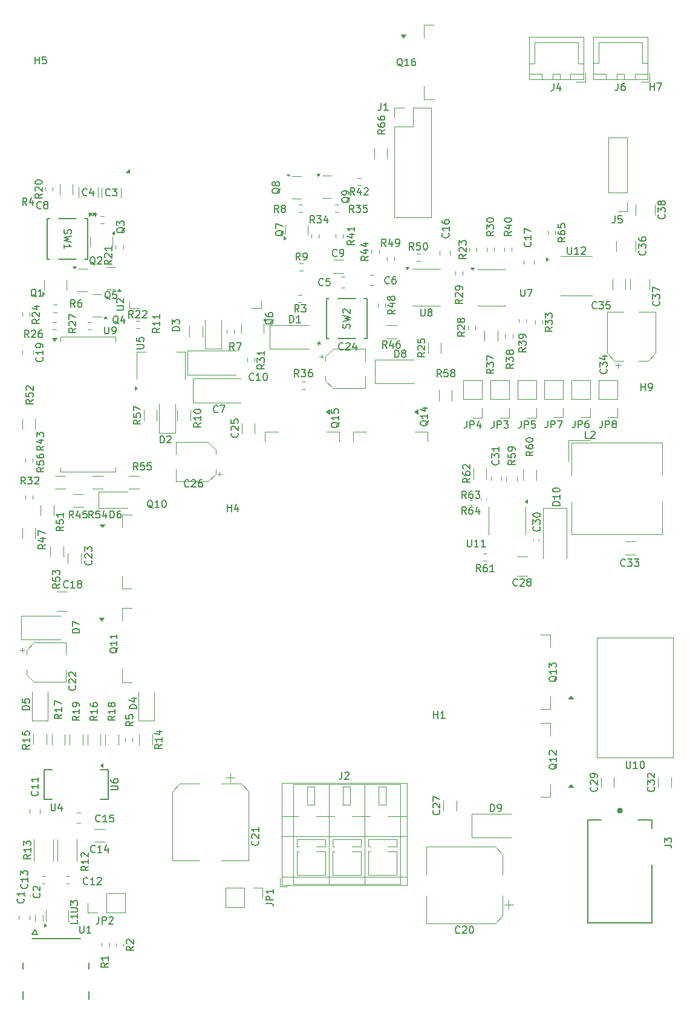
<source format=gbr>
%TF.GenerationSoftware,KiCad,Pcbnew,8.0.7*%
%TF.CreationDate,2025-07-24T13:25:46+02:00*%
%TF.ProjectId,Soundwalk,536f756e-6477-4616-9c6b-2e6b69636164,rev?*%
%TF.SameCoordinates,Original*%
%TF.FileFunction,Legend,Top*%
%TF.FilePolarity,Positive*%
%FSLAX46Y46*%
G04 Gerber Fmt 4.6, Leading zero omitted, Abs format (unit mm)*
G04 Created by KiCad (PCBNEW 8.0.7) date 2025-07-24 13:25:46*
%MOMM*%
%LPD*%
G01*
G04 APERTURE LIST*
%ADD10C,0.150000*%
%ADD11C,0.120000*%
%ADD12C,0.152400*%
%ADD13C,0.127000*%
%ADD14C,0.400000*%
G04 APERTURE END LIST*
D10*
X234607142Y-52204819D02*
X234273809Y-51728628D01*
X234035714Y-52204819D02*
X234035714Y-51204819D01*
X234035714Y-51204819D02*
X234416666Y-51204819D01*
X234416666Y-51204819D02*
X234511904Y-51252438D01*
X234511904Y-51252438D02*
X234559523Y-51300057D01*
X234559523Y-51300057D02*
X234607142Y-51395295D01*
X234607142Y-51395295D02*
X234607142Y-51538152D01*
X234607142Y-51538152D02*
X234559523Y-51633390D01*
X234559523Y-51633390D02*
X234511904Y-51681009D01*
X234511904Y-51681009D02*
X234416666Y-51728628D01*
X234416666Y-51728628D02*
X234035714Y-51728628D01*
X235464285Y-51538152D02*
X235464285Y-52204819D01*
X235226190Y-51157200D02*
X234988095Y-51871485D01*
X234988095Y-51871485D02*
X235607142Y-51871485D01*
X236035714Y-52204819D02*
X236226190Y-52204819D01*
X236226190Y-52204819D02*
X236321428Y-52157200D01*
X236321428Y-52157200D02*
X236369047Y-52109580D01*
X236369047Y-52109580D02*
X236464285Y-51966723D01*
X236464285Y-51966723D02*
X236511904Y-51776247D01*
X236511904Y-51776247D02*
X236511904Y-51395295D01*
X236511904Y-51395295D02*
X236464285Y-51300057D01*
X236464285Y-51300057D02*
X236416666Y-51252438D01*
X236416666Y-51252438D02*
X236321428Y-51204819D01*
X236321428Y-51204819D02*
X236130952Y-51204819D01*
X236130952Y-51204819D02*
X236035714Y-51252438D01*
X236035714Y-51252438D02*
X235988095Y-51300057D01*
X235988095Y-51300057D02*
X235940476Y-51395295D01*
X235940476Y-51395295D02*
X235940476Y-51633390D01*
X235940476Y-51633390D02*
X235988095Y-51728628D01*
X235988095Y-51728628D02*
X236035714Y-51776247D01*
X236035714Y-51776247D02*
X236130952Y-51823866D01*
X236130952Y-51823866D02*
X236321428Y-51823866D01*
X236321428Y-51823866D02*
X236416666Y-51776247D01*
X236416666Y-51776247D02*
X236464285Y-51728628D01*
X236464285Y-51728628D02*
X236511904Y-51633390D01*
X184107142Y-85454819D02*
X183773809Y-84978628D01*
X183535714Y-85454819D02*
X183535714Y-84454819D01*
X183535714Y-84454819D02*
X183916666Y-84454819D01*
X183916666Y-84454819D02*
X184011904Y-84502438D01*
X184011904Y-84502438D02*
X184059523Y-84550057D01*
X184059523Y-84550057D02*
X184107142Y-84645295D01*
X184107142Y-84645295D02*
X184107142Y-84788152D01*
X184107142Y-84788152D02*
X184059523Y-84883390D01*
X184059523Y-84883390D02*
X184011904Y-84931009D01*
X184011904Y-84931009D02*
X183916666Y-84978628D01*
X183916666Y-84978628D02*
X183535714Y-84978628D01*
X184440476Y-84454819D02*
X185059523Y-84454819D01*
X185059523Y-84454819D02*
X184726190Y-84835771D01*
X184726190Y-84835771D02*
X184869047Y-84835771D01*
X184869047Y-84835771D02*
X184964285Y-84883390D01*
X184964285Y-84883390D02*
X185011904Y-84931009D01*
X185011904Y-84931009D02*
X185059523Y-85026247D01*
X185059523Y-85026247D02*
X185059523Y-85264342D01*
X185059523Y-85264342D02*
X185011904Y-85359580D01*
X185011904Y-85359580D02*
X184964285Y-85407200D01*
X184964285Y-85407200D02*
X184869047Y-85454819D01*
X184869047Y-85454819D02*
X184583333Y-85454819D01*
X184583333Y-85454819D02*
X184488095Y-85407200D01*
X184488095Y-85407200D02*
X184440476Y-85359580D01*
X185440476Y-84550057D02*
X185488095Y-84502438D01*
X185488095Y-84502438D02*
X185583333Y-84454819D01*
X185583333Y-84454819D02*
X185821428Y-84454819D01*
X185821428Y-84454819D02*
X185916666Y-84502438D01*
X185916666Y-84502438D02*
X185964285Y-84550057D01*
X185964285Y-84550057D02*
X186011904Y-84645295D01*
X186011904Y-84645295D02*
X186011904Y-84740533D01*
X186011904Y-84740533D02*
X185964285Y-84883390D01*
X185964285Y-84883390D02*
X185392857Y-85454819D01*
X185392857Y-85454819D02*
X186011904Y-85454819D01*
X188954819Y-99392857D02*
X188478628Y-99726190D01*
X188954819Y-99964285D02*
X187954819Y-99964285D01*
X187954819Y-99964285D02*
X187954819Y-99583333D01*
X187954819Y-99583333D02*
X188002438Y-99488095D01*
X188002438Y-99488095D02*
X188050057Y-99440476D01*
X188050057Y-99440476D02*
X188145295Y-99392857D01*
X188145295Y-99392857D02*
X188288152Y-99392857D01*
X188288152Y-99392857D02*
X188383390Y-99440476D01*
X188383390Y-99440476D02*
X188431009Y-99488095D01*
X188431009Y-99488095D02*
X188478628Y-99583333D01*
X188478628Y-99583333D02*
X188478628Y-99964285D01*
X187954819Y-98488095D02*
X187954819Y-98964285D01*
X187954819Y-98964285D02*
X188431009Y-99011904D01*
X188431009Y-99011904D02*
X188383390Y-98964285D01*
X188383390Y-98964285D02*
X188335771Y-98869047D01*
X188335771Y-98869047D02*
X188335771Y-98630952D01*
X188335771Y-98630952D02*
X188383390Y-98535714D01*
X188383390Y-98535714D02*
X188431009Y-98488095D01*
X188431009Y-98488095D02*
X188526247Y-98440476D01*
X188526247Y-98440476D02*
X188764342Y-98440476D01*
X188764342Y-98440476D02*
X188859580Y-98488095D01*
X188859580Y-98488095D02*
X188907200Y-98535714D01*
X188907200Y-98535714D02*
X188954819Y-98630952D01*
X188954819Y-98630952D02*
X188954819Y-98869047D01*
X188954819Y-98869047D02*
X188907200Y-98964285D01*
X188907200Y-98964285D02*
X188859580Y-99011904D01*
X187954819Y-98107142D02*
X187954819Y-97488095D01*
X187954819Y-97488095D02*
X188335771Y-97821428D01*
X188335771Y-97821428D02*
X188335771Y-97678571D01*
X188335771Y-97678571D02*
X188383390Y-97583333D01*
X188383390Y-97583333D02*
X188431009Y-97535714D01*
X188431009Y-97535714D02*
X188526247Y-97488095D01*
X188526247Y-97488095D02*
X188764342Y-97488095D01*
X188764342Y-97488095D02*
X188859580Y-97535714D01*
X188859580Y-97535714D02*
X188907200Y-97583333D01*
X188907200Y-97583333D02*
X188954819Y-97678571D01*
X188954819Y-97678571D02*
X188954819Y-97964285D01*
X188954819Y-97964285D02*
X188907200Y-98059523D01*
X188907200Y-98059523D02*
X188859580Y-98107142D01*
X245838819Y-53329857D02*
X245362628Y-53663190D01*
X245838819Y-53901285D02*
X244838819Y-53901285D01*
X244838819Y-53901285D02*
X244838819Y-53520333D01*
X244838819Y-53520333D02*
X244886438Y-53425095D01*
X244886438Y-53425095D02*
X244934057Y-53377476D01*
X244934057Y-53377476D02*
X245029295Y-53329857D01*
X245029295Y-53329857D02*
X245172152Y-53329857D01*
X245172152Y-53329857D02*
X245267390Y-53377476D01*
X245267390Y-53377476D02*
X245315009Y-53425095D01*
X245315009Y-53425095D02*
X245362628Y-53520333D01*
X245362628Y-53520333D02*
X245362628Y-53901285D01*
X244934057Y-52948904D02*
X244886438Y-52901285D01*
X244886438Y-52901285D02*
X244838819Y-52806047D01*
X244838819Y-52806047D02*
X244838819Y-52567952D01*
X244838819Y-52567952D02*
X244886438Y-52472714D01*
X244886438Y-52472714D02*
X244934057Y-52425095D01*
X244934057Y-52425095D02*
X245029295Y-52377476D01*
X245029295Y-52377476D02*
X245124533Y-52377476D01*
X245124533Y-52377476D02*
X245267390Y-52425095D01*
X245267390Y-52425095D02*
X245838819Y-52996523D01*
X245838819Y-52996523D02*
X245838819Y-52377476D01*
X244838819Y-52044142D02*
X244838819Y-51425095D01*
X244838819Y-51425095D02*
X245219771Y-51758428D01*
X245219771Y-51758428D02*
X245219771Y-51615571D01*
X245219771Y-51615571D02*
X245267390Y-51520333D01*
X245267390Y-51520333D02*
X245315009Y-51472714D01*
X245315009Y-51472714D02*
X245410247Y-51425095D01*
X245410247Y-51425095D02*
X245648342Y-51425095D01*
X245648342Y-51425095D02*
X245743580Y-51472714D01*
X245743580Y-51472714D02*
X245791200Y-51520333D01*
X245791200Y-51520333D02*
X245838819Y-51615571D01*
X245838819Y-51615571D02*
X245838819Y-51901285D01*
X245838819Y-51901285D02*
X245791200Y-51996523D01*
X245791200Y-51996523D02*
X245743580Y-52044142D01*
X242070580Y-131066357D02*
X242118200Y-131113976D01*
X242118200Y-131113976D02*
X242165819Y-131256833D01*
X242165819Y-131256833D02*
X242165819Y-131352071D01*
X242165819Y-131352071D02*
X242118200Y-131494928D01*
X242118200Y-131494928D02*
X242022961Y-131590166D01*
X242022961Y-131590166D02*
X241927723Y-131637785D01*
X241927723Y-131637785D02*
X241737247Y-131685404D01*
X241737247Y-131685404D02*
X241594390Y-131685404D01*
X241594390Y-131685404D02*
X241403914Y-131637785D01*
X241403914Y-131637785D02*
X241308676Y-131590166D01*
X241308676Y-131590166D02*
X241213438Y-131494928D01*
X241213438Y-131494928D02*
X241165819Y-131352071D01*
X241165819Y-131352071D02*
X241165819Y-131256833D01*
X241165819Y-131256833D02*
X241213438Y-131113976D01*
X241213438Y-131113976D02*
X241261057Y-131066357D01*
X241261057Y-130685404D02*
X241213438Y-130637785D01*
X241213438Y-130637785D02*
X241165819Y-130542547D01*
X241165819Y-130542547D02*
X241165819Y-130304452D01*
X241165819Y-130304452D02*
X241213438Y-130209214D01*
X241213438Y-130209214D02*
X241261057Y-130161595D01*
X241261057Y-130161595D02*
X241356295Y-130113976D01*
X241356295Y-130113976D02*
X241451533Y-130113976D01*
X241451533Y-130113976D02*
X241594390Y-130161595D01*
X241594390Y-130161595D02*
X242165819Y-130733023D01*
X242165819Y-130733023D02*
X242165819Y-130113976D01*
X241165819Y-129780642D02*
X241165819Y-129113976D01*
X241165819Y-129113976D02*
X242165819Y-129542547D01*
X207025142Y-85765580D02*
X206977523Y-85813200D01*
X206977523Y-85813200D02*
X206834666Y-85860819D01*
X206834666Y-85860819D02*
X206739428Y-85860819D01*
X206739428Y-85860819D02*
X206596571Y-85813200D01*
X206596571Y-85813200D02*
X206501333Y-85717961D01*
X206501333Y-85717961D02*
X206453714Y-85622723D01*
X206453714Y-85622723D02*
X206406095Y-85432247D01*
X206406095Y-85432247D02*
X206406095Y-85289390D01*
X206406095Y-85289390D02*
X206453714Y-85098914D01*
X206453714Y-85098914D02*
X206501333Y-85003676D01*
X206501333Y-85003676D02*
X206596571Y-84908438D01*
X206596571Y-84908438D02*
X206739428Y-84860819D01*
X206739428Y-84860819D02*
X206834666Y-84860819D01*
X206834666Y-84860819D02*
X206977523Y-84908438D01*
X206977523Y-84908438D02*
X207025142Y-84956057D01*
X207406095Y-84956057D02*
X207453714Y-84908438D01*
X207453714Y-84908438D02*
X207548952Y-84860819D01*
X207548952Y-84860819D02*
X207787047Y-84860819D01*
X207787047Y-84860819D02*
X207882285Y-84908438D01*
X207882285Y-84908438D02*
X207929904Y-84956057D01*
X207929904Y-84956057D02*
X207977523Y-85051295D01*
X207977523Y-85051295D02*
X207977523Y-85146533D01*
X207977523Y-85146533D02*
X207929904Y-85289390D01*
X207929904Y-85289390D02*
X207358476Y-85860819D01*
X207358476Y-85860819D02*
X207977523Y-85860819D01*
X208834666Y-84860819D02*
X208644190Y-84860819D01*
X208644190Y-84860819D02*
X208548952Y-84908438D01*
X208548952Y-84908438D02*
X208501333Y-84956057D01*
X208501333Y-84956057D02*
X208406095Y-85098914D01*
X208406095Y-85098914D02*
X208358476Y-85289390D01*
X208358476Y-85289390D02*
X208358476Y-85670342D01*
X208358476Y-85670342D02*
X208406095Y-85765580D01*
X208406095Y-85765580D02*
X208453714Y-85813200D01*
X208453714Y-85813200D02*
X208548952Y-85860819D01*
X208548952Y-85860819D02*
X208739428Y-85860819D01*
X208739428Y-85860819D02*
X208834666Y-85813200D01*
X208834666Y-85813200D02*
X208882285Y-85765580D01*
X208882285Y-85765580D02*
X208929904Y-85670342D01*
X208929904Y-85670342D02*
X208929904Y-85432247D01*
X208929904Y-85432247D02*
X208882285Y-85337009D01*
X208882285Y-85337009D02*
X208834666Y-85289390D01*
X208834666Y-85289390D02*
X208739428Y-85241771D01*
X208739428Y-85241771D02*
X208548952Y-85241771D01*
X208548952Y-85241771D02*
X208453714Y-85289390D01*
X208453714Y-85289390D02*
X208406095Y-85337009D01*
X208406095Y-85337009D02*
X208358476Y-85432247D01*
X232125819Y-53587857D02*
X231649628Y-53921190D01*
X232125819Y-54159285D02*
X231125819Y-54159285D01*
X231125819Y-54159285D02*
X231125819Y-53778333D01*
X231125819Y-53778333D02*
X231173438Y-53683095D01*
X231173438Y-53683095D02*
X231221057Y-53635476D01*
X231221057Y-53635476D02*
X231316295Y-53587857D01*
X231316295Y-53587857D02*
X231459152Y-53587857D01*
X231459152Y-53587857D02*
X231554390Y-53635476D01*
X231554390Y-53635476D02*
X231602009Y-53683095D01*
X231602009Y-53683095D02*
X231649628Y-53778333D01*
X231649628Y-53778333D02*
X231649628Y-54159285D01*
X231459152Y-52730714D02*
X232125819Y-52730714D01*
X231078200Y-52968809D02*
X231792485Y-53206904D01*
X231792485Y-53206904D02*
X231792485Y-52587857D01*
X231459152Y-51778333D02*
X232125819Y-51778333D01*
X231078200Y-52016428D02*
X231792485Y-52254523D01*
X231792485Y-52254523D02*
X231792485Y-51635476D01*
X245638819Y-64179857D02*
X245162628Y-64513190D01*
X245638819Y-64751285D02*
X244638819Y-64751285D01*
X244638819Y-64751285D02*
X244638819Y-64370333D01*
X244638819Y-64370333D02*
X244686438Y-64275095D01*
X244686438Y-64275095D02*
X244734057Y-64227476D01*
X244734057Y-64227476D02*
X244829295Y-64179857D01*
X244829295Y-64179857D02*
X244972152Y-64179857D01*
X244972152Y-64179857D02*
X245067390Y-64227476D01*
X245067390Y-64227476D02*
X245115009Y-64275095D01*
X245115009Y-64275095D02*
X245162628Y-64370333D01*
X245162628Y-64370333D02*
X245162628Y-64751285D01*
X244734057Y-63798904D02*
X244686438Y-63751285D01*
X244686438Y-63751285D02*
X244638819Y-63656047D01*
X244638819Y-63656047D02*
X244638819Y-63417952D01*
X244638819Y-63417952D02*
X244686438Y-63322714D01*
X244686438Y-63322714D02*
X244734057Y-63275095D01*
X244734057Y-63275095D02*
X244829295Y-63227476D01*
X244829295Y-63227476D02*
X244924533Y-63227476D01*
X244924533Y-63227476D02*
X245067390Y-63275095D01*
X245067390Y-63275095D02*
X245638819Y-63846523D01*
X245638819Y-63846523D02*
X245638819Y-63227476D01*
X245067390Y-62656047D02*
X245019771Y-62751285D01*
X245019771Y-62751285D02*
X244972152Y-62798904D01*
X244972152Y-62798904D02*
X244876914Y-62846523D01*
X244876914Y-62846523D02*
X244829295Y-62846523D01*
X244829295Y-62846523D02*
X244734057Y-62798904D01*
X244734057Y-62798904D02*
X244686438Y-62751285D01*
X244686438Y-62751285D02*
X244638819Y-62656047D01*
X244638819Y-62656047D02*
X244638819Y-62465571D01*
X244638819Y-62465571D02*
X244686438Y-62370333D01*
X244686438Y-62370333D02*
X244734057Y-62322714D01*
X244734057Y-62322714D02*
X244829295Y-62275095D01*
X244829295Y-62275095D02*
X244876914Y-62275095D01*
X244876914Y-62275095D02*
X244972152Y-62322714D01*
X244972152Y-62322714D02*
X245019771Y-62370333D01*
X245019771Y-62370333D02*
X245067390Y-62465571D01*
X245067390Y-62465571D02*
X245067390Y-62656047D01*
X245067390Y-62656047D02*
X245115009Y-62751285D01*
X245115009Y-62751285D02*
X245162628Y-62798904D01*
X245162628Y-62798904D02*
X245257866Y-62846523D01*
X245257866Y-62846523D02*
X245448342Y-62846523D01*
X245448342Y-62846523D02*
X245543580Y-62798904D01*
X245543580Y-62798904D02*
X245591200Y-62751285D01*
X245591200Y-62751285D02*
X245638819Y-62656047D01*
X245638819Y-62656047D02*
X245638819Y-62465571D01*
X245638819Y-62465571D02*
X245591200Y-62370333D01*
X245591200Y-62370333D02*
X245543580Y-62322714D01*
X245543580Y-62322714D02*
X245448342Y-62275095D01*
X245448342Y-62275095D02*
X245257866Y-62275095D01*
X245257866Y-62275095D02*
X245162628Y-62322714D01*
X245162628Y-62322714D02*
X245115009Y-62370333D01*
X245115009Y-62370333D02*
X245067390Y-62465571D01*
X197050057Y-108321428D02*
X197002438Y-108416666D01*
X197002438Y-108416666D02*
X196907200Y-108511904D01*
X196907200Y-108511904D02*
X196764342Y-108654761D01*
X196764342Y-108654761D02*
X196716723Y-108749999D01*
X196716723Y-108749999D02*
X196716723Y-108845237D01*
X196954819Y-108797618D02*
X196907200Y-108892856D01*
X196907200Y-108892856D02*
X196811961Y-108988094D01*
X196811961Y-108988094D02*
X196621485Y-109035713D01*
X196621485Y-109035713D02*
X196288152Y-109035713D01*
X196288152Y-109035713D02*
X196097676Y-108988094D01*
X196097676Y-108988094D02*
X196002438Y-108892856D01*
X196002438Y-108892856D02*
X195954819Y-108797618D01*
X195954819Y-108797618D02*
X195954819Y-108607142D01*
X195954819Y-108607142D02*
X196002438Y-108511904D01*
X196002438Y-108511904D02*
X196097676Y-108416666D01*
X196097676Y-108416666D02*
X196288152Y-108369047D01*
X196288152Y-108369047D02*
X196621485Y-108369047D01*
X196621485Y-108369047D02*
X196811961Y-108416666D01*
X196811961Y-108416666D02*
X196907200Y-108511904D01*
X196907200Y-108511904D02*
X196954819Y-108607142D01*
X196954819Y-108607142D02*
X196954819Y-108797618D01*
X196954819Y-107416666D02*
X196954819Y-107988094D01*
X196954819Y-107702380D02*
X195954819Y-107702380D01*
X195954819Y-107702380D02*
X196097676Y-107797618D01*
X196097676Y-107797618D02*
X196192914Y-107892856D01*
X196192914Y-107892856D02*
X196240533Y-107988094D01*
X196954819Y-106464285D02*
X196954819Y-107035713D01*
X196954819Y-106749999D02*
X195954819Y-106749999D01*
X195954819Y-106749999D02*
X196097676Y-106845237D01*
X196097676Y-106845237D02*
X196192914Y-106940475D01*
X196192914Y-106940475D02*
X196240533Y-107035713D01*
X257255666Y-76587819D02*
X257255666Y-77302104D01*
X257255666Y-77302104D02*
X257208047Y-77444961D01*
X257208047Y-77444961D02*
X257112809Y-77540200D01*
X257112809Y-77540200D02*
X256969952Y-77587819D01*
X256969952Y-77587819D02*
X256874714Y-77587819D01*
X257731857Y-77587819D02*
X257731857Y-76587819D01*
X257731857Y-76587819D02*
X258112809Y-76587819D01*
X258112809Y-76587819D02*
X258208047Y-76635438D01*
X258208047Y-76635438D02*
X258255666Y-76683057D01*
X258255666Y-76683057D02*
X258303285Y-76778295D01*
X258303285Y-76778295D02*
X258303285Y-76921152D01*
X258303285Y-76921152D02*
X258255666Y-77016390D01*
X258255666Y-77016390D02*
X258208047Y-77064009D01*
X258208047Y-77064009D02*
X258112809Y-77111628D01*
X258112809Y-77111628D02*
X257731857Y-77111628D01*
X258636619Y-76587819D02*
X259303285Y-76587819D01*
X259303285Y-76587819D02*
X258874714Y-77587819D01*
X187748595Y-130140819D02*
X187748595Y-130950342D01*
X187748595Y-130950342D02*
X187796214Y-131045580D01*
X187796214Y-131045580D02*
X187843833Y-131093200D01*
X187843833Y-131093200D02*
X187939071Y-131140819D01*
X187939071Y-131140819D02*
X188129547Y-131140819D01*
X188129547Y-131140819D02*
X188224785Y-131093200D01*
X188224785Y-131093200D02*
X188272404Y-131045580D01*
X188272404Y-131045580D02*
X188320023Y-130950342D01*
X188320023Y-130950342D02*
X188320023Y-130140819D01*
X189224785Y-130474152D02*
X189224785Y-131140819D01*
X188986690Y-130093200D02*
X188748595Y-130807485D01*
X188748595Y-130807485D02*
X189367642Y-130807485D01*
X222425142Y-70454819D02*
X222091809Y-69978628D01*
X221853714Y-70454819D02*
X221853714Y-69454819D01*
X221853714Y-69454819D02*
X222234666Y-69454819D01*
X222234666Y-69454819D02*
X222329904Y-69502438D01*
X222329904Y-69502438D02*
X222377523Y-69550057D01*
X222377523Y-69550057D02*
X222425142Y-69645295D01*
X222425142Y-69645295D02*
X222425142Y-69788152D01*
X222425142Y-69788152D02*
X222377523Y-69883390D01*
X222377523Y-69883390D02*
X222329904Y-69931009D01*
X222329904Y-69931009D02*
X222234666Y-69978628D01*
X222234666Y-69978628D02*
X221853714Y-69978628D01*
X222758476Y-69454819D02*
X223377523Y-69454819D01*
X223377523Y-69454819D02*
X223044190Y-69835771D01*
X223044190Y-69835771D02*
X223187047Y-69835771D01*
X223187047Y-69835771D02*
X223282285Y-69883390D01*
X223282285Y-69883390D02*
X223329904Y-69931009D01*
X223329904Y-69931009D02*
X223377523Y-70026247D01*
X223377523Y-70026247D02*
X223377523Y-70264342D01*
X223377523Y-70264342D02*
X223329904Y-70359580D01*
X223329904Y-70359580D02*
X223282285Y-70407200D01*
X223282285Y-70407200D02*
X223187047Y-70454819D01*
X223187047Y-70454819D02*
X222901333Y-70454819D01*
X222901333Y-70454819D02*
X222806095Y-70407200D01*
X222806095Y-70407200D02*
X222758476Y-70359580D01*
X224234666Y-69454819D02*
X224044190Y-69454819D01*
X224044190Y-69454819D02*
X223948952Y-69502438D01*
X223948952Y-69502438D02*
X223901333Y-69550057D01*
X223901333Y-69550057D02*
X223806095Y-69692914D01*
X223806095Y-69692914D02*
X223758476Y-69883390D01*
X223758476Y-69883390D02*
X223758476Y-70264342D01*
X223758476Y-70264342D02*
X223806095Y-70359580D01*
X223806095Y-70359580D02*
X223853714Y-70407200D01*
X223853714Y-70407200D02*
X223948952Y-70454819D01*
X223948952Y-70454819D02*
X224139428Y-70454819D01*
X224139428Y-70454819D02*
X224234666Y-70407200D01*
X224234666Y-70407200D02*
X224282285Y-70359580D01*
X224282285Y-70359580D02*
X224329904Y-70264342D01*
X224329904Y-70264342D02*
X224329904Y-70026247D01*
X224329904Y-70026247D02*
X224282285Y-69931009D01*
X224282285Y-69931009D02*
X224234666Y-69883390D01*
X224234666Y-69883390D02*
X224139428Y-69835771D01*
X224139428Y-69835771D02*
X223948952Y-69835771D01*
X223948952Y-69835771D02*
X223853714Y-69883390D01*
X223853714Y-69883390D02*
X223806095Y-69931009D01*
X223806095Y-69931009D02*
X223758476Y-70026247D01*
X259694819Y-50960857D02*
X259218628Y-51294190D01*
X259694819Y-51532285D02*
X258694819Y-51532285D01*
X258694819Y-51532285D02*
X258694819Y-51151333D01*
X258694819Y-51151333D02*
X258742438Y-51056095D01*
X258742438Y-51056095D02*
X258790057Y-51008476D01*
X258790057Y-51008476D02*
X258885295Y-50960857D01*
X258885295Y-50960857D02*
X259028152Y-50960857D01*
X259028152Y-50960857D02*
X259123390Y-51008476D01*
X259123390Y-51008476D02*
X259171009Y-51056095D01*
X259171009Y-51056095D02*
X259218628Y-51151333D01*
X259218628Y-51151333D02*
X259218628Y-51532285D01*
X258694819Y-50103714D02*
X258694819Y-50294190D01*
X258694819Y-50294190D02*
X258742438Y-50389428D01*
X258742438Y-50389428D02*
X258790057Y-50437047D01*
X258790057Y-50437047D02*
X258932914Y-50532285D01*
X258932914Y-50532285D02*
X259123390Y-50579904D01*
X259123390Y-50579904D02*
X259504342Y-50579904D01*
X259504342Y-50579904D02*
X259599580Y-50532285D01*
X259599580Y-50532285D02*
X259647200Y-50484666D01*
X259647200Y-50484666D02*
X259694819Y-50389428D01*
X259694819Y-50389428D02*
X259694819Y-50198952D01*
X259694819Y-50198952D02*
X259647200Y-50103714D01*
X259647200Y-50103714D02*
X259599580Y-50056095D01*
X259599580Y-50056095D02*
X259504342Y-50008476D01*
X259504342Y-50008476D02*
X259266247Y-50008476D01*
X259266247Y-50008476D02*
X259171009Y-50056095D01*
X259171009Y-50056095D02*
X259123390Y-50103714D01*
X259123390Y-50103714D02*
X259075771Y-50198952D01*
X259075771Y-50198952D02*
X259075771Y-50389428D01*
X259075771Y-50389428D02*
X259123390Y-50484666D01*
X259123390Y-50484666D02*
X259171009Y-50532285D01*
X259171009Y-50532285D02*
X259266247Y-50579904D01*
X258694819Y-49103714D02*
X258694819Y-49579904D01*
X258694819Y-49579904D02*
X259171009Y-49627523D01*
X259171009Y-49627523D02*
X259123390Y-49579904D01*
X259123390Y-49579904D02*
X259075771Y-49484666D01*
X259075771Y-49484666D02*
X259075771Y-49246571D01*
X259075771Y-49246571D02*
X259123390Y-49151333D01*
X259123390Y-49151333D02*
X259171009Y-49103714D01*
X259171009Y-49103714D02*
X259266247Y-49056095D01*
X259266247Y-49056095D02*
X259504342Y-49056095D01*
X259504342Y-49056095D02*
X259599580Y-49103714D01*
X259599580Y-49103714D02*
X259647200Y-49151333D01*
X259647200Y-49151333D02*
X259694819Y-49246571D01*
X259694819Y-49246571D02*
X259694819Y-49484666D01*
X259694819Y-49484666D02*
X259647200Y-49579904D01*
X259647200Y-49579904D02*
X259599580Y-49627523D01*
X253547666Y-76625819D02*
X253547666Y-77340104D01*
X253547666Y-77340104D02*
X253500047Y-77482961D01*
X253500047Y-77482961D02*
X253404809Y-77578200D01*
X253404809Y-77578200D02*
X253261952Y-77625819D01*
X253261952Y-77625819D02*
X253166714Y-77625819D01*
X254023857Y-77625819D02*
X254023857Y-76625819D01*
X254023857Y-76625819D02*
X254404809Y-76625819D01*
X254404809Y-76625819D02*
X254500047Y-76673438D01*
X254500047Y-76673438D02*
X254547666Y-76721057D01*
X254547666Y-76721057D02*
X254595285Y-76816295D01*
X254595285Y-76816295D02*
X254595285Y-76959152D01*
X254595285Y-76959152D02*
X254547666Y-77054390D01*
X254547666Y-77054390D02*
X254500047Y-77102009D01*
X254500047Y-77102009D02*
X254404809Y-77149628D01*
X254404809Y-77149628D02*
X254023857Y-77149628D01*
X255500047Y-76625819D02*
X255023857Y-76625819D01*
X255023857Y-76625819D02*
X254976238Y-77102009D01*
X254976238Y-77102009D02*
X255023857Y-77054390D01*
X255023857Y-77054390D02*
X255119095Y-77006771D01*
X255119095Y-77006771D02*
X255357190Y-77006771D01*
X255357190Y-77006771D02*
X255452428Y-77054390D01*
X255452428Y-77054390D02*
X255500047Y-77102009D01*
X255500047Y-77102009D02*
X255547666Y-77197247D01*
X255547666Y-77197247D02*
X255547666Y-77435342D01*
X255547666Y-77435342D02*
X255500047Y-77530580D01*
X255500047Y-77530580D02*
X255452428Y-77578200D01*
X255452428Y-77578200D02*
X255357190Y-77625819D01*
X255357190Y-77625819D02*
X255119095Y-77625819D01*
X255119095Y-77625819D02*
X255023857Y-77578200D01*
X255023857Y-77578200D02*
X254976238Y-77530580D01*
X243359580Y-50392857D02*
X243407200Y-50440476D01*
X243407200Y-50440476D02*
X243454819Y-50583333D01*
X243454819Y-50583333D02*
X243454819Y-50678571D01*
X243454819Y-50678571D02*
X243407200Y-50821428D01*
X243407200Y-50821428D02*
X243311961Y-50916666D01*
X243311961Y-50916666D02*
X243216723Y-50964285D01*
X243216723Y-50964285D02*
X243026247Y-51011904D01*
X243026247Y-51011904D02*
X242883390Y-51011904D01*
X242883390Y-51011904D02*
X242692914Y-50964285D01*
X242692914Y-50964285D02*
X242597676Y-50916666D01*
X242597676Y-50916666D02*
X242502438Y-50821428D01*
X242502438Y-50821428D02*
X242454819Y-50678571D01*
X242454819Y-50678571D02*
X242454819Y-50583333D01*
X242454819Y-50583333D02*
X242502438Y-50440476D01*
X242502438Y-50440476D02*
X242550057Y-50392857D01*
X243454819Y-49440476D02*
X243454819Y-50011904D01*
X243454819Y-49726190D02*
X242454819Y-49726190D01*
X242454819Y-49726190D02*
X242597676Y-49821428D01*
X242597676Y-49821428D02*
X242692914Y-49916666D01*
X242692914Y-49916666D02*
X242740533Y-50011904D01*
X242454819Y-48583333D02*
X242454819Y-48773809D01*
X242454819Y-48773809D02*
X242502438Y-48869047D01*
X242502438Y-48869047D02*
X242550057Y-48916666D01*
X242550057Y-48916666D02*
X242692914Y-49011904D01*
X242692914Y-49011904D02*
X242883390Y-49059523D01*
X242883390Y-49059523D02*
X243264342Y-49059523D01*
X243264342Y-49059523D02*
X243359580Y-49011904D01*
X243359580Y-49011904D02*
X243407200Y-48964285D01*
X243407200Y-48964285D02*
X243454819Y-48869047D01*
X243454819Y-48869047D02*
X243454819Y-48678571D01*
X243454819Y-48678571D02*
X243407200Y-48583333D01*
X243407200Y-48583333D02*
X243359580Y-48535714D01*
X243359580Y-48535714D02*
X243264342Y-48488095D01*
X243264342Y-48488095D02*
X243026247Y-48488095D01*
X243026247Y-48488095D02*
X242931009Y-48535714D01*
X242931009Y-48535714D02*
X242883390Y-48583333D01*
X242883390Y-48583333D02*
X242835771Y-48678571D01*
X242835771Y-48678571D02*
X242835771Y-48869047D01*
X242835771Y-48869047D02*
X242883390Y-48964285D01*
X242883390Y-48964285D02*
X242931009Y-49011904D01*
X242931009Y-49011904D02*
X243026247Y-49059523D01*
X247857142Y-97704819D02*
X247523809Y-97228628D01*
X247285714Y-97704819D02*
X247285714Y-96704819D01*
X247285714Y-96704819D02*
X247666666Y-96704819D01*
X247666666Y-96704819D02*
X247761904Y-96752438D01*
X247761904Y-96752438D02*
X247809523Y-96800057D01*
X247809523Y-96800057D02*
X247857142Y-96895295D01*
X247857142Y-96895295D02*
X247857142Y-97038152D01*
X247857142Y-97038152D02*
X247809523Y-97133390D01*
X247809523Y-97133390D02*
X247761904Y-97181009D01*
X247761904Y-97181009D02*
X247666666Y-97228628D01*
X247666666Y-97228628D02*
X247285714Y-97228628D01*
X248714285Y-96704819D02*
X248523809Y-96704819D01*
X248523809Y-96704819D02*
X248428571Y-96752438D01*
X248428571Y-96752438D02*
X248380952Y-96800057D01*
X248380952Y-96800057D02*
X248285714Y-96942914D01*
X248285714Y-96942914D02*
X248238095Y-97133390D01*
X248238095Y-97133390D02*
X248238095Y-97514342D01*
X248238095Y-97514342D02*
X248285714Y-97609580D01*
X248285714Y-97609580D02*
X248333333Y-97657200D01*
X248333333Y-97657200D02*
X248428571Y-97704819D01*
X248428571Y-97704819D02*
X248619047Y-97704819D01*
X248619047Y-97704819D02*
X248714285Y-97657200D01*
X248714285Y-97657200D02*
X248761904Y-97609580D01*
X248761904Y-97609580D02*
X248809523Y-97514342D01*
X248809523Y-97514342D02*
X248809523Y-97276247D01*
X248809523Y-97276247D02*
X248761904Y-97181009D01*
X248761904Y-97181009D02*
X248714285Y-97133390D01*
X248714285Y-97133390D02*
X248619047Y-97085771D01*
X248619047Y-97085771D02*
X248428571Y-97085771D01*
X248428571Y-97085771D02*
X248333333Y-97133390D01*
X248333333Y-97133390D02*
X248285714Y-97181009D01*
X248285714Y-97181009D02*
X248238095Y-97276247D01*
X249761904Y-97704819D02*
X249190476Y-97704819D01*
X249476190Y-97704819D02*
X249476190Y-96704819D01*
X249476190Y-96704819D02*
X249380952Y-96847676D01*
X249380952Y-96847676D02*
X249285714Y-96942914D01*
X249285714Y-96942914D02*
X249190476Y-96990533D01*
X192954819Y-138892857D02*
X192478628Y-139226190D01*
X192954819Y-139464285D02*
X191954819Y-139464285D01*
X191954819Y-139464285D02*
X191954819Y-139083333D01*
X191954819Y-139083333D02*
X192002438Y-138988095D01*
X192002438Y-138988095D02*
X192050057Y-138940476D01*
X192050057Y-138940476D02*
X192145295Y-138892857D01*
X192145295Y-138892857D02*
X192288152Y-138892857D01*
X192288152Y-138892857D02*
X192383390Y-138940476D01*
X192383390Y-138940476D02*
X192431009Y-138988095D01*
X192431009Y-138988095D02*
X192478628Y-139083333D01*
X192478628Y-139083333D02*
X192478628Y-139464285D01*
X192954819Y-137940476D02*
X192954819Y-138511904D01*
X192954819Y-138226190D02*
X191954819Y-138226190D01*
X191954819Y-138226190D02*
X192097676Y-138321428D01*
X192097676Y-138321428D02*
X192192914Y-138416666D01*
X192192914Y-138416666D02*
X192240533Y-138511904D01*
X192050057Y-137559523D02*
X192002438Y-137511904D01*
X192002438Y-137511904D02*
X191954819Y-137416666D01*
X191954819Y-137416666D02*
X191954819Y-137178571D01*
X191954819Y-137178571D02*
X192002438Y-137083333D01*
X192002438Y-137083333D02*
X192050057Y-137035714D01*
X192050057Y-137035714D02*
X192145295Y-136988095D01*
X192145295Y-136988095D02*
X192240533Y-136988095D01*
X192240533Y-136988095D02*
X192383390Y-137035714D01*
X192383390Y-137035714D02*
X192954819Y-137607142D01*
X192954819Y-137607142D02*
X192954819Y-136988095D01*
X198050057Y-49595238D02*
X198002438Y-49690476D01*
X198002438Y-49690476D02*
X197907200Y-49785714D01*
X197907200Y-49785714D02*
X197764342Y-49928571D01*
X197764342Y-49928571D02*
X197716723Y-50023809D01*
X197716723Y-50023809D02*
X197716723Y-50119047D01*
X197954819Y-50071428D02*
X197907200Y-50166666D01*
X197907200Y-50166666D02*
X197811961Y-50261904D01*
X197811961Y-50261904D02*
X197621485Y-50309523D01*
X197621485Y-50309523D02*
X197288152Y-50309523D01*
X197288152Y-50309523D02*
X197097676Y-50261904D01*
X197097676Y-50261904D02*
X197002438Y-50166666D01*
X197002438Y-50166666D02*
X196954819Y-50071428D01*
X196954819Y-50071428D02*
X196954819Y-49880952D01*
X196954819Y-49880952D02*
X197002438Y-49785714D01*
X197002438Y-49785714D02*
X197097676Y-49690476D01*
X197097676Y-49690476D02*
X197288152Y-49642857D01*
X197288152Y-49642857D02*
X197621485Y-49642857D01*
X197621485Y-49642857D02*
X197811961Y-49690476D01*
X197811961Y-49690476D02*
X197907200Y-49785714D01*
X197907200Y-49785714D02*
X197954819Y-49880952D01*
X197954819Y-49880952D02*
X197954819Y-50071428D01*
X196954819Y-49309523D02*
X196954819Y-48690476D01*
X196954819Y-48690476D02*
X197335771Y-49023809D01*
X197335771Y-49023809D02*
X197335771Y-48880952D01*
X197335771Y-48880952D02*
X197383390Y-48785714D01*
X197383390Y-48785714D02*
X197431009Y-48738095D01*
X197431009Y-48738095D02*
X197526247Y-48690476D01*
X197526247Y-48690476D02*
X197764342Y-48690476D01*
X197764342Y-48690476D02*
X197859580Y-48738095D01*
X197859580Y-48738095D02*
X197907200Y-48785714D01*
X197907200Y-48785714D02*
X197954819Y-48880952D01*
X197954819Y-48880952D02*
X197954819Y-49166666D01*
X197954819Y-49166666D02*
X197907200Y-49261904D01*
X197907200Y-49261904D02*
X197859580Y-49309523D01*
X258954819Y-88464285D02*
X257954819Y-88464285D01*
X257954819Y-88464285D02*
X257954819Y-88226190D01*
X257954819Y-88226190D02*
X258002438Y-88083333D01*
X258002438Y-88083333D02*
X258097676Y-87988095D01*
X258097676Y-87988095D02*
X258192914Y-87940476D01*
X258192914Y-87940476D02*
X258383390Y-87892857D01*
X258383390Y-87892857D02*
X258526247Y-87892857D01*
X258526247Y-87892857D02*
X258716723Y-87940476D01*
X258716723Y-87940476D02*
X258811961Y-87988095D01*
X258811961Y-87988095D02*
X258907200Y-88083333D01*
X258907200Y-88083333D02*
X258954819Y-88226190D01*
X258954819Y-88226190D02*
X258954819Y-88464285D01*
X258954819Y-86940476D02*
X258954819Y-87511904D01*
X258954819Y-87226190D02*
X257954819Y-87226190D01*
X257954819Y-87226190D02*
X258097676Y-87321428D01*
X258097676Y-87321428D02*
X258192914Y-87416666D01*
X258192914Y-87416666D02*
X258240533Y-87511904D01*
X257954819Y-86321428D02*
X257954819Y-86226190D01*
X257954819Y-86226190D02*
X258002438Y-86130952D01*
X258002438Y-86130952D02*
X258050057Y-86083333D01*
X258050057Y-86083333D02*
X258145295Y-86035714D01*
X258145295Y-86035714D02*
X258335771Y-85988095D01*
X258335771Y-85988095D02*
X258573866Y-85988095D01*
X258573866Y-85988095D02*
X258764342Y-86035714D01*
X258764342Y-86035714D02*
X258859580Y-86083333D01*
X258859580Y-86083333D02*
X258907200Y-86130952D01*
X258907200Y-86130952D02*
X258954819Y-86226190D01*
X258954819Y-86226190D02*
X258954819Y-86321428D01*
X258954819Y-86321428D02*
X258907200Y-86416666D01*
X258907200Y-86416666D02*
X258859580Y-86464285D01*
X258859580Y-86464285D02*
X258764342Y-86511904D01*
X258764342Y-86511904D02*
X258573866Y-86559523D01*
X258573866Y-86559523D02*
X258335771Y-86559523D01*
X258335771Y-86559523D02*
X258145295Y-86511904D01*
X258145295Y-86511904D02*
X258050057Y-86464285D01*
X258050057Y-86464285D02*
X258002438Y-86416666D01*
X258002438Y-86416666D02*
X257954819Y-86321428D01*
X264127580Y-127798857D02*
X264175200Y-127846476D01*
X264175200Y-127846476D02*
X264222819Y-127989333D01*
X264222819Y-127989333D02*
X264222819Y-128084571D01*
X264222819Y-128084571D02*
X264175200Y-128227428D01*
X264175200Y-128227428D02*
X264079961Y-128322666D01*
X264079961Y-128322666D02*
X263984723Y-128370285D01*
X263984723Y-128370285D02*
X263794247Y-128417904D01*
X263794247Y-128417904D02*
X263651390Y-128417904D01*
X263651390Y-128417904D02*
X263460914Y-128370285D01*
X263460914Y-128370285D02*
X263365676Y-128322666D01*
X263365676Y-128322666D02*
X263270438Y-128227428D01*
X263270438Y-128227428D02*
X263222819Y-128084571D01*
X263222819Y-128084571D02*
X263222819Y-127989333D01*
X263222819Y-127989333D02*
X263270438Y-127846476D01*
X263270438Y-127846476D02*
X263318057Y-127798857D01*
X263318057Y-127417904D02*
X263270438Y-127370285D01*
X263270438Y-127370285D02*
X263222819Y-127275047D01*
X263222819Y-127275047D02*
X263222819Y-127036952D01*
X263222819Y-127036952D02*
X263270438Y-126941714D01*
X263270438Y-126941714D02*
X263318057Y-126894095D01*
X263318057Y-126894095D02*
X263413295Y-126846476D01*
X263413295Y-126846476D02*
X263508533Y-126846476D01*
X263508533Y-126846476D02*
X263651390Y-126894095D01*
X263651390Y-126894095D02*
X264222819Y-127465523D01*
X264222819Y-127465523D02*
X264222819Y-126846476D01*
X264222819Y-126370285D02*
X264222819Y-126179809D01*
X264222819Y-126179809D02*
X264175200Y-126084571D01*
X264175200Y-126084571D02*
X264127580Y-126036952D01*
X264127580Y-126036952D02*
X263984723Y-125941714D01*
X263984723Y-125941714D02*
X263794247Y-125894095D01*
X263794247Y-125894095D02*
X263413295Y-125894095D01*
X263413295Y-125894095D02*
X263318057Y-125941714D01*
X263318057Y-125941714D02*
X263270438Y-125989333D01*
X263270438Y-125989333D02*
X263222819Y-126084571D01*
X263222819Y-126084571D02*
X263222819Y-126275047D01*
X263222819Y-126275047D02*
X263270438Y-126370285D01*
X263270438Y-126370285D02*
X263318057Y-126417904D01*
X263318057Y-126417904D02*
X263413295Y-126465523D01*
X263413295Y-126465523D02*
X263651390Y-126465523D01*
X263651390Y-126465523D02*
X263746628Y-126417904D01*
X263746628Y-126417904D02*
X263794247Y-126370285D01*
X263794247Y-126370285D02*
X263841866Y-126275047D01*
X263841866Y-126275047D02*
X263841866Y-126084571D01*
X263841866Y-126084571D02*
X263794247Y-125989333D01*
X263794247Y-125989333D02*
X263746628Y-125941714D01*
X263746628Y-125941714D02*
X263651390Y-125894095D01*
X190454819Y-145261904D02*
X191264342Y-145261904D01*
X191264342Y-145261904D02*
X191359580Y-145214285D01*
X191359580Y-145214285D02*
X191407200Y-145166666D01*
X191407200Y-145166666D02*
X191454819Y-145071428D01*
X191454819Y-145071428D02*
X191454819Y-144880952D01*
X191454819Y-144880952D02*
X191407200Y-144785714D01*
X191407200Y-144785714D02*
X191359580Y-144738095D01*
X191359580Y-144738095D02*
X191264342Y-144690476D01*
X191264342Y-144690476D02*
X190454819Y-144690476D01*
X190454819Y-144309523D02*
X190454819Y-143690476D01*
X190454819Y-143690476D02*
X190835771Y-144023809D01*
X190835771Y-144023809D02*
X190835771Y-143880952D01*
X190835771Y-143880952D02*
X190883390Y-143785714D01*
X190883390Y-143785714D02*
X190931009Y-143738095D01*
X190931009Y-143738095D02*
X191026247Y-143690476D01*
X191026247Y-143690476D02*
X191264342Y-143690476D01*
X191264342Y-143690476D02*
X191359580Y-143738095D01*
X191359580Y-143738095D02*
X191407200Y-143785714D01*
X191407200Y-143785714D02*
X191454819Y-143880952D01*
X191454819Y-143880952D02*
X191454819Y-144166666D01*
X191454819Y-144166666D02*
X191407200Y-144261904D01*
X191407200Y-144261904D02*
X191359580Y-144309523D01*
X272127580Y-127798857D02*
X272175200Y-127846476D01*
X272175200Y-127846476D02*
X272222819Y-127989333D01*
X272222819Y-127989333D02*
X272222819Y-128084571D01*
X272222819Y-128084571D02*
X272175200Y-128227428D01*
X272175200Y-128227428D02*
X272079961Y-128322666D01*
X272079961Y-128322666D02*
X271984723Y-128370285D01*
X271984723Y-128370285D02*
X271794247Y-128417904D01*
X271794247Y-128417904D02*
X271651390Y-128417904D01*
X271651390Y-128417904D02*
X271460914Y-128370285D01*
X271460914Y-128370285D02*
X271365676Y-128322666D01*
X271365676Y-128322666D02*
X271270438Y-128227428D01*
X271270438Y-128227428D02*
X271222819Y-128084571D01*
X271222819Y-128084571D02*
X271222819Y-127989333D01*
X271222819Y-127989333D02*
X271270438Y-127846476D01*
X271270438Y-127846476D02*
X271318057Y-127798857D01*
X271222819Y-127465523D02*
X271222819Y-126846476D01*
X271222819Y-126846476D02*
X271603771Y-127179809D01*
X271603771Y-127179809D02*
X271603771Y-127036952D01*
X271603771Y-127036952D02*
X271651390Y-126941714D01*
X271651390Y-126941714D02*
X271699009Y-126894095D01*
X271699009Y-126894095D02*
X271794247Y-126846476D01*
X271794247Y-126846476D02*
X272032342Y-126846476D01*
X272032342Y-126846476D02*
X272127580Y-126894095D01*
X272127580Y-126894095D02*
X272175200Y-126941714D01*
X272175200Y-126941714D02*
X272222819Y-127036952D01*
X272222819Y-127036952D02*
X272222819Y-127322666D01*
X272222819Y-127322666D02*
X272175200Y-127417904D01*
X272175200Y-127417904D02*
X272127580Y-127465523D01*
X271318057Y-126465523D02*
X271270438Y-126417904D01*
X271270438Y-126417904D02*
X271222819Y-126322666D01*
X271222819Y-126322666D02*
X271222819Y-126084571D01*
X271222819Y-126084571D02*
X271270438Y-125989333D01*
X271270438Y-125989333D02*
X271318057Y-125941714D01*
X271318057Y-125941714D02*
X271413295Y-125894095D01*
X271413295Y-125894095D02*
X271508533Y-125894095D01*
X271508533Y-125894095D02*
X271651390Y-125941714D01*
X271651390Y-125941714D02*
X272222819Y-126513142D01*
X272222819Y-126513142D02*
X272222819Y-125894095D01*
X194416666Y-145954819D02*
X194416666Y-146669104D01*
X194416666Y-146669104D02*
X194369047Y-146811961D01*
X194369047Y-146811961D02*
X194273809Y-146907200D01*
X194273809Y-146907200D02*
X194130952Y-146954819D01*
X194130952Y-146954819D02*
X194035714Y-146954819D01*
X194892857Y-146954819D02*
X194892857Y-145954819D01*
X194892857Y-145954819D02*
X195273809Y-145954819D01*
X195273809Y-145954819D02*
X195369047Y-146002438D01*
X195369047Y-146002438D02*
X195416666Y-146050057D01*
X195416666Y-146050057D02*
X195464285Y-146145295D01*
X195464285Y-146145295D02*
X195464285Y-146288152D01*
X195464285Y-146288152D02*
X195416666Y-146383390D01*
X195416666Y-146383390D02*
X195369047Y-146431009D01*
X195369047Y-146431009D02*
X195273809Y-146478628D01*
X195273809Y-146478628D02*
X194892857Y-146478628D01*
X195845238Y-146050057D02*
X195892857Y-146002438D01*
X195892857Y-146002438D02*
X195988095Y-145954819D01*
X195988095Y-145954819D02*
X196226190Y-145954819D01*
X196226190Y-145954819D02*
X196321428Y-146002438D01*
X196321428Y-146002438D02*
X196369047Y-146050057D01*
X196369047Y-146050057D02*
X196416666Y-146145295D01*
X196416666Y-146145295D02*
X196416666Y-146240533D01*
X196416666Y-146240533D02*
X196369047Y-146383390D01*
X196369047Y-146383390D02*
X195797619Y-146954819D01*
X195797619Y-146954819D02*
X196416666Y-146954819D01*
X264875666Y-76582819D02*
X264875666Y-77297104D01*
X264875666Y-77297104D02*
X264828047Y-77439961D01*
X264828047Y-77439961D02*
X264732809Y-77535200D01*
X264732809Y-77535200D02*
X264589952Y-77582819D01*
X264589952Y-77582819D02*
X264494714Y-77582819D01*
X265351857Y-77582819D02*
X265351857Y-76582819D01*
X265351857Y-76582819D02*
X265732809Y-76582819D01*
X265732809Y-76582819D02*
X265828047Y-76630438D01*
X265828047Y-76630438D02*
X265875666Y-76678057D01*
X265875666Y-76678057D02*
X265923285Y-76773295D01*
X265923285Y-76773295D02*
X265923285Y-76916152D01*
X265923285Y-76916152D02*
X265875666Y-77011390D01*
X265875666Y-77011390D02*
X265828047Y-77059009D01*
X265828047Y-77059009D02*
X265732809Y-77106628D01*
X265732809Y-77106628D02*
X265351857Y-77106628D01*
X266494714Y-77011390D02*
X266399476Y-76963771D01*
X266399476Y-76963771D02*
X266351857Y-76916152D01*
X266351857Y-76916152D02*
X266304238Y-76820914D01*
X266304238Y-76820914D02*
X266304238Y-76773295D01*
X266304238Y-76773295D02*
X266351857Y-76678057D01*
X266351857Y-76678057D02*
X266399476Y-76630438D01*
X266399476Y-76630438D02*
X266494714Y-76582819D01*
X266494714Y-76582819D02*
X266685190Y-76582819D01*
X266685190Y-76582819D02*
X266780428Y-76630438D01*
X266780428Y-76630438D02*
X266828047Y-76678057D01*
X266828047Y-76678057D02*
X266875666Y-76773295D01*
X266875666Y-76773295D02*
X266875666Y-76820914D01*
X266875666Y-76820914D02*
X266828047Y-76916152D01*
X266828047Y-76916152D02*
X266780428Y-76963771D01*
X266780428Y-76963771D02*
X266685190Y-77011390D01*
X266685190Y-77011390D02*
X266494714Y-77011390D01*
X266494714Y-77011390D02*
X266399476Y-77059009D01*
X266399476Y-77059009D02*
X266351857Y-77106628D01*
X266351857Y-77106628D02*
X266304238Y-77201866D01*
X266304238Y-77201866D02*
X266304238Y-77392342D01*
X266304238Y-77392342D02*
X266351857Y-77487580D01*
X266351857Y-77487580D02*
X266399476Y-77535200D01*
X266399476Y-77535200D02*
X266494714Y-77582819D01*
X266494714Y-77582819D02*
X266685190Y-77582819D01*
X266685190Y-77582819D02*
X266780428Y-77535200D01*
X266780428Y-77535200D02*
X266828047Y-77487580D01*
X266828047Y-77487580D02*
X266875666Y-77392342D01*
X266875666Y-77392342D02*
X266875666Y-77201866D01*
X266875666Y-77201866D02*
X266828047Y-77106628D01*
X266828047Y-77106628D02*
X266780428Y-77059009D01*
X266780428Y-77059009D02*
X266685190Y-77011390D01*
X200252819Y-76498857D02*
X199776628Y-76832190D01*
X200252819Y-77070285D02*
X199252819Y-77070285D01*
X199252819Y-77070285D02*
X199252819Y-76689333D01*
X199252819Y-76689333D02*
X199300438Y-76594095D01*
X199300438Y-76594095D02*
X199348057Y-76546476D01*
X199348057Y-76546476D02*
X199443295Y-76498857D01*
X199443295Y-76498857D02*
X199586152Y-76498857D01*
X199586152Y-76498857D02*
X199681390Y-76546476D01*
X199681390Y-76546476D02*
X199729009Y-76594095D01*
X199729009Y-76594095D02*
X199776628Y-76689333D01*
X199776628Y-76689333D02*
X199776628Y-77070285D01*
X199252819Y-75594095D02*
X199252819Y-76070285D01*
X199252819Y-76070285D02*
X199729009Y-76117904D01*
X199729009Y-76117904D02*
X199681390Y-76070285D01*
X199681390Y-76070285D02*
X199633771Y-75975047D01*
X199633771Y-75975047D02*
X199633771Y-75736952D01*
X199633771Y-75736952D02*
X199681390Y-75641714D01*
X199681390Y-75641714D02*
X199729009Y-75594095D01*
X199729009Y-75594095D02*
X199824247Y-75546476D01*
X199824247Y-75546476D02*
X200062342Y-75546476D01*
X200062342Y-75546476D02*
X200157580Y-75594095D01*
X200157580Y-75594095D02*
X200205200Y-75641714D01*
X200205200Y-75641714D02*
X200252819Y-75736952D01*
X200252819Y-75736952D02*
X200252819Y-75975047D01*
X200252819Y-75975047D02*
X200205200Y-76070285D01*
X200205200Y-76070285D02*
X200157580Y-76117904D01*
X199252819Y-75213142D02*
X199252819Y-74546476D01*
X199252819Y-74546476D02*
X200252819Y-74975047D01*
X219800057Y-44095238D02*
X219752438Y-44190476D01*
X219752438Y-44190476D02*
X219657200Y-44285714D01*
X219657200Y-44285714D02*
X219514342Y-44428571D01*
X219514342Y-44428571D02*
X219466723Y-44523809D01*
X219466723Y-44523809D02*
X219466723Y-44619047D01*
X219704819Y-44571428D02*
X219657200Y-44666666D01*
X219657200Y-44666666D02*
X219561961Y-44761904D01*
X219561961Y-44761904D02*
X219371485Y-44809523D01*
X219371485Y-44809523D02*
X219038152Y-44809523D01*
X219038152Y-44809523D02*
X218847676Y-44761904D01*
X218847676Y-44761904D02*
X218752438Y-44666666D01*
X218752438Y-44666666D02*
X218704819Y-44571428D01*
X218704819Y-44571428D02*
X218704819Y-44380952D01*
X218704819Y-44380952D02*
X218752438Y-44285714D01*
X218752438Y-44285714D02*
X218847676Y-44190476D01*
X218847676Y-44190476D02*
X219038152Y-44142857D01*
X219038152Y-44142857D02*
X219371485Y-44142857D01*
X219371485Y-44142857D02*
X219561961Y-44190476D01*
X219561961Y-44190476D02*
X219657200Y-44285714D01*
X219657200Y-44285714D02*
X219704819Y-44380952D01*
X219704819Y-44380952D02*
X219704819Y-44571428D01*
X219133390Y-43571428D02*
X219085771Y-43666666D01*
X219085771Y-43666666D02*
X219038152Y-43714285D01*
X219038152Y-43714285D02*
X218942914Y-43761904D01*
X218942914Y-43761904D02*
X218895295Y-43761904D01*
X218895295Y-43761904D02*
X218800057Y-43714285D01*
X218800057Y-43714285D02*
X218752438Y-43666666D01*
X218752438Y-43666666D02*
X218704819Y-43571428D01*
X218704819Y-43571428D02*
X218704819Y-43380952D01*
X218704819Y-43380952D02*
X218752438Y-43285714D01*
X218752438Y-43285714D02*
X218800057Y-43238095D01*
X218800057Y-43238095D02*
X218895295Y-43190476D01*
X218895295Y-43190476D02*
X218942914Y-43190476D01*
X218942914Y-43190476D02*
X219038152Y-43238095D01*
X219038152Y-43238095D02*
X219085771Y-43285714D01*
X219085771Y-43285714D02*
X219133390Y-43380952D01*
X219133390Y-43380952D02*
X219133390Y-43571428D01*
X219133390Y-43571428D02*
X219181009Y-43666666D01*
X219181009Y-43666666D02*
X219228628Y-43714285D01*
X219228628Y-43714285D02*
X219323866Y-43761904D01*
X219323866Y-43761904D02*
X219514342Y-43761904D01*
X219514342Y-43761904D02*
X219609580Y-43714285D01*
X219609580Y-43714285D02*
X219657200Y-43666666D01*
X219657200Y-43666666D02*
X219704819Y-43571428D01*
X219704819Y-43571428D02*
X219704819Y-43380952D01*
X219704819Y-43380952D02*
X219657200Y-43285714D01*
X219657200Y-43285714D02*
X219609580Y-43238095D01*
X219609580Y-43238095D02*
X219514342Y-43190476D01*
X219514342Y-43190476D02*
X219323866Y-43190476D01*
X219323866Y-43190476D02*
X219228628Y-43238095D01*
X219228628Y-43238095D02*
X219181009Y-43285714D01*
X219181009Y-43285714D02*
X219133390Y-43380952D01*
X229525200Y-63639332D02*
X229572819Y-63496475D01*
X229572819Y-63496475D02*
X229572819Y-63258380D01*
X229572819Y-63258380D02*
X229525200Y-63163142D01*
X229525200Y-63163142D02*
X229477580Y-63115523D01*
X229477580Y-63115523D02*
X229382342Y-63067904D01*
X229382342Y-63067904D02*
X229287104Y-63067904D01*
X229287104Y-63067904D02*
X229191866Y-63115523D01*
X229191866Y-63115523D02*
X229144247Y-63163142D01*
X229144247Y-63163142D02*
X229096628Y-63258380D01*
X229096628Y-63258380D02*
X229049009Y-63448856D01*
X229049009Y-63448856D02*
X229001390Y-63544094D01*
X229001390Y-63544094D02*
X228953771Y-63591713D01*
X228953771Y-63591713D02*
X228858533Y-63639332D01*
X228858533Y-63639332D02*
X228763295Y-63639332D01*
X228763295Y-63639332D02*
X228668057Y-63591713D01*
X228668057Y-63591713D02*
X228620438Y-63544094D01*
X228620438Y-63544094D02*
X228572819Y-63448856D01*
X228572819Y-63448856D02*
X228572819Y-63210761D01*
X228572819Y-63210761D02*
X228620438Y-63067904D01*
X228572819Y-62734570D02*
X229572819Y-62496475D01*
X229572819Y-62496475D02*
X228858533Y-62305999D01*
X228858533Y-62305999D02*
X229572819Y-62115523D01*
X229572819Y-62115523D02*
X228572819Y-61877428D01*
X228668057Y-61544094D02*
X228620438Y-61496475D01*
X228620438Y-61496475D02*
X228572819Y-61401237D01*
X228572819Y-61401237D02*
X228572819Y-61163142D01*
X228572819Y-61163142D02*
X228620438Y-61067904D01*
X228620438Y-61067904D02*
X228668057Y-61020285D01*
X228668057Y-61020285D02*
X228763295Y-60972666D01*
X228763295Y-60972666D02*
X228858533Y-60972666D01*
X228858533Y-60972666D02*
X229001390Y-61020285D01*
X229001390Y-61020285D02*
X229572819Y-61591713D01*
X229572819Y-61591713D02*
X229572819Y-60972666D01*
X225021019Y-65740348D02*
X225259114Y-65740348D01*
X225163876Y-65978443D02*
X225259114Y-65740348D01*
X225259114Y-65740348D02*
X225163876Y-65502253D01*
X225449590Y-65883205D02*
X225259114Y-65740348D01*
X225259114Y-65740348D02*
X225449590Y-65597491D01*
X225021019Y-65740348D02*
X225259114Y-65740348D01*
X225163876Y-65978443D02*
X225259114Y-65740348D01*
X225259114Y-65740348D02*
X225163876Y-65502253D01*
X225449590Y-65883205D02*
X225259114Y-65740348D01*
X225259114Y-65740348D02*
X225449590Y-65597491D01*
X225833333Y-57609580D02*
X225785714Y-57657200D01*
X225785714Y-57657200D02*
X225642857Y-57704819D01*
X225642857Y-57704819D02*
X225547619Y-57704819D01*
X225547619Y-57704819D02*
X225404762Y-57657200D01*
X225404762Y-57657200D02*
X225309524Y-57561961D01*
X225309524Y-57561961D02*
X225261905Y-57466723D01*
X225261905Y-57466723D02*
X225214286Y-57276247D01*
X225214286Y-57276247D02*
X225214286Y-57133390D01*
X225214286Y-57133390D02*
X225261905Y-56942914D01*
X225261905Y-56942914D02*
X225309524Y-56847676D01*
X225309524Y-56847676D02*
X225404762Y-56752438D01*
X225404762Y-56752438D02*
X225547619Y-56704819D01*
X225547619Y-56704819D02*
X225642857Y-56704819D01*
X225642857Y-56704819D02*
X225785714Y-56752438D01*
X225785714Y-56752438D02*
X225833333Y-56800057D01*
X226738095Y-56704819D02*
X226261905Y-56704819D01*
X226261905Y-56704819D02*
X226214286Y-57181009D01*
X226214286Y-57181009D02*
X226261905Y-57133390D01*
X226261905Y-57133390D02*
X226357143Y-57085771D01*
X226357143Y-57085771D02*
X226595238Y-57085771D01*
X226595238Y-57085771D02*
X226690476Y-57133390D01*
X226690476Y-57133390D02*
X226738095Y-57181009D01*
X226738095Y-57181009D02*
X226785714Y-57276247D01*
X226785714Y-57276247D02*
X226785714Y-57514342D01*
X226785714Y-57514342D02*
X226738095Y-57609580D01*
X226738095Y-57609580D02*
X226690476Y-57657200D01*
X226690476Y-57657200D02*
X226595238Y-57704819D01*
X226595238Y-57704819D02*
X226357143Y-57704819D01*
X226357143Y-57704819D02*
X226261905Y-57657200D01*
X226261905Y-57657200D02*
X226214286Y-57609580D01*
X256109580Y-91392857D02*
X256157200Y-91440476D01*
X256157200Y-91440476D02*
X256204819Y-91583333D01*
X256204819Y-91583333D02*
X256204819Y-91678571D01*
X256204819Y-91678571D02*
X256157200Y-91821428D01*
X256157200Y-91821428D02*
X256061961Y-91916666D01*
X256061961Y-91916666D02*
X255966723Y-91964285D01*
X255966723Y-91964285D02*
X255776247Y-92011904D01*
X255776247Y-92011904D02*
X255633390Y-92011904D01*
X255633390Y-92011904D02*
X255442914Y-91964285D01*
X255442914Y-91964285D02*
X255347676Y-91916666D01*
X255347676Y-91916666D02*
X255252438Y-91821428D01*
X255252438Y-91821428D02*
X255204819Y-91678571D01*
X255204819Y-91678571D02*
X255204819Y-91583333D01*
X255204819Y-91583333D02*
X255252438Y-91440476D01*
X255252438Y-91440476D02*
X255300057Y-91392857D01*
X255204819Y-91059523D02*
X255204819Y-90440476D01*
X255204819Y-90440476D02*
X255585771Y-90773809D01*
X255585771Y-90773809D02*
X255585771Y-90630952D01*
X255585771Y-90630952D02*
X255633390Y-90535714D01*
X255633390Y-90535714D02*
X255681009Y-90488095D01*
X255681009Y-90488095D02*
X255776247Y-90440476D01*
X255776247Y-90440476D02*
X256014342Y-90440476D01*
X256014342Y-90440476D02*
X256109580Y-90488095D01*
X256109580Y-90488095D02*
X256157200Y-90535714D01*
X256157200Y-90535714D02*
X256204819Y-90630952D01*
X256204819Y-90630952D02*
X256204819Y-90916666D01*
X256204819Y-90916666D02*
X256157200Y-91011904D01*
X256157200Y-91011904D02*
X256109580Y-91059523D01*
X255204819Y-89821428D02*
X255204819Y-89726190D01*
X255204819Y-89726190D02*
X255252438Y-89630952D01*
X255252438Y-89630952D02*
X255300057Y-89583333D01*
X255300057Y-89583333D02*
X255395295Y-89535714D01*
X255395295Y-89535714D02*
X255585771Y-89488095D01*
X255585771Y-89488095D02*
X255823866Y-89488095D01*
X255823866Y-89488095D02*
X256014342Y-89535714D01*
X256014342Y-89535714D02*
X256109580Y-89583333D01*
X256109580Y-89583333D02*
X256157200Y-89630952D01*
X256157200Y-89630952D02*
X256204819Y-89726190D01*
X256204819Y-89726190D02*
X256204819Y-89821428D01*
X256204819Y-89821428D02*
X256157200Y-89916666D01*
X256157200Y-89916666D02*
X256109580Y-89964285D01*
X256109580Y-89964285D02*
X256014342Y-90011904D01*
X256014342Y-90011904D02*
X255823866Y-90059523D01*
X255823866Y-90059523D02*
X255585771Y-90059523D01*
X255585771Y-90059523D02*
X255395295Y-90011904D01*
X255395295Y-90011904D02*
X255300057Y-89964285D01*
X255300057Y-89964285D02*
X255252438Y-89916666D01*
X255252438Y-89916666D02*
X255204819Y-89821428D01*
X186954819Y-93892857D02*
X186478628Y-94226190D01*
X186954819Y-94464285D02*
X185954819Y-94464285D01*
X185954819Y-94464285D02*
X185954819Y-94083333D01*
X185954819Y-94083333D02*
X186002438Y-93988095D01*
X186002438Y-93988095D02*
X186050057Y-93940476D01*
X186050057Y-93940476D02*
X186145295Y-93892857D01*
X186145295Y-93892857D02*
X186288152Y-93892857D01*
X186288152Y-93892857D02*
X186383390Y-93940476D01*
X186383390Y-93940476D02*
X186431009Y-93988095D01*
X186431009Y-93988095D02*
X186478628Y-94083333D01*
X186478628Y-94083333D02*
X186478628Y-94464285D01*
X186288152Y-93035714D02*
X186954819Y-93035714D01*
X185907200Y-93273809D02*
X186621485Y-93511904D01*
X186621485Y-93511904D02*
X186621485Y-92892857D01*
X185954819Y-92607142D02*
X185954819Y-91940476D01*
X185954819Y-91940476D02*
X186954819Y-92369047D01*
X253029142Y-99593580D02*
X252981523Y-99641200D01*
X252981523Y-99641200D02*
X252838666Y-99688819D01*
X252838666Y-99688819D02*
X252743428Y-99688819D01*
X252743428Y-99688819D02*
X252600571Y-99641200D01*
X252600571Y-99641200D02*
X252505333Y-99545961D01*
X252505333Y-99545961D02*
X252457714Y-99450723D01*
X252457714Y-99450723D02*
X252410095Y-99260247D01*
X252410095Y-99260247D02*
X252410095Y-99117390D01*
X252410095Y-99117390D02*
X252457714Y-98926914D01*
X252457714Y-98926914D02*
X252505333Y-98831676D01*
X252505333Y-98831676D02*
X252600571Y-98736438D01*
X252600571Y-98736438D02*
X252743428Y-98688819D01*
X252743428Y-98688819D02*
X252838666Y-98688819D01*
X252838666Y-98688819D02*
X252981523Y-98736438D01*
X252981523Y-98736438D02*
X253029142Y-98784057D01*
X253410095Y-98784057D02*
X253457714Y-98736438D01*
X253457714Y-98736438D02*
X253552952Y-98688819D01*
X253552952Y-98688819D02*
X253791047Y-98688819D01*
X253791047Y-98688819D02*
X253886285Y-98736438D01*
X253886285Y-98736438D02*
X253933904Y-98784057D01*
X253933904Y-98784057D02*
X253981523Y-98879295D01*
X253981523Y-98879295D02*
X253981523Y-98974533D01*
X253981523Y-98974533D02*
X253933904Y-99117390D01*
X253933904Y-99117390D02*
X253362476Y-99688819D01*
X253362476Y-99688819D02*
X253981523Y-99688819D01*
X254552952Y-99117390D02*
X254457714Y-99069771D01*
X254457714Y-99069771D02*
X254410095Y-99022152D01*
X254410095Y-99022152D02*
X254362476Y-98926914D01*
X254362476Y-98926914D02*
X254362476Y-98879295D01*
X254362476Y-98879295D02*
X254410095Y-98784057D01*
X254410095Y-98784057D02*
X254457714Y-98736438D01*
X254457714Y-98736438D02*
X254552952Y-98688819D01*
X254552952Y-98688819D02*
X254743428Y-98688819D01*
X254743428Y-98688819D02*
X254838666Y-98736438D01*
X254838666Y-98736438D02*
X254886285Y-98784057D01*
X254886285Y-98784057D02*
X254933904Y-98879295D01*
X254933904Y-98879295D02*
X254933904Y-98926914D01*
X254933904Y-98926914D02*
X254886285Y-99022152D01*
X254886285Y-99022152D02*
X254838666Y-99069771D01*
X254838666Y-99069771D02*
X254743428Y-99117390D01*
X254743428Y-99117390D02*
X254552952Y-99117390D01*
X254552952Y-99117390D02*
X254457714Y-99165009D01*
X254457714Y-99165009D02*
X254410095Y-99212628D01*
X254410095Y-99212628D02*
X254362476Y-99307866D01*
X254362476Y-99307866D02*
X254362476Y-99498342D01*
X254362476Y-99498342D02*
X254410095Y-99593580D01*
X254410095Y-99593580D02*
X254457714Y-99641200D01*
X254457714Y-99641200D02*
X254552952Y-99688819D01*
X254552952Y-99688819D02*
X254743428Y-99688819D01*
X254743428Y-99688819D02*
X254838666Y-99641200D01*
X254838666Y-99641200D02*
X254886285Y-99593580D01*
X254886285Y-99593580D02*
X254933904Y-99498342D01*
X254933904Y-99498342D02*
X254933904Y-99307866D01*
X254933904Y-99307866D02*
X254886285Y-99212628D01*
X254886285Y-99212628D02*
X254838666Y-99165009D01*
X254838666Y-99165009D02*
X254743428Y-99117390D01*
X265478580Y-69376857D02*
X265526200Y-69424476D01*
X265526200Y-69424476D02*
X265573819Y-69567333D01*
X265573819Y-69567333D02*
X265573819Y-69662571D01*
X265573819Y-69662571D02*
X265526200Y-69805428D01*
X265526200Y-69805428D02*
X265430961Y-69900666D01*
X265430961Y-69900666D02*
X265335723Y-69948285D01*
X265335723Y-69948285D02*
X265145247Y-69995904D01*
X265145247Y-69995904D02*
X265002390Y-69995904D01*
X265002390Y-69995904D02*
X264811914Y-69948285D01*
X264811914Y-69948285D02*
X264716676Y-69900666D01*
X264716676Y-69900666D02*
X264621438Y-69805428D01*
X264621438Y-69805428D02*
X264573819Y-69662571D01*
X264573819Y-69662571D02*
X264573819Y-69567333D01*
X264573819Y-69567333D02*
X264621438Y-69424476D01*
X264621438Y-69424476D02*
X264669057Y-69376857D01*
X264573819Y-69043523D02*
X264573819Y-68424476D01*
X264573819Y-68424476D02*
X264954771Y-68757809D01*
X264954771Y-68757809D02*
X264954771Y-68614952D01*
X264954771Y-68614952D02*
X265002390Y-68519714D01*
X265002390Y-68519714D02*
X265050009Y-68472095D01*
X265050009Y-68472095D02*
X265145247Y-68424476D01*
X265145247Y-68424476D02*
X265383342Y-68424476D01*
X265383342Y-68424476D02*
X265478580Y-68472095D01*
X265478580Y-68472095D02*
X265526200Y-68519714D01*
X265526200Y-68519714D02*
X265573819Y-68614952D01*
X265573819Y-68614952D02*
X265573819Y-68900666D01*
X265573819Y-68900666D02*
X265526200Y-68995904D01*
X265526200Y-68995904D02*
X265478580Y-69043523D01*
X264907152Y-67567333D02*
X265573819Y-67567333D01*
X264526200Y-67805428D02*
X265240485Y-68043523D01*
X265240485Y-68043523D02*
X265240485Y-67424476D01*
X183859580Y-143416666D02*
X183907200Y-143464285D01*
X183907200Y-143464285D02*
X183954819Y-143607142D01*
X183954819Y-143607142D02*
X183954819Y-143702380D01*
X183954819Y-143702380D02*
X183907200Y-143845237D01*
X183907200Y-143845237D02*
X183811961Y-143940475D01*
X183811961Y-143940475D02*
X183716723Y-143988094D01*
X183716723Y-143988094D02*
X183526247Y-144035713D01*
X183526247Y-144035713D02*
X183383390Y-144035713D01*
X183383390Y-144035713D02*
X183192914Y-143988094D01*
X183192914Y-143988094D02*
X183097676Y-143940475D01*
X183097676Y-143940475D02*
X183002438Y-143845237D01*
X183002438Y-143845237D02*
X182954819Y-143702380D01*
X182954819Y-143702380D02*
X182954819Y-143607142D01*
X182954819Y-143607142D02*
X183002438Y-143464285D01*
X183002438Y-143464285D02*
X183050057Y-143416666D01*
X183954819Y-142464285D02*
X183954819Y-143035713D01*
X183954819Y-142749999D02*
X182954819Y-142749999D01*
X182954819Y-142749999D02*
X183097676Y-142845237D01*
X183097676Y-142845237D02*
X183192914Y-142940475D01*
X183192914Y-142940475D02*
X183240533Y-143035713D01*
X246386819Y-84622857D02*
X245910628Y-84956190D01*
X246386819Y-85194285D02*
X245386819Y-85194285D01*
X245386819Y-85194285D02*
X245386819Y-84813333D01*
X245386819Y-84813333D02*
X245434438Y-84718095D01*
X245434438Y-84718095D02*
X245482057Y-84670476D01*
X245482057Y-84670476D02*
X245577295Y-84622857D01*
X245577295Y-84622857D02*
X245720152Y-84622857D01*
X245720152Y-84622857D02*
X245815390Y-84670476D01*
X245815390Y-84670476D02*
X245863009Y-84718095D01*
X245863009Y-84718095D02*
X245910628Y-84813333D01*
X245910628Y-84813333D02*
X245910628Y-85194285D01*
X245386819Y-83765714D02*
X245386819Y-83956190D01*
X245386819Y-83956190D02*
X245434438Y-84051428D01*
X245434438Y-84051428D02*
X245482057Y-84099047D01*
X245482057Y-84099047D02*
X245624914Y-84194285D01*
X245624914Y-84194285D02*
X245815390Y-84241904D01*
X245815390Y-84241904D02*
X246196342Y-84241904D01*
X246196342Y-84241904D02*
X246291580Y-84194285D01*
X246291580Y-84194285D02*
X246339200Y-84146666D01*
X246339200Y-84146666D02*
X246386819Y-84051428D01*
X246386819Y-84051428D02*
X246386819Y-83860952D01*
X246386819Y-83860952D02*
X246339200Y-83765714D01*
X246339200Y-83765714D02*
X246291580Y-83718095D01*
X246291580Y-83718095D02*
X246196342Y-83670476D01*
X246196342Y-83670476D02*
X245958247Y-83670476D01*
X245958247Y-83670476D02*
X245863009Y-83718095D01*
X245863009Y-83718095D02*
X245815390Y-83765714D01*
X245815390Y-83765714D02*
X245767771Y-83860952D01*
X245767771Y-83860952D02*
X245767771Y-84051428D01*
X245767771Y-84051428D02*
X245815390Y-84146666D01*
X245815390Y-84146666D02*
X245863009Y-84194285D01*
X245863009Y-84194285D02*
X245958247Y-84241904D01*
X245482057Y-83289523D02*
X245434438Y-83241904D01*
X245434438Y-83241904D02*
X245386819Y-83146666D01*
X245386819Y-83146666D02*
X245386819Y-82908571D01*
X245386819Y-82908571D02*
X245434438Y-82813333D01*
X245434438Y-82813333D02*
X245482057Y-82765714D01*
X245482057Y-82765714D02*
X245577295Y-82718095D01*
X245577295Y-82718095D02*
X245672533Y-82718095D01*
X245672533Y-82718095D02*
X245815390Y-82765714D01*
X245815390Y-82765714D02*
X246386819Y-83337142D01*
X246386819Y-83337142D02*
X246386819Y-82718095D01*
X245322819Y-59642857D02*
X244846628Y-59976190D01*
X245322819Y-60214285D02*
X244322819Y-60214285D01*
X244322819Y-60214285D02*
X244322819Y-59833333D01*
X244322819Y-59833333D02*
X244370438Y-59738095D01*
X244370438Y-59738095D02*
X244418057Y-59690476D01*
X244418057Y-59690476D02*
X244513295Y-59642857D01*
X244513295Y-59642857D02*
X244656152Y-59642857D01*
X244656152Y-59642857D02*
X244751390Y-59690476D01*
X244751390Y-59690476D02*
X244799009Y-59738095D01*
X244799009Y-59738095D02*
X244846628Y-59833333D01*
X244846628Y-59833333D02*
X244846628Y-60214285D01*
X244418057Y-59261904D02*
X244370438Y-59214285D01*
X244370438Y-59214285D02*
X244322819Y-59119047D01*
X244322819Y-59119047D02*
X244322819Y-58880952D01*
X244322819Y-58880952D02*
X244370438Y-58785714D01*
X244370438Y-58785714D02*
X244418057Y-58738095D01*
X244418057Y-58738095D02*
X244513295Y-58690476D01*
X244513295Y-58690476D02*
X244608533Y-58690476D01*
X244608533Y-58690476D02*
X244751390Y-58738095D01*
X244751390Y-58738095D02*
X245322819Y-59309523D01*
X245322819Y-59309523D02*
X245322819Y-58690476D01*
X245322819Y-58214285D02*
X245322819Y-58023809D01*
X245322819Y-58023809D02*
X245275200Y-57928571D01*
X245275200Y-57928571D02*
X245227580Y-57880952D01*
X245227580Y-57880952D02*
X245084723Y-57785714D01*
X245084723Y-57785714D02*
X244894247Y-57738095D01*
X244894247Y-57738095D02*
X244513295Y-57738095D01*
X244513295Y-57738095D02*
X244418057Y-57785714D01*
X244418057Y-57785714D02*
X244370438Y-57833333D01*
X244370438Y-57833333D02*
X244322819Y-57928571D01*
X244322819Y-57928571D02*
X244322819Y-58119047D01*
X244322819Y-58119047D02*
X244370438Y-58214285D01*
X244370438Y-58214285D02*
X244418057Y-58261904D01*
X244418057Y-58261904D02*
X244513295Y-58309523D01*
X244513295Y-58309523D02*
X244751390Y-58309523D01*
X244751390Y-58309523D02*
X244846628Y-58261904D01*
X244846628Y-58261904D02*
X244894247Y-58214285D01*
X244894247Y-58214285D02*
X244941866Y-58119047D01*
X244941866Y-58119047D02*
X244941866Y-57928571D01*
X244941866Y-57928571D02*
X244894247Y-57833333D01*
X244894247Y-57833333D02*
X244846628Y-57785714D01*
X244846628Y-57785714D02*
X244751390Y-57738095D01*
X185204819Y-73642857D02*
X184728628Y-73976190D01*
X185204819Y-74214285D02*
X184204819Y-74214285D01*
X184204819Y-74214285D02*
X184204819Y-73833333D01*
X184204819Y-73833333D02*
X184252438Y-73738095D01*
X184252438Y-73738095D02*
X184300057Y-73690476D01*
X184300057Y-73690476D02*
X184395295Y-73642857D01*
X184395295Y-73642857D02*
X184538152Y-73642857D01*
X184538152Y-73642857D02*
X184633390Y-73690476D01*
X184633390Y-73690476D02*
X184681009Y-73738095D01*
X184681009Y-73738095D02*
X184728628Y-73833333D01*
X184728628Y-73833333D02*
X184728628Y-74214285D01*
X184204819Y-72738095D02*
X184204819Y-73214285D01*
X184204819Y-73214285D02*
X184681009Y-73261904D01*
X184681009Y-73261904D02*
X184633390Y-73214285D01*
X184633390Y-73214285D02*
X184585771Y-73119047D01*
X184585771Y-73119047D02*
X184585771Y-72880952D01*
X184585771Y-72880952D02*
X184633390Y-72785714D01*
X184633390Y-72785714D02*
X184681009Y-72738095D01*
X184681009Y-72738095D02*
X184776247Y-72690476D01*
X184776247Y-72690476D02*
X185014342Y-72690476D01*
X185014342Y-72690476D02*
X185109580Y-72738095D01*
X185109580Y-72738095D02*
X185157200Y-72785714D01*
X185157200Y-72785714D02*
X185204819Y-72880952D01*
X185204819Y-72880952D02*
X185204819Y-73119047D01*
X185204819Y-73119047D02*
X185157200Y-73214285D01*
X185157200Y-73214285D02*
X185109580Y-73261904D01*
X184300057Y-72309523D02*
X184252438Y-72261904D01*
X184252438Y-72261904D02*
X184204819Y-72166666D01*
X184204819Y-72166666D02*
X184204819Y-71928571D01*
X184204819Y-71928571D02*
X184252438Y-71833333D01*
X184252438Y-71833333D02*
X184300057Y-71785714D01*
X184300057Y-71785714D02*
X184395295Y-71738095D01*
X184395295Y-71738095D02*
X184490533Y-71738095D01*
X184490533Y-71738095D02*
X184633390Y-71785714D01*
X184633390Y-71785714D02*
X185204819Y-72357142D01*
X185204819Y-72357142D02*
X185204819Y-71738095D01*
X273609580Y-47759857D02*
X273657200Y-47807476D01*
X273657200Y-47807476D02*
X273704819Y-47950333D01*
X273704819Y-47950333D02*
X273704819Y-48045571D01*
X273704819Y-48045571D02*
X273657200Y-48188428D01*
X273657200Y-48188428D02*
X273561961Y-48283666D01*
X273561961Y-48283666D02*
X273466723Y-48331285D01*
X273466723Y-48331285D02*
X273276247Y-48378904D01*
X273276247Y-48378904D02*
X273133390Y-48378904D01*
X273133390Y-48378904D02*
X272942914Y-48331285D01*
X272942914Y-48331285D02*
X272847676Y-48283666D01*
X272847676Y-48283666D02*
X272752438Y-48188428D01*
X272752438Y-48188428D02*
X272704819Y-48045571D01*
X272704819Y-48045571D02*
X272704819Y-47950333D01*
X272704819Y-47950333D02*
X272752438Y-47807476D01*
X272752438Y-47807476D02*
X272800057Y-47759857D01*
X272704819Y-47426523D02*
X272704819Y-46807476D01*
X272704819Y-46807476D02*
X273085771Y-47140809D01*
X273085771Y-47140809D02*
X273085771Y-46997952D01*
X273085771Y-46997952D02*
X273133390Y-46902714D01*
X273133390Y-46902714D02*
X273181009Y-46855095D01*
X273181009Y-46855095D02*
X273276247Y-46807476D01*
X273276247Y-46807476D02*
X273514342Y-46807476D01*
X273514342Y-46807476D02*
X273609580Y-46855095D01*
X273609580Y-46855095D02*
X273657200Y-46902714D01*
X273657200Y-46902714D02*
X273704819Y-46997952D01*
X273704819Y-46997952D02*
X273704819Y-47283666D01*
X273704819Y-47283666D02*
X273657200Y-47378904D01*
X273657200Y-47378904D02*
X273609580Y-47426523D01*
X273133390Y-46236047D02*
X273085771Y-46331285D01*
X273085771Y-46331285D02*
X273038152Y-46378904D01*
X273038152Y-46378904D02*
X272942914Y-46426523D01*
X272942914Y-46426523D02*
X272895295Y-46426523D01*
X272895295Y-46426523D02*
X272800057Y-46378904D01*
X272800057Y-46378904D02*
X272752438Y-46331285D01*
X272752438Y-46331285D02*
X272704819Y-46236047D01*
X272704819Y-46236047D02*
X272704819Y-46045571D01*
X272704819Y-46045571D02*
X272752438Y-45950333D01*
X272752438Y-45950333D02*
X272800057Y-45902714D01*
X272800057Y-45902714D02*
X272895295Y-45855095D01*
X272895295Y-45855095D02*
X272942914Y-45855095D01*
X272942914Y-45855095D02*
X273038152Y-45902714D01*
X273038152Y-45902714D02*
X273085771Y-45950333D01*
X273085771Y-45950333D02*
X273133390Y-46045571D01*
X273133390Y-46045571D02*
X273133390Y-46236047D01*
X273133390Y-46236047D02*
X273181009Y-46331285D01*
X273181009Y-46331285D02*
X273228628Y-46378904D01*
X273228628Y-46378904D02*
X273323866Y-46426523D01*
X273323866Y-46426523D02*
X273514342Y-46426523D01*
X273514342Y-46426523D02*
X273609580Y-46378904D01*
X273609580Y-46378904D02*
X273657200Y-46331285D01*
X273657200Y-46331285D02*
X273704819Y-46236047D01*
X273704819Y-46236047D02*
X273704819Y-46045571D01*
X273704819Y-46045571D02*
X273657200Y-45950333D01*
X273657200Y-45950333D02*
X273609580Y-45902714D01*
X273609580Y-45902714D02*
X273514342Y-45855095D01*
X273514342Y-45855095D02*
X273323866Y-45855095D01*
X273323866Y-45855095D02*
X273228628Y-45902714D01*
X273228628Y-45902714D02*
X273181009Y-45950333D01*
X273181009Y-45950333D02*
X273133390Y-46045571D01*
X250359580Y-82142857D02*
X250407200Y-82190476D01*
X250407200Y-82190476D02*
X250454819Y-82333333D01*
X250454819Y-82333333D02*
X250454819Y-82428571D01*
X250454819Y-82428571D02*
X250407200Y-82571428D01*
X250407200Y-82571428D02*
X250311961Y-82666666D01*
X250311961Y-82666666D02*
X250216723Y-82714285D01*
X250216723Y-82714285D02*
X250026247Y-82761904D01*
X250026247Y-82761904D02*
X249883390Y-82761904D01*
X249883390Y-82761904D02*
X249692914Y-82714285D01*
X249692914Y-82714285D02*
X249597676Y-82666666D01*
X249597676Y-82666666D02*
X249502438Y-82571428D01*
X249502438Y-82571428D02*
X249454819Y-82428571D01*
X249454819Y-82428571D02*
X249454819Y-82333333D01*
X249454819Y-82333333D02*
X249502438Y-82190476D01*
X249502438Y-82190476D02*
X249550057Y-82142857D01*
X249454819Y-81809523D02*
X249454819Y-81190476D01*
X249454819Y-81190476D02*
X249835771Y-81523809D01*
X249835771Y-81523809D02*
X249835771Y-81380952D01*
X249835771Y-81380952D02*
X249883390Y-81285714D01*
X249883390Y-81285714D02*
X249931009Y-81238095D01*
X249931009Y-81238095D02*
X250026247Y-81190476D01*
X250026247Y-81190476D02*
X250264342Y-81190476D01*
X250264342Y-81190476D02*
X250359580Y-81238095D01*
X250359580Y-81238095D02*
X250407200Y-81285714D01*
X250407200Y-81285714D02*
X250454819Y-81380952D01*
X250454819Y-81380952D02*
X250454819Y-81666666D01*
X250454819Y-81666666D02*
X250407200Y-81761904D01*
X250407200Y-81761904D02*
X250359580Y-81809523D01*
X250454819Y-80238095D02*
X250454819Y-80809523D01*
X250454819Y-80523809D02*
X249454819Y-80523809D01*
X249454819Y-80523809D02*
X249597676Y-80619047D01*
X249597676Y-80619047D02*
X249692914Y-80714285D01*
X249692914Y-80714285D02*
X249740533Y-80809523D01*
X199704819Y-66511904D02*
X200514342Y-66511904D01*
X200514342Y-66511904D02*
X200609580Y-66464285D01*
X200609580Y-66464285D02*
X200657200Y-66416666D01*
X200657200Y-66416666D02*
X200704819Y-66321428D01*
X200704819Y-66321428D02*
X200704819Y-66130952D01*
X200704819Y-66130952D02*
X200657200Y-66035714D01*
X200657200Y-66035714D02*
X200609580Y-65988095D01*
X200609580Y-65988095D02*
X200514342Y-65940476D01*
X200514342Y-65940476D02*
X199704819Y-65940476D01*
X199704819Y-64988095D02*
X199704819Y-65464285D01*
X199704819Y-65464285D02*
X200181009Y-65511904D01*
X200181009Y-65511904D02*
X200133390Y-65464285D01*
X200133390Y-65464285D02*
X200085771Y-65369047D01*
X200085771Y-65369047D02*
X200085771Y-65130952D01*
X200085771Y-65130952D02*
X200133390Y-65035714D01*
X200133390Y-65035714D02*
X200181009Y-64988095D01*
X200181009Y-64988095D02*
X200276247Y-64940476D01*
X200276247Y-64940476D02*
X200514342Y-64940476D01*
X200514342Y-64940476D02*
X200609580Y-64988095D01*
X200609580Y-64988095D02*
X200657200Y-65035714D01*
X200657200Y-65035714D02*
X200704819Y-65130952D01*
X200704819Y-65130952D02*
X200704819Y-65369047D01*
X200704819Y-65369047D02*
X200657200Y-65464285D01*
X200657200Y-65464285D02*
X200609580Y-65511904D01*
X191704819Y-106238094D02*
X190704819Y-106238094D01*
X190704819Y-106238094D02*
X190704819Y-105999999D01*
X190704819Y-105999999D02*
X190752438Y-105857142D01*
X190752438Y-105857142D02*
X190847676Y-105761904D01*
X190847676Y-105761904D02*
X190942914Y-105714285D01*
X190942914Y-105714285D02*
X191133390Y-105666666D01*
X191133390Y-105666666D02*
X191276247Y-105666666D01*
X191276247Y-105666666D02*
X191466723Y-105714285D01*
X191466723Y-105714285D02*
X191561961Y-105761904D01*
X191561961Y-105761904D02*
X191657200Y-105857142D01*
X191657200Y-105857142D02*
X191704819Y-105999999D01*
X191704819Y-105999999D02*
X191704819Y-106238094D01*
X190704819Y-105333332D02*
X190704819Y-104666666D01*
X190704819Y-104666666D02*
X191704819Y-105095237D01*
X186333333Y-46859580D02*
X186285714Y-46907200D01*
X186285714Y-46907200D02*
X186142857Y-46954819D01*
X186142857Y-46954819D02*
X186047619Y-46954819D01*
X186047619Y-46954819D02*
X185904762Y-46907200D01*
X185904762Y-46907200D02*
X185809524Y-46811961D01*
X185809524Y-46811961D02*
X185761905Y-46716723D01*
X185761905Y-46716723D02*
X185714286Y-46526247D01*
X185714286Y-46526247D02*
X185714286Y-46383390D01*
X185714286Y-46383390D02*
X185761905Y-46192914D01*
X185761905Y-46192914D02*
X185809524Y-46097676D01*
X185809524Y-46097676D02*
X185904762Y-46002438D01*
X185904762Y-46002438D02*
X186047619Y-45954819D01*
X186047619Y-45954819D02*
X186142857Y-45954819D01*
X186142857Y-45954819D02*
X186285714Y-46002438D01*
X186285714Y-46002438D02*
X186333333Y-46050057D01*
X186904762Y-46383390D02*
X186809524Y-46335771D01*
X186809524Y-46335771D02*
X186761905Y-46288152D01*
X186761905Y-46288152D02*
X186714286Y-46192914D01*
X186714286Y-46192914D02*
X186714286Y-46145295D01*
X186714286Y-46145295D02*
X186761905Y-46050057D01*
X186761905Y-46050057D02*
X186809524Y-46002438D01*
X186809524Y-46002438D02*
X186904762Y-45954819D01*
X186904762Y-45954819D02*
X187095238Y-45954819D01*
X187095238Y-45954819D02*
X187190476Y-46002438D01*
X187190476Y-46002438D02*
X187238095Y-46050057D01*
X187238095Y-46050057D02*
X187285714Y-46145295D01*
X187285714Y-46145295D02*
X187285714Y-46192914D01*
X187285714Y-46192914D02*
X187238095Y-46288152D01*
X187238095Y-46288152D02*
X187190476Y-46335771D01*
X187190476Y-46335771D02*
X187095238Y-46383390D01*
X187095238Y-46383390D02*
X186904762Y-46383390D01*
X186904762Y-46383390D02*
X186809524Y-46431009D01*
X186809524Y-46431009D02*
X186761905Y-46478628D01*
X186761905Y-46478628D02*
X186714286Y-46573866D01*
X186714286Y-46573866D02*
X186714286Y-46764342D01*
X186714286Y-46764342D02*
X186761905Y-46859580D01*
X186761905Y-46859580D02*
X186809524Y-46907200D01*
X186809524Y-46907200D02*
X186904762Y-46954819D01*
X186904762Y-46954819D02*
X187095238Y-46954819D01*
X187095238Y-46954819D02*
X187190476Y-46907200D01*
X187190476Y-46907200D02*
X187238095Y-46859580D01*
X187238095Y-46859580D02*
X187285714Y-46764342D01*
X187285714Y-46764342D02*
X187285714Y-46573866D01*
X187285714Y-46573866D02*
X187238095Y-46478628D01*
X187238095Y-46478628D02*
X187190476Y-46431009D01*
X187190476Y-46431009D02*
X187095238Y-46383390D01*
X235083333Y-57359580D02*
X235035714Y-57407200D01*
X235035714Y-57407200D02*
X234892857Y-57454819D01*
X234892857Y-57454819D02*
X234797619Y-57454819D01*
X234797619Y-57454819D02*
X234654762Y-57407200D01*
X234654762Y-57407200D02*
X234559524Y-57311961D01*
X234559524Y-57311961D02*
X234511905Y-57216723D01*
X234511905Y-57216723D02*
X234464286Y-57026247D01*
X234464286Y-57026247D02*
X234464286Y-56883390D01*
X234464286Y-56883390D02*
X234511905Y-56692914D01*
X234511905Y-56692914D02*
X234559524Y-56597676D01*
X234559524Y-56597676D02*
X234654762Y-56502438D01*
X234654762Y-56502438D02*
X234797619Y-56454819D01*
X234797619Y-56454819D02*
X234892857Y-56454819D01*
X234892857Y-56454819D02*
X235035714Y-56502438D01*
X235035714Y-56502438D02*
X235083333Y-56550057D01*
X235940476Y-56454819D02*
X235750000Y-56454819D01*
X235750000Y-56454819D02*
X235654762Y-56502438D01*
X235654762Y-56502438D02*
X235607143Y-56550057D01*
X235607143Y-56550057D02*
X235511905Y-56692914D01*
X235511905Y-56692914D02*
X235464286Y-56883390D01*
X235464286Y-56883390D02*
X235464286Y-57264342D01*
X235464286Y-57264342D02*
X235511905Y-57359580D01*
X235511905Y-57359580D02*
X235559524Y-57407200D01*
X235559524Y-57407200D02*
X235654762Y-57454819D01*
X235654762Y-57454819D02*
X235845238Y-57454819D01*
X235845238Y-57454819D02*
X235940476Y-57407200D01*
X235940476Y-57407200D02*
X235988095Y-57359580D01*
X235988095Y-57359580D02*
X236035714Y-57264342D01*
X236035714Y-57264342D02*
X236035714Y-57026247D01*
X236035714Y-57026247D02*
X235988095Y-56931009D01*
X235988095Y-56931009D02*
X235940476Y-56883390D01*
X235940476Y-56883390D02*
X235845238Y-56835771D01*
X235845238Y-56835771D02*
X235654762Y-56835771D01*
X235654762Y-56835771D02*
X235559524Y-56883390D01*
X235559524Y-56883390D02*
X235511905Y-56931009D01*
X235511905Y-56931009D02*
X235464286Y-57026247D01*
X258111666Y-29437819D02*
X258111666Y-30152104D01*
X258111666Y-30152104D02*
X258064047Y-30294961D01*
X258064047Y-30294961D02*
X257968809Y-30390200D01*
X257968809Y-30390200D02*
X257825952Y-30437819D01*
X257825952Y-30437819D02*
X257730714Y-30437819D01*
X259016428Y-29771152D02*
X259016428Y-30437819D01*
X258778333Y-29390200D02*
X258540238Y-30104485D01*
X258540238Y-30104485D02*
X259159285Y-30104485D01*
X195997533Y-45058880D02*
X195949914Y-45106500D01*
X195949914Y-45106500D02*
X195807057Y-45154119D01*
X195807057Y-45154119D02*
X195711819Y-45154119D01*
X195711819Y-45154119D02*
X195568962Y-45106500D01*
X195568962Y-45106500D02*
X195473724Y-45011261D01*
X195473724Y-45011261D02*
X195426105Y-44916023D01*
X195426105Y-44916023D02*
X195378486Y-44725547D01*
X195378486Y-44725547D02*
X195378486Y-44582690D01*
X195378486Y-44582690D02*
X195426105Y-44392214D01*
X195426105Y-44392214D02*
X195473724Y-44296976D01*
X195473724Y-44296976D02*
X195568962Y-44201738D01*
X195568962Y-44201738D02*
X195711819Y-44154119D01*
X195711819Y-44154119D02*
X195807057Y-44154119D01*
X195807057Y-44154119D02*
X195949914Y-44201738D01*
X195949914Y-44201738D02*
X195997533Y-44249357D01*
X196330867Y-44154119D02*
X196949914Y-44154119D01*
X196949914Y-44154119D02*
X196616581Y-44535071D01*
X196616581Y-44535071D02*
X196759438Y-44535071D01*
X196759438Y-44535071D02*
X196854676Y-44582690D01*
X196854676Y-44582690D02*
X196902295Y-44630309D01*
X196902295Y-44630309D02*
X196949914Y-44725547D01*
X196949914Y-44725547D02*
X196949914Y-44963642D01*
X196949914Y-44963642D02*
X196902295Y-45058880D01*
X196902295Y-45058880D02*
X196854676Y-45106500D01*
X196854676Y-45106500D02*
X196759438Y-45154119D01*
X196759438Y-45154119D02*
X196473724Y-45154119D01*
X196473724Y-45154119D02*
X196378486Y-45106500D01*
X196378486Y-45106500D02*
X196330867Y-45058880D01*
X229550057Y-45345238D02*
X229502438Y-45440476D01*
X229502438Y-45440476D02*
X229407200Y-45535714D01*
X229407200Y-45535714D02*
X229264342Y-45678571D01*
X229264342Y-45678571D02*
X229216723Y-45773809D01*
X229216723Y-45773809D02*
X229216723Y-45869047D01*
X229454819Y-45821428D02*
X229407200Y-45916666D01*
X229407200Y-45916666D02*
X229311961Y-46011904D01*
X229311961Y-46011904D02*
X229121485Y-46059523D01*
X229121485Y-46059523D02*
X228788152Y-46059523D01*
X228788152Y-46059523D02*
X228597676Y-46011904D01*
X228597676Y-46011904D02*
X228502438Y-45916666D01*
X228502438Y-45916666D02*
X228454819Y-45821428D01*
X228454819Y-45821428D02*
X228454819Y-45630952D01*
X228454819Y-45630952D02*
X228502438Y-45535714D01*
X228502438Y-45535714D02*
X228597676Y-45440476D01*
X228597676Y-45440476D02*
X228788152Y-45392857D01*
X228788152Y-45392857D02*
X229121485Y-45392857D01*
X229121485Y-45392857D02*
X229311961Y-45440476D01*
X229311961Y-45440476D02*
X229407200Y-45535714D01*
X229407200Y-45535714D02*
X229454819Y-45630952D01*
X229454819Y-45630952D02*
X229454819Y-45821428D01*
X229454819Y-44916666D02*
X229454819Y-44726190D01*
X229454819Y-44726190D02*
X229407200Y-44630952D01*
X229407200Y-44630952D02*
X229359580Y-44583333D01*
X229359580Y-44583333D02*
X229216723Y-44488095D01*
X229216723Y-44488095D02*
X229026247Y-44440476D01*
X229026247Y-44440476D02*
X228645295Y-44440476D01*
X228645295Y-44440476D02*
X228550057Y-44488095D01*
X228550057Y-44488095D02*
X228502438Y-44535714D01*
X228502438Y-44535714D02*
X228454819Y-44630952D01*
X228454819Y-44630952D02*
X228454819Y-44821428D01*
X228454819Y-44821428D02*
X228502438Y-44916666D01*
X228502438Y-44916666D02*
X228550057Y-44964285D01*
X228550057Y-44964285D02*
X228645295Y-45011904D01*
X228645295Y-45011904D02*
X228883390Y-45011904D01*
X228883390Y-45011904D02*
X228978628Y-44964285D01*
X228978628Y-44964285D02*
X229026247Y-44916666D01*
X229026247Y-44916666D02*
X229073866Y-44821428D01*
X229073866Y-44821428D02*
X229073866Y-44630952D01*
X229073866Y-44630952D02*
X229026247Y-44535714D01*
X229026247Y-44535714D02*
X228978628Y-44488095D01*
X228978628Y-44488095D02*
X228883390Y-44440476D01*
X186476819Y-44864857D02*
X186000628Y-45198190D01*
X186476819Y-45436285D02*
X185476819Y-45436285D01*
X185476819Y-45436285D02*
X185476819Y-45055333D01*
X185476819Y-45055333D02*
X185524438Y-44960095D01*
X185524438Y-44960095D02*
X185572057Y-44912476D01*
X185572057Y-44912476D02*
X185667295Y-44864857D01*
X185667295Y-44864857D02*
X185810152Y-44864857D01*
X185810152Y-44864857D02*
X185905390Y-44912476D01*
X185905390Y-44912476D02*
X185953009Y-44960095D01*
X185953009Y-44960095D02*
X186000628Y-45055333D01*
X186000628Y-45055333D02*
X186000628Y-45436285D01*
X185572057Y-44483904D02*
X185524438Y-44436285D01*
X185524438Y-44436285D02*
X185476819Y-44341047D01*
X185476819Y-44341047D02*
X185476819Y-44102952D01*
X185476819Y-44102952D02*
X185524438Y-44007714D01*
X185524438Y-44007714D02*
X185572057Y-43960095D01*
X185572057Y-43960095D02*
X185667295Y-43912476D01*
X185667295Y-43912476D02*
X185762533Y-43912476D01*
X185762533Y-43912476D02*
X185905390Y-43960095D01*
X185905390Y-43960095D02*
X186476819Y-44531523D01*
X186476819Y-44531523D02*
X186476819Y-43912476D01*
X185476819Y-43293428D02*
X185476819Y-43198190D01*
X185476819Y-43198190D02*
X185524438Y-43102952D01*
X185524438Y-43102952D02*
X185572057Y-43055333D01*
X185572057Y-43055333D02*
X185667295Y-43007714D01*
X185667295Y-43007714D02*
X185857771Y-42960095D01*
X185857771Y-42960095D02*
X186095866Y-42960095D01*
X186095866Y-42960095D02*
X186286342Y-43007714D01*
X186286342Y-43007714D02*
X186381580Y-43055333D01*
X186381580Y-43055333D02*
X186429200Y-43102952D01*
X186429200Y-43102952D02*
X186476819Y-43198190D01*
X186476819Y-43198190D02*
X186476819Y-43293428D01*
X186476819Y-43293428D02*
X186429200Y-43388666D01*
X186429200Y-43388666D02*
X186381580Y-43436285D01*
X186381580Y-43436285D02*
X186286342Y-43483904D01*
X186286342Y-43483904D02*
X186095866Y-43531523D01*
X186095866Y-43531523D02*
X185857771Y-43531523D01*
X185857771Y-43531523D02*
X185667295Y-43483904D01*
X185667295Y-43483904D02*
X185572057Y-43436285D01*
X185572057Y-43436285D02*
X185524438Y-43388666D01*
X185524438Y-43388666D02*
X185476819Y-43293428D01*
X191704819Y-117892857D02*
X191228628Y-118226190D01*
X191704819Y-118464285D02*
X190704819Y-118464285D01*
X190704819Y-118464285D02*
X190704819Y-118083333D01*
X190704819Y-118083333D02*
X190752438Y-117988095D01*
X190752438Y-117988095D02*
X190800057Y-117940476D01*
X190800057Y-117940476D02*
X190895295Y-117892857D01*
X190895295Y-117892857D02*
X191038152Y-117892857D01*
X191038152Y-117892857D02*
X191133390Y-117940476D01*
X191133390Y-117940476D02*
X191181009Y-117988095D01*
X191181009Y-117988095D02*
X191228628Y-118083333D01*
X191228628Y-118083333D02*
X191228628Y-118464285D01*
X191704819Y-116940476D02*
X191704819Y-117511904D01*
X191704819Y-117226190D02*
X190704819Y-117226190D01*
X190704819Y-117226190D02*
X190847676Y-117321428D01*
X190847676Y-117321428D02*
X190942914Y-117416666D01*
X190942914Y-117416666D02*
X190990533Y-117511904D01*
X191704819Y-116464285D02*
X191704819Y-116273809D01*
X191704819Y-116273809D02*
X191657200Y-116178571D01*
X191657200Y-116178571D02*
X191609580Y-116130952D01*
X191609580Y-116130952D02*
X191466723Y-116035714D01*
X191466723Y-116035714D02*
X191276247Y-115988095D01*
X191276247Y-115988095D02*
X190895295Y-115988095D01*
X190895295Y-115988095D02*
X190800057Y-116035714D01*
X190800057Y-116035714D02*
X190752438Y-116083333D01*
X190752438Y-116083333D02*
X190704819Y-116178571D01*
X190704819Y-116178571D02*
X190704819Y-116369047D01*
X190704819Y-116369047D02*
X190752438Y-116464285D01*
X190752438Y-116464285D02*
X190800057Y-116511904D01*
X190800057Y-116511904D02*
X190895295Y-116559523D01*
X190895295Y-116559523D02*
X191133390Y-116559523D01*
X191133390Y-116559523D02*
X191228628Y-116511904D01*
X191228628Y-116511904D02*
X191276247Y-116464285D01*
X191276247Y-116464285D02*
X191323866Y-116369047D01*
X191323866Y-116369047D02*
X191323866Y-116178571D01*
X191323866Y-116178571D02*
X191276247Y-116083333D01*
X191276247Y-116083333D02*
X191228628Y-116035714D01*
X191228628Y-116035714D02*
X191133390Y-115988095D01*
X190107142Y-99859580D02*
X190059523Y-99907200D01*
X190059523Y-99907200D02*
X189916666Y-99954819D01*
X189916666Y-99954819D02*
X189821428Y-99954819D01*
X189821428Y-99954819D02*
X189678571Y-99907200D01*
X189678571Y-99907200D02*
X189583333Y-99811961D01*
X189583333Y-99811961D02*
X189535714Y-99716723D01*
X189535714Y-99716723D02*
X189488095Y-99526247D01*
X189488095Y-99526247D02*
X189488095Y-99383390D01*
X189488095Y-99383390D02*
X189535714Y-99192914D01*
X189535714Y-99192914D02*
X189583333Y-99097676D01*
X189583333Y-99097676D02*
X189678571Y-99002438D01*
X189678571Y-99002438D02*
X189821428Y-98954819D01*
X189821428Y-98954819D02*
X189916666Y-98954819D01*
X189916666Y-98954819D02*
X190059523Y-99002438D01*
X190059523Y-99002438D02*
X190107142Y-99050057D01*
X191059523Y-99954819D02*
X190488095Y-99954819D01*
X190773809Y-99954819D02*
X190773809Y-98954819D01*
X190773809Y-98954819D02*
X190678571Y-99097676D01*
X190678571Y-99097676D02*
X190583333Y-99192914D01*
X190583333Y-99192914D02*
X190488095Y-99240533D01*
X191630952Y-99383390D02*
X191535714Y-99335771D01*
X191535714Y-99335771D02*
X191488095Y-99288152D01*
X191488095Y-99288152D02*
X191440476Y-99192914D01*
X191440476Y-99192914D02*
X191440476Y-99145295D01*
X191440476Y-99145295D02*
X191488095Y-99050057D01*
X191488095Y-99050057D02*
X191535714Y-99002438D01*
X191535714Y-99002438D02*
X191630952Y-98954819D01*
X191630952Y-98954819D02*
X191821428Y-98954819D01*
X191821428Y-98954819D02*
X191916666Y-99002438D01*
X191916666Y-99002438D02*
X191964285Y-99050057D01*
X191964285Y-99050057D02*
X192011904Y-99145295D01*
X192011904Y-99145295D02*
X192011904Y-99192914D01*
X192011904Y-99192914D02*
X191964285Y-99288152D01*
X191964285Y-99288152D02*
X191916666Y-99335771D01*
X191916666Y-99335771D02*
X191821428Y-99383390D01*
X191821428Y-99383390D02*
X191630952Y-99383390D01*
X191630952Y-99383390D02*
X191535714Y-99431009D01*
X191535714Y-99431009D02*
X191488095Y-99478628D01*
X191488095Y-99478628D02*
X191440476Y-99573866D01*
X191440476Y-99573866D02*
X191440476Y-99764342D01*
X191440476Y-99764342D02*
X191488095Y-99859580D01*
X191488095Y-99859580D02*
X191535714Y-99907200D01*
X191535714Y-99907200D02*
X191630952Y-99954819D01*
X191630952Y-99954819D02*
X191821428Y-99954819D01*
X191821428Y-99954819D02*
X191916666Y-99907200D01*
X191916666Y-99907200D02*
X191964285Y-99859580D01*
X191964285Y-99859580D02*
X192011904Y-99764342D01*
X192011904Y-99764342D02*
X192011904Y-99573866D01*
X192011904Y-99573866D02*
X191964285Y-99478628D01*
X191964285Y-99478628D02*
X191916666Y-99431009D01*
X191916666Y-99431009D02*
X191821428Y-99383390D01*
X252704819Y-82142857D02*
X252228628Y-82476190D01*
X252704819Y-82714285D02*
X251704819Y-82714285D01*
X251704819Y-82714285D02*
X251704819Y-82333333D01*
X251704819Y-82333333D02*
X251752438Y-82238095D01*
X251752438Y-82238095D02*
X251800057Y-82190476D01*
X251800057Y-82190476D02*
X251895295Y-82142857D01*
X251895295Y-82142857D02*
X252038152Y-82142857D01*
X252038152Y-82142857D02*
X252133390Y-82190476D01*
X252133390Y-82190476D02*
X252181009Y-82238095D01*
X252181009Y-82238095D02*
X252228628Y-82333333D01*
X252228628Y-82333333D02*
X252228628Y-82714285D01*
X251704819Y-81238095D02*
X251704819Y-81714285D01*
X251704819Y-81714285D02*
X252181009Y-81761904D01*
X252181009Y-81761904D02*
X252133390Y-81714285D01*
X252133390Y-81714285D02*
X252085771Y-81619047D01*
X252085771Y-81619047D02*
X252085771Y-81380952D01*
X252085771Y-81380952D02*
X252133390Y-81285714D01*
X252133390Y-81285714D02*
X252181009Y-81238095D01*
X252181009Y-81238095D02*
X252276247Y-81190476D01*
X252276247Y-81190476D02*
X252514342Y-81190476D01*
X252514342Y-81190476D02*
X252609580Y-81238095D01*
X252609580Y-81238095D02*
X252657200Y-81285714D01*
X252657200Y-81285714D02*
X252704819Y-81380952D01*
X252704819Y-81380952D02*
X252704819Y-81619047D01*
X252704819Y-81619047D02*
X252657200Y-81714285D01*
X252657200Y-81714285D02*
X252609580Y-81761904D01*
X252704819Y-80714285D02*
X252704819Y-80523809D01*
X252704819Y-80523809D02*
X252657200Y-80428571D01*
X252657200Y-80428571D02*
X252609580Y-80380952D01*
X252609580Y-80380952D02*
X252466723Y-80285714D01*
X252466723Y-80285714D02*
X252276247Y-80238095D01*
X252276247Y-80238095D02*
X251895295Y-80238095D01*
X251895295Y-80238095D02*
X251800057Y-80285714D01*
X251800057Y-80285714D02*
X251752438Y-80333333D01*
X251752438Y-80333333D02*
X251704819Y-80428571D01*
X251704819Y-80428571D02*
X251704819Y-80619047D01*
X251704819Y-80619047D02*
X251752438Y-80714285D01*
X251752438Y-80714285D02*
X251800057Y-80761904D01*
X251800057Y-80761904D02*
X251895295Y-80809523D01*
X251895295Y-80809523D02*
X252133390Y-80809523D01*
X252133390Y-80809523D02*
X252228628Y-80761904D01*
X252228628Y-80761904D02*
X252276247Y-80714285D01*
X252276247Y-80714285D02*
X252323866Y-80619047D01*
X252323866Y-80619047D02*
X252323866Y-80428571D01*
X252323866Y-80428571D02*
X252276247Y-80333333D01*
X252276247Y-80333333D02*
X252228628Y-80285714D01*
X252228628Y-80285714D02*
X252133390Y-80238095D01*
X185488095Y-26704819D02*
X185488095Y-25704819D01*
X185488095Y-26181009D02*
X186059523Y-26181009D01*
X186059523Y-26704819D02*
X186059523Y-25704819D01*
X187011904Y-25704819D02*
X186535714Y-25704819D01*
X186535714Y-25704819D02*
X186488095Y-26181009D01*
X186488095Y-26181009D02*
X186535714Y-26133390D01*
X186535714Y-26133390D02*
X186630952Y-26085771D01*
X186630952Y-26085771D02*
X186869047Y-26085771D01*
X186869047Y-26085771D02*
X186964285Y-26133390D01*
X186964285Y-26133390D02*
X187011904Y-26181009D01*
X187011904Y-26181009D02*
X187059523Y-26276247D01*
X187059523Y-26276247D02*
X187059523Y-26514342D01*
X187059523Y-26514342D02*
X187011904Y-26609580D01*
X187011904Y-26609580D02*
X186964285Y-26657200D01*
X186964285Y-26657200D02*
X186869047Y-26704819D01*
X186869047Y-26704819D02*
X186630952Y-26704819D01*
X186630952Y-26704819D02*
X186535714Y-26657200D01*
X186535714Y-26657200D02*
X186488095Y-26609580D01*
X205704819Y-63988094D02*
X204704819Y-63988094D01*
X204704819Y-63988094D02*
X204704819Y-63749999D01*
X204704819Y-63749999D02*
X204752438Y-63607142D01*
X204752438Y-63607142D02*
X204847676Y-63511904D01*
X204847676Y-63511904D02*
X204942914Y-63464285D01*
X204942914Y-63464285D02*
X205133390Y-63416666D01*
X205133390Y-63416666D02*
X205276247Y-63416666D01*
X205276247Y-63416666D02*
X205466723Y-63464285D01*
X205466723Y-63464285D02*
X205561961Y-63511904D01*
X205561961Y-63511904D02*
X205657200Y-63607142D01*
X205657200Y-63607142D02*
X205704819Y-63749999D01*
X205704819Y-63749999D02*
X205704819Y-63988094D01*
X204704819Y-63083332D02*
X204704819Y-62464285D01*
X204704819Y-62464285D02*
X205085771Y-62797618D01*
X205085771Y-62797618D02*
X205085771Y-62654761D01*
X205085771Y-62654761D02*
X205133390Y-62559523D01*
X205133390Y-62559523D02*
X205181009Y-62511904D01*
X205181009Y-62511904D02*
X205276247Y-62464285D01*
X205276247Y-62464285D02*
X205514342Y-62464285D01*
X205514342Y-62464285D02*
X205609580Y-62511904D01*
X205609580Y-62511904D02*
X205657200Y-62559523D01*
X205657200Y-62559523D02*
X205704819Y-62654761D01*
X205704819Y-62654761D02*
X205704819Y-62940475D01*
X205704819Y-62940475D02*
X205657200Y-63035713D01*
X205657200Y-63035713D02*
X205609580Y-63083332D01*
X235885819Y-61087857D02*
X235409628Y-61421190D01*
X235885819Y-61659285D02*
X234885819Y-61659285D01*
X234885819Y-61659285D02*
X234885819Y-61278333D01*
X234885819Y-61278333D02*
X234933438Y-61183095D01*
X234933438Y-61183095D02*
X234981057Y-61135476D01*
X234981057Y-61135476D02*
X235076295Y-61087857D01*
X235076295Y-61087857D02*
X235219152Y-61087857D01*
X235219152Y-61087857D02*
X235314390Y-61135476D01*
X235314390Y-61135476D02*
X235362009Y-61183095D01*
X235362009Y-61183095D02*
X235409628Y-61278333D01*
X235409628Y-61278333D02*
X235409628Y-61659285D01*
X235219152Y-60230714D02*
X235885819Y-60230714D01*
X234838200Y-60468809D02*
X235552485Y-60706904D01*
X235552485Y-60706904D02*
X235552485Y-60087857D01*
X235314390Y-59564047D02*
X235266771Y-59659285D01*
X235266771Y-59659285D02*
X235219152Y-59706904D01*
X235219152Y-59706904D02*
X235123914Y-59754523D01*
X235123914Y-59754523D02*
X235076295Y-59754523D01*
X235076295Y-59754523D02*
X234981057Y-59706904D01*
X234981057Y-59706904D02*
X234933438Y-59659285D01*
X234933438Y-59659285D02*
X234885819Y-59564047D01*
X234885819Y-59564047D02*
X234885819Y-59373571D01*
X234885819Y-59373571D02*
X234933438Y-59278333D01*
X234933438Y-59278333D02*
X234981057Y-59230714D01*
X234981057Y-59230714D02*
X235076295Y-59183095D01*
X235076295Y-59183095D02*
X235123914Y-59183095D01*
X235123914Y-59183095D02*
X235219152Y-59230714D01*
X235219152Y-59230714D02*
X235266771Y-59278333D01*
X235266771Y-59278333D02*
X235314390Y-59373571D01*
X235314390Y-59373571D02*
X235314390Y-59564047D01*
X235314390Y-59564047D02*
X235362009Y-59659285D01*
X235362009Y-59659285D02*
X235409628Y-59706904D01*
X235409628Y-59706904D02*
X235504866Y-59754523D01*
X235504866Y-59754523D02*
X235695342Y-59754523D01*
X235695342Y-59754523D02*
X235790580Y-59706904D01*
X235790580Y-59706904D02*
X235838200Y-59659285D01*
X235838200Y-59659285D02*
X235885819Y-59564047D01*
X235885819Y-59564047D02*
X235885819Y-59373571D01*
X235885819Y-59373571D02*
X235838200Y-59278333D01*
X235838200Y-59278333D02*
X235790580Y-59230714D01*
X235790580Y-59230714D02*
X235695342Y-59183095D01*
X235695342Y-59183095D02*
X235504866Y-59183095D01*
X235504866Y-59183095D02*
X235409628Y-59230714D01*
X235409628Y-59230714D02*
X235362009Y-59278333D01*
X235362009Y-59278333D02*
X235314390Y-59373571D01*
X254204819Y-66392857D02*
X253728628Y-66726190D01*
X254204819Y-66964285D02*
X253204819Y-66964285D01*
X253204819Y-66964285D02*
X253204819Y-66583333D01*
X253204819Y-66583333D02*
X253252438Y-66488095D01*
X253252438Y-66488095D02*
X253300057Y-66440476D01*
X253300057Y-66440476D02*
X253395295Y-66392857D01*
X253395295Y-66392857D02*
X253538152Y-66392857D01*
X253538152Y-66392857D02*
X253633390Y-66440476D01*
X253633390Y-66440476D02*
X253681009Y-66488095D01*
X253681009Y-66488095D02*
X253728628Y-66583333D01*
X253728628Y-66583333D02*
X253728628Y-66964285D01*
X253204819Y-66059523D02*
X253204819Y-65440476D01*
X253204819Y-65440476D02*
X253585771Y-65773809D01*
X253585771Y-65773809D02*
X253585771Y-65630952D01*
X253585771Y-65630952D02*
X253633390Y-65535714D01*
X253633390Y-65535714D02*
X253681009Y-65488095D01*
X253681009Y-65488095D02*
X253776247Y-65440476D01*
X253776247Y-65440476D02*
X254014342Y-65440476D01*
X254014342Y-65440476D02*
X254109580Y-65488095D01*
X254109580Y-65488095D02*
X254157200Y-65535714D01*
X254157200Y-65535714D02*
X254204819Y-65630952D01*
X254204819Y-65630952D02*
X254204819Y-65916666D01*
X254204819Y-65916666D02*
X254157200Y-66011904D01*
X254157200Y-66011904D02*
X254109580Y-66059523D01*
X254204819Y-64964285D02*
X254204819Y-64773809D01*
X254204819Y-64773809D02*
X254157200Y-64678571D01*
X254157200Y-64678571D02*
X254109580Y-64630952D01*
X254109580Y-64630952D02*
X253966723Y-64535714D01*
X253966723Y-64535714D02*
X253776247Y-64488095D01*
X253776247Y-64488095D02*
X253395295Y-64488095D01*
X253395295Y-64488095D02*
X253300057Y-64535714D01*
X253300057Y-64535714D02*
X253252438Y-64583333D01*
X253252438Y-64583333D02*
X253204819Y-64678571D01*
X253204819Y-64678571D02*
X253204819Y-64869047D01*
X253204819Y-64869047D02*
X253252438Y-64964285D01*
X253252438Y-64964285D02*
X253300057Y-65011904D01*
X253300057Y-65011904D02*
X253395295Y-65059523D01*
X253395295Y-65059523D02*
X253633390Y-65059523D01*
X253633390Y-65059523D02*
X253728628Y-65011904D01*
X253728628Y-65011904D02*
X253776247Y-64964285D01*
X253776247Y-64964285D02*
X253823866Y-64869047D01*
X253823866Y-64869047D02*
X253823866Y-64678571D01*
X253823866Y-64678571D02*
X253776247Y-64583333D01*
X253776247Y-64583333D02*
X253728628Y-64535714D01*
X253728628Y-64535714D02*
X253633390Y-64488095D01*
X203011905Y-79704819D02*
X203011905Y-78704819D01*
X203011905Y-78704819D02*
X203250000Y-78704819D01*
X203250000Y-78704819D02*
X203392857Y-78752438D01*
X203392857Y-78752438D02*
X203488095Y-78847676D01*
X203488095Y-78847676D02*
X203535714Y-78942914D01*
X203535714Y-78942914D02*
X203583333Y-79133390D01*
X203583333Y-79133390D02*
X203583333Y-79276247D01*
X203583333Y-79276247D02*
X203535714Y-79466723D01*
X203535714Y-79466723D02*
X203488095Y-79561961D01*
X203488095Y-79561961D02*
X203392857Y-79657200D01*
X203392857Y-79657200D02*
X203250000Y-79704819D01*
X203250000Y-79704819D02*
X203011905Y-79704819D01*
X203964286Y-78800057D02*
X204011905Y-78752438D01*
X204011905Y-78752438D02*
X204107143Y-78704819D01*
X204107143Y-78704819D02*
X204345238Y-78704819D01*
X204345238Y-78704819D02*
X204440476Y-78752438D01*
X204440476Y-78752438D02*
X204488095Y-78800057D01*
X204488095Y-78800057D02*
X204535714Y-78895295D01*
X204535714Y-78895295D02*
X204535714Y-78990533D01*
X204535714Y-78990533D02*
X204488095Y-79133390D01*
X204488095Y-79133390D02*
X203916667Y-79704819D01*
X203916667Y-79704819D02*
X204535714Y-79704819D01*
X245857142Y-87454819D02*
X245523809Y-86978628D01*
X245285714Y-87454819D02*
X245285714Y-86454819D01*
X245285714Y-86454819D02*
X245666666Y-86454819D01*
X245666666Y-86454819D02*
X245761904Y-86502438D01*
X245761904Y-86502438D02*
X245809523Y-86550057D01*
X245809523Y-86550057D02*
X245857142Y-86645295D01*
X245857142Y-86645295D02*
X245857142Y-86788152D01*
X245857142Y-86788152D02*
X245809523Y-86883390D01*
X245809523Y-86883390D02*
X245761904Y-86931009D01*
X245761904Y-86931009D02*
X245666666Y-86978628D01*
X245666666Y-86978628D02*
X245285714Y-86978628D01*
X246714285Y-86454819D02*
X246523809Y-86454819D01*
X246523809Y-86454819D02*
X246428571Y-86502438D01*
X246428571Y-86502438D02*
X246380952Y-86550057D01*
X246380952Y-86550057D02*
X246285714Y-86692914D01*
X246285714Y-86692914D02*
X246238095Y-86883390D01*
X246238095Y-86883390D02*
X246238095Y-87264342D01*
X246238095Y-87264342D02*
X246285714Y-87359580D01*
X246285714Y-87359580D02*
X246333333Y-87407200D01*
X246333333Y-87407200D02*
X246428571Y-87454819D01*
X246428571Y-87454819D02*
X246619047Y-87454819D01*
X246619047Y-87454819D02*
X246714285Y-87407200D01*
X246714285Y-87407200D02*
X246761904Y-87359580D01*
X246761904Y-87359580D02*
X246809523Y-87264342D01*
X246809523Y-87264342D02*
X246809523Y-87026247D01*
X246809523Y-87026247D02*
X246761904Y-86931009D01*
X246761904Y-86931009D02*
X246714285Y-86883390D01*
X246714285Y-86883390D02*
X246619047Y-86835771D01*
X246619047Y-86835771D02*
X246428571Y-86835771D01*
X246428571Y-86835771D02*
X246333333Y-86883390D01*
X246333333Y-86883390D02*
X246285714Y-86931009D01*
X246285714Y-86931009D02*
X246238095Y-87026247D01*
X247142857Y-86454819D02*
X247761904Y-86454819D01*
X247761904Y-86454819D02*
X247428571Y-86835771D01*
X247428571Y-86835771D02*
X247571428Y-86835771D01*
X247571428Y-86835771D02*
X247666666Y-86883390D01*
X247666666Y-86883390D02*
X247714285Y-86931009D01*
X247714285Y-86931009D02*
X247761904Y-87026247D01*
X247761904Y-87026247D02*
X247761904Y-87264342D01*
X247761904Y-87264342D02*
X247714285Y-87359580D01*
X247714285Y-87359580D02*
X247666666Y-87407200D01*
X247666666Y-87407200D02*
X247571428Y-87454819D01*
X247571428Y-87454819D02*
X247285714Y-87454819D01*
X247285714Y-87454819D02*
X247190476Y-87407200D01*
X247190476Y-87407200D02*
X247142857Y-87359580D01*
X258550057Y-112321428D02*
X258502438Y-112416666D01*
X258502438Y-112416666D02*
X258407200Y-112511904D01*
X258407200Y-112511904D02*
X258264342Y-112654761D01*
X258264342Y-112654761D02*
X258216723Y-112749999D01*
X258216723Y-112749999D02*
X258216723Y-112845237D01*
X258454819Y-112797618D02*
X258407200Y-112892856D01*
X258407200Y-112892856D02*
X258311961Y-112988094D01*
X258311961Y-112988094D02*
X258121485Y-113035713D01*
X258121485Y-113035713D02*
X257788152Y-113035713D01*
X257788152Y-113035713D02*
X257597676Y-112988094D01*
X257597676Y-112988094D02*
X257502438Y-112892856D01*
X257502438Y-112892856D02*
X257454819Y-112797618D01*
X257454819Y-112797618D02*
X257454819Y-112607142D01*
X257454819Y-112607142D02*
X257502438Y-112511904D01*
X257502438Y-112511904D02*
X257597676Y-112416666D01*
X257597676Y-112416666D02*
X257788152Y-112369047D01*
X257788152Y-112369047D02*
X258121485Y-112369047D01*
X258121485Y-112369047D02*
X258311961Y-112416666D01*
X258311961Y-112416666D02*
X258407200Y-112511904D01*
X258407200Y-112511904D02*
X258454819Y-112607142D01*
X258454819Y-112607142D02*
X258454819Y-112797618D01*
X258454819Y-111416666D02*
X258454819Y-111988094D01*
X258454819Y-111702380D02*
X257454819Y-111702380D01*
X257454819Y-111702380D02*
X257597676Y-111797618D01*
X257597676Y-111797618D02*
X257692914Y-111892856D01*
X257692914Y-111892856D02*
X257740533Y-111988094D01*
X257454819Y-111083332D02*
X257454819Y-110464285D01*
X257454819Y-110464285D02*
X257835771Y-110797618D01*
X257835771Y-110797618D02*
X257835771Y-110654761D01*
X257835771Y-110654761D02*
X257883390Y-110559523D01*
X257883390Y-110559523D02*
X257931009Y-110511904D01*
X257931009Y-110511904D02*
X258026247Y-110464285D01*
X258026247Y-110464285D02*
X258264342Y-110464285D01*
X258264342Y-110464285D02*
X258359580Y-110511904D01*
X258359580Y-110511904D02*
X258407200Y-110559523D01*
X258407200Y-110559523D02*
X258454819Y-110654761D01*
X258454819Y-110654761D02*
X258454819Y-110940475D01*
X258454819Y-110940475D02*
X258407200Y-111035713D01*
X258407200Y-111035713D02*
X258359580Y-111083332D01*
X272859580Y-59892857D02*
X272907200Y-59940476D01*
X272907200Y-59940476D02*
X272954819Y-60083333D01*
X272954819Y-60083333D02*
X272954819Y-60178571D01*
X272954819Y-60178571D02*
X272907200Y-60321428D01*
X272907200Y-60321428D02*
X272811961Y-60416666D01*
X272811961Y-60416666D02*
X272716723Y-60464285D01*
X272716723Y-60464285D02*
X272526247Y-60511904D01*
X272526247Y-60511904D02*
X272383390Y-60511904D01*
X272383390Y-60511904D02*
X272192914Y-60464285D01*
X272192914Y-60464285D02*
X272097676Y-60416666D01*
X272097676Y-60416666D02*
X272002438Y-60321428D01*
X272002438Y-60321428D02*
X271954819Y-60178571D01*
X271954819Y-60178571D02*
X271954819Y-60083333D01*
X271954819Y-60083333D02*
X272002438Y-59940476D01*
X272002438Y-59940476D02*
X272050057Y-59892857D01*
X271954819Y-59559523D02*
X271954819Y-58940476D01*
X271954819Y-58940476D02*
X272335771Y-59273809D01*
X272335771Y-59273809D02*
X272335771Y-59130952D01*
X272335771Y-59130952D02*
X272383390Y-59035714D01*
X272383390Y-59035714D02*
X272431009Y-58988095D01*
X272431009Y-58988095D02*
X272526247Y-58940476D01*
X272526247Y-58940476D02*
X272764342Y-58940476D01*
X272764342Y-58940476D02*
X272859580Y-58988095D01*
X272859580Y-58988095D02*
X272907200Y-59035714D01*
X272907200Y-59035714D02*
X272954819Y-59130952D01*
X272954819Y-59130952D02*
X272954819Y-59416666D01*
X272954819Y-59416666D02*
X272907200Y-59511904D01*
X272907200Y-59511904D02*
X272859580Y-59559523D01*
X271954819Y-58607142D02*
X271954819Y-57940476D01*
X271954819Y-57940476D02*
X272954819Y-58369047D01*
X186704819Y-80142857D02*
X186228628Y-80476190D01*
X186704819Y-80714285D02*
X185704819Y-80714285D01*
X185704819Y-80714285D02*
X185704819Y-80333333D01*
X185704819Y-80333333D02*
X185752438Y-80238095D01*
X185752438Y-80238095D02*
X185800057Y-80190476D01*
X185800057Y-80190476D02*
X185895295Y-80142857D01*
X185895295Y-80142857D02*
X186038152Y-80142857D01*
X186038152Y-80142857D02*
X186133390Y-80190476D01*
X186133390Y-80190476D02*
X186181009Y-80238095D01*
X186181009Y-80238095D02*
X186228628Y-80333333D01*
X186228628Y-80333333D02*
X186228628Y-80714285D01*
X186038152Y-79285714D02*
X186704819Y-79285714D01*
X185657200Y-79523809D02*
X186371485Y-79761904D01*
X186371485Y-79761904D02*
X186371485Y-79142857D01*
X185704819Y-78857142D02*
X185704819Y-78238095D01*
X185704819Y-78238095D02*
X186085771Y-78571428D01*
X186085771Y-78571428D02*
X186085771Y-78428571D01*
X186085771Y-78428571D02*
X186133390Y-78333333D01*
X186133390Y-78333333D02*
X186181009Y-78285714D01*
X186181009Y-78285714D02*
X186276247Y-78238095D01*
X186276247Y-78238095D02*
X186514342Y-78238095D01*
X186514342Y-78238095D02*
X186609580Y-78285714D01*
X186609580Y-78285714D02*
X186657200Y-78333333D01*
X186657200Y-78333333D02*
X186704819Y-78428571D01*
X186704819Y-78428571D02*
X186704819Y-78714285D01*
X186704819Y-78714285D02*
X186657200Y-78809523D01*
X186657200Y-78809523D02*
X186609580Y-78857142D01*
X268107142Y-96859580D02*
X268059523Y-96907200D01*
X268059523Y-96907200D02*
X267916666Y-96954819D01*
X267916666Y-96954819D02*
X267821428Y-96954819D01*
X267821428Y-96954819D02*
X267678571Y-96907200D01*
X267678571Y-96907200D02*
X267583333Y-96811961D01*
X267583333Y-96811961D02*
X267535714Y-96716723D01*
X267535714Y-96716723D02*
X267488095Y-96526247D01*
X267488095Y-96526247D02*
X267488095Y-96383390D01*
X267488095Y-96383390D02*
X267535714Y-96192914D01*
X267535714Y-96192914D02*
X267583333Y-96097676D01*
X267583333Y-96097676D02*
X267678571Y-96002438D01*
X267678571Y-96002438D02*
X267821428Y-95954819D01*
X267821428Y-95954819D02*
X267916666Y-95954819D01*
X267916666Y-95954819D02*
X268059523Y-96002438D01*
X268059523Y-96002438D02*
X268107142Y-96050057D01*
X268440476Y-95954819D02*
X269059523Y-95954819D01*
X269059523Y-95954819D02*
X268726190Y-96335771D01*
X268726190Y-96335771D02*
X268869047Y-96335771D01*
X268869047Y-96335771D02*
X268964285Y-96383390D01*
X268964285Y-96383390D02*
X269011904Y-96431009D01*
X269011904Y-96431009D02*
X269059523Y-96526247D01*
X269059523Y-96526247D02*
X269059523Y-96764342D01*
X269059523Y-96764342D02*
X269011904Y-96859580D01*
X269011904Y-96859580D02*
X268964285Y-96907200D01*
X268964285Y-96907200D02*
X268869047Y-96954819D01*
X268869047Y-96954819D02*
X268583333Y-96954819D01*
X268583333Y-96954819D02*
X268488095Y-96907200D01*
X268488095Y-96907200D02*
X268440476Y-96859580D01*
X269392857Y-95954819D02*
X270011904Y-95954819D01*
X270011904Y-95954819D02*
X269678571Y-96335771D01*
X269678571Y-96335771D02*
X269821428Y-96335771D01*
X269821428Y-96335771D02*
X269916666Y-96383390D01*
X269916666Y-96383390D02*
X269964285Y-96431009D01*
X269964285Y-96431009D02*
X270011904Y-96526247D01*
X270011904Y-96526247D02*
X270011904Y-96764342D01*
X270011904Y-96764342D02*
X269964285Y-96859580D01*
X269964285Y-96859580D02*
X269916666Y-96907200D01*
X269916666Y-96907200D02*
X269821428Y-96954819D01*
X269821428Y-96954819D02*
X269535714Y-96954819D01*
X269535714Y-96954819D02*
X269440476Y-96907200D01*
X269440476Y-96907200D02*
X269392857Y-96859580D01*
X199252819Y-150072666D02*
X198776628Y-150405999D01*
X199252819Y-150644094D02*
X198252819Y-150644094D01*
X198252819Y-150644094D02*
X198252819Y-150263142D01*
X198252819Y-150263142D02*
X198300438Y-150167904D01*
X198300438Y-150167904D02*
X198348057Y-150120285D01*
X198348057Y-150120285D02*
X198443295Y-150072666D01*
X198443295Y-150072666D02*
X198586152Y-150072666D01*
X198586152Y-150072666D02*
X198681390Y-150120285D01*
X198681390Y-150120285D02*
X198729009Y-150167904D01*
X198729009Y-150167904D02*
X198776628Y-150263142D01*
X198776628Y-150263142D02*
X198776628Y-150644094D01*
X198348057Y-149691713D02*
X198300438Y-149644094D01*
X198300438Y-149644094D02*
X198252819Y-149548856D01*
X198252819Y-149548856D02*
X198252819Y-149310761D01*
X198252819Y-149310761D02*
X198300438Y-149215523D01*
X198300438Y-149215523D02*
X198348057Y-149167904D01*
X198348057Y-149167904D02*
X198443295Y-149120285D01*
X198443295Y-149120285D02*
X198538533Y-149120285D01*
X198538533Y-149120285D02*
X198681390Y-149167904D01*
X198681390Y-149167904D02*
X199252819Y-149739332D01*
X199252819Y-149739332D02*
X199252819Y-149120285D01*
X216107142Y-70859580D02*
X216059523Y-70907200D01*
X216059523Y-70907200D02*
X215916666Y-70954819D01*
X215916666Y-70954819D02*
X215821428Y-70954819D01*
X215821428Y-70954819D02*
X215678571Y-70907200D01*
X215678571Y-70907200D02*
X215583333Y-70811961D01*
X215583333Y-70811961D02*
X215535714Y-70716723D01*
X215535714Y-70716723D02*
X215488095Y-70526247D01*
X215488095Y-70526247D02*
X215488095Y-70383390D01*
X215488095Y-70383390D02*
X215535714Y-70192914D01*
X215535714Y-70192914D02*
X215583333Y-70097676D01*
X215583333Y-70097676D02*
X215678571Y-70002438D01*
X215678571Y-70002438D02*
X215821428Y-69954819D01*
X215821428Y-69954819D02*
X215916666Y-69954819D01*
X215916666Y-69954819D02*
X216059523Y-70002438D01*
X216059523Y-70002438D02*
X216107142Y-70050057D01*
X217059523Y-70954819D02*
X216488095Y-70954819D01*
X216773809Y-70954819D02*
X216773809Y-69954819D01*
X216773809Y-69954819D02*
X216678571Y-70097676D01*
X216678571Y-70097676D02*
X216583333Y-70192914D01*
X216583333Y-70192914D02*
X216488095Y-70240533D01*
X217678571Y-69954819D02*
X217773809Y-69954819D01*
X217773809Y-69954819D02*
X217869047Y-70002438D01*
X217869047Y-70002438D02*
X217916666Y-70050057D01*
X217916666Y-70050057D02*
X217964285Y-70145295D01*
X217964285Y-70145295D02*
X218011904Y-70335771D01*
X218011904Y-70335771D02*
X218011904Y-70573866D01*
X218011904Y-70573866D02*
X217964285Y-70764342D01*
X217964285Y-70764342D02*
X217916666Y-70859580D01*
X217916666Y-70859580D02*
X217869047Y-70907200D01*
X217869047Y-70907200D02*
X217773809Y-70954819D01*
X217773809Y-70954819D02*
X217678571Y-70954819D01*
X217678571Y-70954819D02*
X217583333Y-70907200D01*
X217583333Y-70907200D02*
X217535714Y-70859580D01*
X217535714Y-70859580D02*
X217488095Y-70764342D01*
X217488095Y-70764342D02*
X217440476Y-70573866D01*
X217440476Y-70573866D02*
X217440476Y-70335771D01*
X217440476Y-70335771D02*
X217488095Y-70145295D01*
X217488095Y-70145295D02*
X217535714Y-70050057D01*
X217535714Y-70050057D02*
X217583333Y-70002438D01*
X217583333Y-70002438D02*
X217678571Y-69954819D01*
X270898580Y-52812857D02*
X270946200Y-52860476D01*
X270946200Y-52860476D02*
X270993819Y-53003333D01*
X270993819Y-53003333D02*
X270993819Y-53098571D01*
X270993819Y-53098571D02*
X270946200Y-53241428D01*
X270946200Y-53241428D02*
X270850961Y-53336666D01*
X270850961Y-53336666D02*
X270755723Y-53384285D01*
X270755723Y-53384285D02*
X270565247Y-53431904D01*
X270565247Y-53431904D02*
X270422390Y-53431904D01*
X270422390Y-53431904D02*
X270231914Y-53384285D01*
X270231914Y-53384285D02*
X270136676Y-53336666D01*
X270136676Y-53336666D02*
X270041438Y-53241428D01*
X270041438Y-53241428D02*
X269993819Y-53098571D01*
X269993819Y-53098571D02*
X269993819Y-53003333D01*
X269993819Y-53003333D02*
X270041438Y-52860476D01*
X270041438Y-52860476D02*
X270089057Y-52812857D01*
X269993819Y-52479523D02*
X269993819Y-51860476D01*
X269993819Y-51860476D02*
X270374771Y-52193809D01*
X270374771Y-52193809D02*
X270374771Y-52050952D01*
X270374771Y-52050952D02*
X270422390Y-51955714D01*
X270422390Y-51955714D02*
X270470009Y-51908095D01*
X270470009Y-51908095D02*
X270565247Y-51860476D01*
X270565247Y-51860476D02*
X270803342Y-51860476D01*
X270803342Y-51860476D02*
X270898580Y-51908095D01*
X270898580Y-51908095D02*
X270946200Y-51955714D01*
X270946200Y-51955714D02*
X270993819Y-52050952D01*
X270993819Y-52050952D02*
X270993819Y-52336666D01*
X270993819Y-52336666D02*
X270946200Y-52431904D01*
X270946200Y-52431904D02*
X270898580Y-52479523D01*
X269993819Y-51003333D02*
X269993819Y-51193809D01*
X269993819Y-51193809D02*
X270041438Y-51289047D01*
X270041438Y-51289047D02*
X270089057Y-51336666D01*
X270089057Y-51336666D02*
X270231914Y-51431904D01*
X270231914Y-51431904D02*
X270422390Y-51479523D01*
X270422390Y-51479523D02*
X270803342Y-51479523D01*
X270803342Y-51479523D02*
X270898580Y-51431904D01*
X270898580Y-51431904D02*
X270946200Y-51384285D01*
X270946200Y-51384285D02*
X270993819Y-51289047D01*
X270993819Y-51289047D02*
X270993819Y-51098571D01*
X270993819Y-51098571D02*
X270946200Y-51003333D01*
X270946200Y-51003333D02*
X270898580Y-50955714D01*
X270898580Y-50955714D02*
X270803342Y-50908095D01*
X270803342Y-50908095D02*
X270565247Y-50908095D01*
X270565247Y-50908095D02*
X270470009Y-50955714D01*
X270470009Y-50955714D02*
X270422390Y-51003333D01*
X270422390Y-51003333D02*
X270374771Y-51098571D01*
X270374771Y-51098571D02*
X270374771Y-51289047D01*
X270374771Y-51289047D02*
X270422390Y-51384285D01*
X270422390Y-51384285D02*
X270470009Y-51431904D01*
X270470009Y-51431904D02*
X270565247Y-51479523D01*
X212405752Y-89275876D02*
X212405752Y-88275876D01*
X212405752Y-88752066D02*
X212977180Y-88752066D01*
X212977180Y-89275876D02*
X212977180Y-88275876D01*
X213881942Y-88609209D02*
X213881942Y-89275876D01*
X213643847Y-88228257D02*
X213405752Y-88942542D01*
X213405752Y-88942542D02*
X214024799Y-88942542D01*
X246011905Y-93204819D02*
X246011905Y-94014342D01*
X246011905Y-94014342D02*
X246059524Y-94109580D01*
X246059524Y-94109580D02*
X246107143Y-94157200D01*
X246107143Y-94157200D02*
X246202381Y-94204819D01*
X246202381Y-94204819D02*
X246392857Y-94204819D01*
X246392857Y-94204819D02*
X246488095Y-94157200D01*
X246488095Y-94157200D02*
X246535714Y-94109580D01*
X246535714Y-94109580D02*
X246583333Y-94014342D01*
X246583333Y-94014342D02*
X246583333Y-93204819D01*
X247583333Y-94204819D02*
X247011905Y-94204819D01*
X247297619Y-94204819D02*
X247297619Y-93204819D01*
X247297619Y-93204819D02*
X247202381Y-93347676D01*
X247202381Y-93347676D02*
X247107143Y-93442914D01*
X247107143Y-93442914D02*
X247011905Y-93490533D01*
X248535714Y-94204819D02*
X247964286Y-94204819D01*
X248250000Y-94204819D02*
X248250000Y-93204819D01*
X248250000Y-93204819D02*
X248154762Y-93347676D01*
X248154762Y-93347676D02*
X248059524Y-93442914D01*
X248059524Y-93442914D02*
X247964286Y-93490533D01*
X273591680Y-135926087D02*
X274306410Y-135926087D01*
X274306410Y-135926087D02*
X274449356Y-135973736D01*
X274449356Y-135973736D02*
X274544654Y-136069033D01*
X274544654Y-136069033D02*
X274592302Y-136211979D01*
X274592302Y-136211979D02*
X274592302Y-136307277D01*
X273591680Y-135544898D02*
X273591680Y-134925465D01*
X273591680Y-134925465D02*
X273972870Y-135259006D01*
X273972870Y-135259006D02*
X273972870Y-135116060D01*
X273972870Y-135116060D02*
X274020518Y-135020762D01*
X274020518Y-135020762D02*
X274068167Y-134973114D01*
X274068167Y-134973114D02*
X274163464Y-134925465D01*
X274163464Y-134925465D02*
X274401708Y-134925465D01*
X274401708Y-134925465D02*
X274497005Y-134973114D01*
X274497005Y-134973114D02*
X274544654Y-135020762D01*
X274544654Y-135020762D02*
X274592302Y-135116060D01*
X274592302Y-135116060D02*
X274592302Y-135401952D01*
X274592302Y-135401952D02*
X274544654Y-135497249D01*
X274544654Y-135497249D02*
X274497005Y-135544898D01*
X191738095Y-147204819D02*
X191738095Y-148014342D01*
X191738095Y-148014342D02*
X191785714Y-148109580D01*
X191785714Y-148109580D02*
X191833333Y-148157200D01*
X191833333Y-148157200D02*
X191928571Y-148204819D01*
X191928571Y-148204819D02*
X192119047Y-148204819D01*
X192119047Y-148204819D02*
X192214285Y-148157200D01*
X192214285Y-148157200D02*
X192261904Y-148109580D01*
X192261904Y-148109580D02*
X192309523Y-148014342D01*
X192309523Y-148014342D02*
X192309523Y-147204819D01*
X193309523Y-148204819D02*
X192738095Y-148204819D01*
X193023809Y-148204819D02*
X193023809Y-147204819D01*
X193023809Y-147204819D02*
X192928571Y-147347676D01*
X192928571Y-147347676D02*
X192833333Y-147442914D01*
X192833333Y-147442914D02*
X192738095Y-147490533D01*
X192857142Y-141359580D02*
X192809523Y-141407200D01*
X192809523Y-141407200D02*
X192666666Y-141454819D01*
X192666666Y-141454819D02*
X192571428Y-141454819D01*
X192571428Y-141454819D02*
X192428571Y-141407200D01*
X192428571Y-141407200D02*
X192333333Y-141311961D01*
X192333333Y-141311961D02*
X192285714Y-141216723D01*
X192285714Y-141216723D02*
X192238095Y-141026247D01*
X192238095Y-141026247D02*
X192238095Y-140883390D01*
X192238095Y-140883390D02*
X192285714Y-140692914D01*
X192285714Y-140692914D02*
X192333333Y-140597676D01*
X192333333Y-140597676D02*
X192428571Y-140502438D01*
X192428571Y-140502438D02*
X192571428Y-140454819D01*
X192571428Y-140454819D02*
X192666666Y-140454819D01*
X192666666Y-140454819D02*
X192809523Y-140502438D01*
X192809523Y-140502438D02*
X192857142Y-140550057D01*
X193809523Y-141454819D02*
X193238095Y-141454819D01*
X193523809Y-141454819D02*
X193523809Y-140454819D01*
X193523809Y-140454819D02*
X193428571Y-140597676D01*
X193428571Y-140597676D02*
X193333333Y-140692914D01*
X193333333Y-140692914D02*
X193238095Y-140740533D01*
X194190476Y-140550057D02*
X194238095Y-140502438D01*
X194238095Y-140502438D02*
X194333333Y-140454819D01*
X194333333Y-140454819D02*
X194571428Y-140454819D01*
X194571428Y-140454819D02*
X194666666Y-140502438D01*
X194666666Y-140502438D02*
X194714285Y-140550057D01*
X194714285Y-140550057D02*
X194761904Y-140645295D01*
X194761904Y-140645295D02*
X194761904Y-140740533D01*
X194761904Y-140740533D02*
X194714285Y-140883390D01*
X194714285Y-140883390D02*
X194142857Y-141454819D01*
X194142857Y-141454819D02*
X194761904Y-141454819D01*
X196204819Y-54142857D02*
X195728628Y-54476190D01*
X196204819Y-54714285D02*
X195204819Y-54714285D01*
X195204819Y-54714285D02*
X195204819Y-54333333D01*
X195204819Y-54333333D02*
X195252438Y-54238095D01*
X195252438Y-54238095D02*
X195300057Y-54190476D01*
X195300057Y-54190476D02*
X195395295Y-54142857D01*
X195395295Y-54142857D02*
X195538152Y-54142857D01*
X195538152Y-54142857D02*
X195633390Y-54190476D01*
X195633390Y-54190476D02*
X195681009Y-54238095D01*
X195681009Y-54238095D02*
X195728628Y-54333333D01*
X195728628Y-54333333D02*
X195728628Y-54714285D01*
X195300057Y-53761904D02*
X195252438Y-53714285D01*
X195252438Y-53714285D02*
X195204819Y-53619047D01*
X195204819Y-53619047D02*
X195204819Y-53380952D01*
X195204819Y-53380952D02*
X195252438Y-53285714D01*
X195252438Y-53285714D02*
X195300057Y-53238095D01*
X195300057Y-53238095D02*
X195395295Y-53190476D01*
X195395295Y-53190476D02*
X195490533Y-53190476D01*
X195490533Y-53190476D02*
X195633390Y-53238095D01*
X195633390Y-53238095D02*
X196204819Y-53809523D01*
X196204819Y-53809523D02*
X196204819Y-53190476D01*
X196204819Y-52238095D02*
X196204819Y-52809523D01*
X196204819Y-52523809D02*
X195204819Y-52523809D01*
X195204819Y-52523809D02*
X195347676Y-52619047D01*
X195347676Y-52619047D02*
X195442914Y-52714285D01*
X195442914Y-52714285D02*
X195490533Y-52809523D01*
X230225142Y-45040819D02*
X229891809Y-44564628D01*
X229653714Y-45040819D02*
X229653714Y-44040819D01*
X229653714Y-44040819D02*
X230034666Y-44040819D01*
X230034666Y-44040819D02*
X230129904Y-44088438D01*
X230129904Y-44088438D02*
X230177523Y-44136057D01*
X230177523Y-44136057D02*
X230225142Y-44231295D01*
X230225142Y-44231295D02*
X230225142Y-44374152D01*
X230225142Y-44374152D02*
X230177523Y-44469390D01*
X230177523Y-44469390D02*
X230129904Y-44517009D01*
X230129904Y-44517009D02*
X230034666Y-44564628D01*
X230034666Y-44564628D02*
X229653714Y-44564628D01*
X231082285Y-44374152D02*
X231082285Y-45040819D01*
X230844190Y-43993200D02*
X230606095Y-44707485D01*
X230606095Y-44707485D02*
X231225142Y-44707485D01*
X231558476Y-44136057D02*
X231606095Y-44088438D01*
X231606095Y-44088438D02*
X231701333Y-44040819D01*
X231701333Y-44040819D02*
X231939428Y-44040819D01*
X231939428Y-44040819D02*
X232034666Y-44088438D01*
X232034666Y-44088438D02*
X232082285Y-44136057D01*
X232082285Y-44136057D02*
X232129904Y-44231295D01*
X232129904Y-44231295D02*
X232129904Y-44326533D01*
X232129904Y-44326533D02*
X232082285Y-44469390D01*
X232082285Y-44469390D02*
X231510857Y-45040819D01*
X231510857Y-45040819D02*
X232129904Y-45040819D01*
X217602819Y-68748857D02*
X217126628Y-69082190D01*
X217602819Y-69320285D02*
X216602819Y-69320285D01*
X216602819Y-69320285D02*
X216602819Y-68939333D01*
X216602819Y-68939333D02*
X216650438Y-68844095D01*
X216650438Y-68844095D02*
X216698057Y-68796476D01*
X216698057Y-68796476D02*
X216793295Y-68748857D01*
X216793295Y-68748857D02*
X216936152Y-68748857D01*
X216936152Y-68748857D02*
X217031390Y-68796476D01*
X217031390Y-68796476D02*
X217079009Y-68844095D01*
X217079009Y-68844095D02*
X217126628Y-68939333D01*
X217126628Y-68939333D02*
X217126628Y-69320285D01*
X216602819Y-68415523D02*
X216602819Y-67796476D01*
X216602819Y-67796476D02*
X216983771Y-68129809D01*
X216983771Y-68129809D02*
X216983771Y-67986952D01*
X216983771Y-67986952D02*
X217031390Y-67891714D01*
X217031390Y-67891714D02*
X217079009Y-67844095D01*
X217079009Y-67844095D02*
X217174247Y-67796476D01*
X217174247Y-67796476D02*
X217412342Y-67796476D01*
X217412342Y-67796476D02*
X217507580Y-67844095D01*
X217507580Y-67844095D02*
X217555200Y-67891714D01*
X217555200Y-67891714D02*
X217602819Y-67986952D01*
X217602819Y-67986952D02*
X217602819Y-68272666D01*
X217602819Y-68272666D02*
X217555200Y-68367904D01*
X217555200Y-68367904D02*
X217507580Y-68415523D01*
X217602819Y-66844095D02*
X217602819Y-67415523D01*
X217602819Y-67129809D02*
X216602819Y-67129809D01*
X216602819Y-67129809D02*
X216745676Y-67225047D01*
X216745676Y-67225047D02*
X216840914Y-67320285D01*
X216840914Y-67320285D02*
X216888533Y-67415523D01*
X195238095Y-63454819D02*
X195238095Y-64264342D01*
X195238095Y-64264342D02*
X195285714Y-64359580D01*
X195285714Y-64359580D02*
X195333333Y-64407200D01*
X195333333Y-64407200D02*
X195428571Y-64454819D01*
X195428571Y-64454819D02*
X195619047Y-64454819D01*
X195619047Y-64454819D02*
X195714285Y-64407200D01*
X195714285Y-64407200D02*
X195761904Y-64359580D01*
X195761904Y-64359580D02*
X195809523Y-64264342D01*
X195809523Y-64264342D02*
X195809523Y-63454819D01*
X196333333Y-64454819D02*
X196523809Y-64454819D01*
X196523809Y-64454819D02*
X196619047Y-64407200D01*
X196619047Y-64407200D02*
X196666666Y-64359580D01*
X196666666Y-64359580D02*
X196761904Y-64216723D01*
X196761904Y-64216723D02*
X196809523Y-64026247D01*
X196809523Y-64026247D02*
X196809523Y-63645295D01*
X196809523Y-63645295D02*
X196761904Y-63550057D01*
X196761904Y-63550057D02*
X196714285Y-63502438D01*
X196714285Y-63502438D02*
X196619047Y-63454819D01*
X196619047Y-63454819D02*
X196428571Y-63454819D01*
X196428571Y-63454819D02*
X196333333Y-63502438D01*
X196333333Y-63502438D02*
X196285714Y-63550057D01*
X196285714Y-63550057D02*
X196238095Y-63645295D01*
X196238095Y-63645295D02*
X196238095Y-63883390D01*
X196238095Y-63883390D02*
X196285714Y-63978628D01*
X196285714Y-63978628D02*
X196333333Y-64026247D01*
X196333333Y-64026247D02*
X196428571Y-64073866D01*
X196428571Y-64073866D02*
X196619047Y-64073866D01*
X196619047Y-64073866D02*
X196714285Y-64026247D01*
X196714285Y-64026247D02*
X196761904Y-63978628D01*
X196761904Y-63978628D02*
X196809523Y-63883390D01*
X211083333Y-75359580D02*
X211035714Y-75407200D01*
X211035714Y-75407200D02*
X210892857Y-75454819D01*
X210892857Y-75454819D02*
X210797619Y-75454819D01*
X210797619Y-75454819D02*
X210654762Y-75407200D01*
X210654762Y-75407200D02*
X210559524Y-75311961D01*
X210559524Y-75311961D02*
X210511905Y-75216723D01*
X210511905Y-75216723D02*
X210464286Y-75026247D01*
X210464286Y-75026247D02*
X210464286Y-74883390D01*
X210464286Y-74883390D02*
X210511905Y-74692914D01*
X210511905Y-74692914D02*
X210559524Y-74597676D01*
X210559524Y-74597676D02*
X210654762Y-74502438D01*
X210654762Y-74502438D02*
X210797619Y-74454819D01*
X210797619Y-74454819D02*
X210892857Y-74454819D01*
X210892857Y-74454819D02*
X211035714Y-74502438D01*
X211035714Y-74502438D02*
X211083333Y-74550057D01*
X211416667Y-74454819D02*
X212083333Y-74454819D01*
X212083333Y-74454819D02*
X211654762Y-75454819D01*
X196011905Y-90204819D02*
X196011905Y-89204819D01*
X196011905Y-89204819D02*
X196250000Y-89204819D01*
X196250000Y-89204819D02*
X196392857Y-89252438D01*
X196392857Y-89252438D02*
X196488095Y-89347676D01*
X196488095Y-89347676D02*
X196535714Y-89442914D01*
X196535714Y-89442914D02*
X196583333Y-89633390D01*
X196583333Y-89633390D02*
X196583333Y-89776247D01*
X196583333Y-89776247D02*
X196535714Y-89966723D01*
X196535714Y-89966723D02*
X196488095Y-90061961D01*
X196488095Y-90061961D02*
X196392857Y-90157200D01*
X196392857Y-90157200D02*
X196250000Y-90204819D01*
X196250000Y-90204819D02*
X196011905Y-90204819D01*
X197440476Y-89204819D02*
X197250000Y-89204819D01*
X197250000Y-89204819D02*
X197154762Y-89252438D01*
X197154762Y-89252438D02*
X197107143Y-89300057D01*
X197107143Y-89300057D02*
X197011905Y-89442914D01*
X197011905Y-89442914D02*
X196964286Y-89633390D01*
X196964286Y-89633390D02*
X196964286Y-90014342D01*
X196964286Y-90014342D02*
X197011905Y-90109580D01*
X197011905Y-90109580D02*
X197059524Y-90157200D01*
X197059524Y-90157200D02*
X197154762Y-90204819D01*
X197154762Y-90204819D02*
X197345238Y-90204819D01*
X197345238Y-90204819D02*
X197440476Y-90157200D01*
X197440476Y-90157200D02*
X197488095Y-90109580D01*
X197488095Y-90109580D02*
X197535714Y-90014342D01*
X197535714Y-90014342D02*
X197535714Y-89776247D01*
X197535714Y-89776247D02*
X197488095Y-89681009D01*
X197488095Y-89681009D02*
X197440476Y-89633390D01*
X197440476Y-89633390D02*
X197345238Y-89585771D01*
X197345238Y-89585771D02*
X197154762Y-89585771D01*
X197154762Y-89585771D02*
X197059524Y-89633390D01*
X197059524Y-89633390D02*
X197011905Y-89681009D01*
X197011905Y-89681009D02*
X196964286Y-89776247D01*
X185859580Y-128392857D02*
X185907200Y-128440476D01*
X185907200Y-128440476D02*
X185954819Y-128583333D01*
X185954819Y-128583333D02*
X185954819Y-128678571D01*
X185954819Y-128678571D02*
X185907200Y-128821428D01*
X185907200Y-128821428D02*
X185811961Y-128916666D01*
X185811961Y-128916666D02*
X185716723Y-128964285D01*
X185716723Y-128964285D02*
X185526247Y-129011904D01*
X185526247Y-129011904D02*
X185383390Y-129011904D01*
X185383390Y-129011904D02*
X185192914Y-128964285D01*
X185192914Y-128964285D02*
X185097676Y-128916666D01*
X185097676Y-128916666D02*
X185002438Y-128821428D01*
X185002438Y-128821428D02*
X184954819Y-128678571D01*
X184954819Y-128678571D02*
X184954819Y-128583333D01*
X184954819Y-128583333D02*
X185002438Y-128440476D01*
X185002438Y-128440476D02*
X185050057Y-128392857D01*
X185954819Y-127440476D02*
X185954819Y-128011904D01*
X185954819Y-127726190D02*
X184954819Y-127726190D01*
X184954819Y-127726190D02*
X185097676Y-127821428D01*
X185097676Y-127821428D02*
X185192914Y-127916666D01*
X185192914Y-127916666D02*
X185240533Y-128011904D01*
X185954819Y-126488095D02*
X185954819Y-127059523D01*
X185954819Y-126773809D02*
X184954819Y-126773809D01*
X184954819Y-126773809D02*
X185097676Y-126869047D01*
X185097676Y-126869047D02*
X185192914Y-126964285D01*
X185192914Y-126964285D02*
X185240533Y-127059523D01*
X222601333Y-54130819D02*
X222268000Y-53654628D01*
X222029905Y-54130819D02*
X222029905Y-53130819D01*
X222029905Y-53130819D02*
X222410857Y-53130819D01*
X222410857Y-53130819D02*
X222506095Y-53178438D01*
X222506095Y-53178438D02*
X222553714Y-53226057D01*
X222553714Y-53226057D02*
X222601333Y-53321295D01*
X222601333Y-53321295D02*
X222601333Y-53464152D01*
X222601333Y-53464152D02*
X222553714Y-53559390D01*
X222553714Y-53559390D02*
X222506095Y-53607009D01*
X222506095Y-53607009D02*
X222410857Y-53654628D01*
X222410857Y-53654628D02*
X222029905Y-53654628D01*
X223077524Y-54130819D02*
X223268000Y-54130819D01*
X223268000Y-54130819D02*
X223363238Y-54083200D01*
X223363238Y-54083200D02*
X223410857Y-54035580D01*
X223410857Y-54035580D02*
X223506095Y-53892723D01*
X223506095Y-53892723D02*
X223553714Y-53702247D01*
X223553714Y-53702247D02*
X223553714Y-53321295D01*
X223553714Y-53321295D02*
X223506095Y-53226057D01*
X223506095Y-53226057D02*
X223458476Y-53178438D01*
X223458476Y-53178438D02*
X223363238Y-53130819D01*
X223363238Y-53130819D02*
X223172762Y-53130819D01*
X223172762Y-53130819D02*
X223077524Y-53178438D01*
X223077524Y-53178438D02*
X223029905Y-53226057D01*
X223029905Y-53226057D02*
X222982286Y-53321295D01*
X222982286Y-53321295D02*
X222982286Y-53559390D01*
X222982286Y-53559390D02*
X223029905Y-53654628D01*
X223029905Y-53654628D02*
X223077524Y-53702247D01*
X223077524Y-53702247D02*
X223172762Y-53749866D01*
X223172762Y-53749866D02*
X223363238Y-53749866D01*
X223363238Y-53749866D02*
X223458476Y-53702247D01*
X223458476Y-53702247D02*
X223506095Y-53654628D01*
X223506095Y-53654628D02*
X223553714Y-53559390D01*
X196704819Y-117892857D02*
X196228628Y-118226190D01*
X196704819Y-118464285D02*
X195704819Y-118464285D01*
X195704819Y-118464285D02*
X195704819Y-118083333D01*
X195704819Y-118083333D02*
X195752438Y-117988095D01*
X195752438Y-117988095D02*
X195800057Y-117940476D01*
X195800057Y-117940476D02*
X195895295Y-117892857D01*
X195895295Y-117892857D02*
X196038152Y-117892857D01*
X196038152Y-117892857D02*
X196133390Y-117940476D01*
X196133390Y-117940476D02*
X196181009Y-117988095D01*
X196181009Y-117988095D02*
X196228628Y-118083333D01*
X196228628Y-118083333D02*
X196228628Y-118464285D01*
X196704819Y-116940476D02*
X196704819Y-117511904D01*
X196704819Y-117226190D02*
X195704819Y-117226190D01*
X195704819Y-117226190D02*
X195847676Y-117321428D01*
X195847676Y-117321428D02*
X195942914Y-117416666D01*
X195942914Y-117416666D02*
X195990533Y-117511904D01*
X196133390Y-116369047D02*
X196085771Y-116464285D01*
X196085771Y-116464285D02*
X196038152Y-116511904D01*
X196038152Y-116511904D02*
X195942914Y-116559523D01*
X195942914Y-116559523D02*
X195895295Y-116559523D01*
X195895295Y-116559523D02*
X195800057Y-116511904D01*
X195800057Y-116511904D02*
X195752438Y-116464285D01*
X195752438Y-116464285D02*
X195704819Y-116369047D01*
X195704819Y-116369047D02*
X195704819Y-116178571D01*
X195704819Y-116178571D02*
X195752438Y-116083333D01*
X195752438Y-116083333D02*
X195800057Y-116035714D01*
X195800057Y-116035714D02*
X195895295Y-115988095D01*
X195895295Y-115988095D02*
X195942914Y-115988095D01*
X195942914Y-115988095D02*
X196038152Y-116035714D01*
X196038152Y-116035714D02*
X196085771Y-116083333D01*
X196085771Y-116083333D02*
X196133390Y-116178571D01*
X196133390Y-116178571D02*
X196133390Y-116369047D01*
X196133390Y-116369047D02*
X196181009Y-116464285D01*
X196181009Y-116464285D02*
X196228628Y-116511904D01*
X196228628Y-116511904D02*
X196323866Y-116559523D01*
X196323866Y-116559523D02*
X196514342Y-116559523D01*
X196514342Y-116559523D02*
X196609580Y-116511904D01*
X196609580Y-116511904D02*
X196657200Y-116464285D01*
X196657200Y-116464285D02*
X196704819Y-116369047D01*
X196704819Y-116369047D02*
X196704819Y-116178571D01*
X196704819Y-116178571D02*
X196657200Y-116083333D01*
X196657200Y-116083333D02*
X196609580Y-116035714D01*
X196609580Y-116035714D02*
X196514342Y-115988095D01*
X196514342Y-115988095D02*
X196323866Y-115988095D01*
X196323866Y-115988095D02*
X196228628Y-116035714D01*
X196228628Y-116035714D02*
X196181009Y-116083333D01*
X196181009Y-116083333D02*
X196133390Y-116178571D01*
X249261905Y-131204819D02*
X249261905Y-130204819D01*
X249261905Y-130204819D02*
X249500000Y-130204819D01*
X249500000Y-130204819D02*
X249642857Y-130252438D01*
X249642857Y-130252438D02*
X249738095Y-130347676D01*
X249738095Y-130347676D02*
X249785714Y-130442914D01*
X249785714Y-130442914D02*
X249833333Y-130633390D01*
X249833333Y-130633390D02*
X249833333Y-130776247D01*
X249833333Y-130776247D02*
X249785714Y-130966723D01*
X249785714Y-130966723D02*
X249738095Y-131061961D01*
X249738095Y-131061961D02*
X249642857Y-131157200D01*
X249642857Y-131157200D02*
X249500000Y-131204819D01*
X249500000Y-131204819D02*
X249261905Y-131204819D01*
X250309524Y-131204819D02*
X250500000Y-131204819D01*
X250500000Y-131204819D02*
X250595238Y-131157200D01*
X250595238Y-131157200D02*
X250642857Y-131109580D01*
X250642857Y-131109580D02*
X250738095Y-130966723D01*
X250738095Y-130966723D02*
X250785714Y-130776247D01*
X250785714Y-130776247D02*
X250785714Y-130395295D01*
X250785714Y-130395295D02*
X250738095Y-130300057D01*
X250738095Y-130300057D02*
X250690476Y-130252438D01*
X250690476Y-130252438D02*
X250595238Y-130204819D01*
X250595238Y-130204819D02*
X250404762Y-130204819D01*
X250404762Y-130204819D02*
X250309524Y-130252438D01*
X250309524Y-130252438D02*
X250261905Y-130300057D01*
X250261905Y-130300057D02*
X250214286Y-130395295D01*
X250214286Y-130395295D02*
X250214286Y-130633390D01*
X250214286Y-130633390D02*
X250261905Y-130728628D01*
X250261905Y-130728628D02*
X250309524Y-130776247D01*
X250309524Y-130776247D02*
X250404762Y-130823866D01*
X250404762Y-130823866D02*
X250595238Y-130823866D01*
X250595238Y-130823866D02*
X250690476Y-130776247D01*
X250690476Y-130776247D02*
X250738095Y-130728628D01*
X250738095Y-130728628D02*
X250785714Y-130633390D01*
X192746333Y-45046580D02*
X192698714Y-45094200D01*
X192698714Y-45094200D02*
X192555857Y-45141819D01*
X192555857Y-45141819D02*
X192460619Y-45141819D01*
X192460619Y-45141819D02*
X192317762Y-45094200D01*
X192317762Y-45094200D02*
X192222524Y-44998961D01*
X192222524Y-44998961D02*
X192174905Y-44903723D01*
X192174905Y-44903723D02*
X192127286Y-44713247D01*
X192127286Y-44713247D02*
X192127286Y-44570390D01*
X192127286Y-44570390D02*
X192174905Y-44379914D01*
X192174905Y-44379914D02*
X192222524Y-44284676D01*
X192222524Y-44284676D02*
X192317762Y-44189438D01*
X192317762Y-44189438D02*
X192460619Y-44141819D01*
X192460619Y-44141819D02*
X192555857Y-44141819D01*
X192555857Y-44141819D02*
X192698714Y-44189438D01*
X192698714Y-44189438D02*
X192746333Y-44237057D01*
X193603476Y-44475152D02*
X193603476Y-45141819D01*
X193365381Y-44094200D02*
X193127286Y-44808485D01*
X193127286Y-44808485D02*
X193746333Y-44808485D01*
X268261905Y-124204819D02*
X268261905Y-125014342D01*
X268261905Y-125014342D02*
X268309524Y-125109580D01*
X268309524Y-125109580D02*
X268357143Y-125157200D01*
X268357143Y-125157200D02*
X268452381Y-125204819D01*
X268452381Y-125204819D02*
X268642857Y-125204819D01*
X268642857Y-125204819D02*
X268738095Y-125157200D01*
X268738095Y-125157200D02*
X268785714Y-125109580D01*
X268785714Y-125109580D02*
X268833333Y-125014342D01*
X268833333Y-125014342D02*
X268833333Y-124204819D01*
X269833333Y-125204819D02*
X269261905Y-125204819D01*
X269547619Y-125204819D02*
X269547619Y-124204819D01*
X269547619Y-124204819D02*
X269452381Y-124347676D01*
X269452381Y-124347676D02*
X269357143Y-124442914D01*
X269357143Y-124442914D02*
X269261905Y-124490533D01*
X270452381Y-124204819D02*
X270547619Y-124204819D01*
X270547619Y-124204819D02*
X270642857Y-124252438D01*
X270642857Y-124252438D02*
X270690476Y-124300057D01*
X270690476Y-124300057D02*
X270738095Y-124395295D01*
X270738095Y-124395295D02*
X270785714Y-124585771D01*
X270785714Y-124585771D02*
X270785714Y-124823866D01*
X270785714Y-124823866D02*
X270738095Y-125014342D01*
X270738095Y-125014342D02*
X270690476Y-125109580D01*
X270690476Y-125109580D02*
X270642857Y-125157200D01*
X270642857Y-125157200D02*
X270547619Y-125204819D01*
X270547619Y-125204819D02*
X270452381Y-125204819D01*
X270452381Y-125204819D02*
X270357143Y-125157200D01*
X270357143Y-125157200D02*
X270309524Y-125109580D01*
X270309524Y-125109580D02*
X270261905Y-125014342D01*
X270261905Y-125014342D02*
X270214286Y-124823866D01*
X270214286Y-124823866D02*
X270214286Y-124585771D01*
X270214286Y-124585771D02*
X270261905Y-124395295D01*
X270261905Y-124395295D02*
X270309524Y-124300057D01*
X270309524Y-124300057D02*
X270357143Y-124252438D01*
X270357143Y-124252438D02*
X270452381Y-124204819D01*
X196879619Y-61091620D02*
X197689142Y-61091620D01*
X197689142Y-61091620D02*
X197784380Y-61044001D01*
X197784380Y-61044001D02*
X197832000Y-60996382D01*
X197832000Y-60996382D02*
X197879619Y-60901144D01*
X197879619Y-60901144D02*
X197879619Y-60710668D01*
X197879619Y-60710668D02*
X197832000Y-60615430D01*
X197832000Y-60615430D02*
X197784380Y-60567811D01*
X197784380Y-60567811D02*
X197689142Y-60520192D01*
X197689142Y-60520192D02*
X196879619Y-60520192D01*
X196974857Y-60091620D02*
X196927238Y-60044001D01*
X196927238Y-60044001D02*
X196879619Y-59948763D01*
X196879619Y-59948763D02*
X196879619Y-59710668D01*
X196879619Y-59710668D02*
X196927238Y-59615430D01*
X196927238Y-59615430D02*
X196974857Y-59567811D01*
X196974857Y-59567811D02*
X197070095Y-59520192D01*
X197070095Y-59520192D02*
X197165333Y-59520192D01*
X197165333Y-59520192D02*
X197308190Y-59567811D01*
X197308190Y-59567811D02*
X197879619Y-60139239D01*
X197879619Y-60139239D02*
X197879619Y-59520192D01*
X235869905Y-67710819D02*
X235869905Y-66710819D01*
X235869905Y-66710819D02*
X236108000Y-66710819D01*
X236108000Y-66710819D02*
X236250857Y-66758438D01*
X236250857Y-66758438D02*
X236346095Y-66853676D01*
X236346095Y-66853676D02*
X236393714Y-66948914D01*
X236393714Y-66948914D02*
X236441333Y-67139390D01*
X236441333Y-67139390D02*
X236441333Y-67282247D01*
X236441333Y-67282247D02*
X236393714Y-67472723D01*
X236393714Y-67472723D02*
X236346095Y-67567961D01*
X236346095Y-67567961D02*
X236250857Y-67663200D01*
X236250857Y-67663200D02*
X236108000Y-67710819D01*
X236108000Y-67710819D02*
X235869905Y-67710819D01*
X237012762Y-67139390D02*
X236917524Y-67091771D01*
X236917524Y-67091771D02*
X236869905Y-67044152D01*
X236869905Y-67044152D02*
X236822286Y-66948914D01*
X236822286Y-66948914D02*
X236822286Y-66901295D01*
X236822286Y-66901295D02*
X236869905Y-66806057D01*
X236869905Y-66806057D02*
X236917524Y-66758438D01*
X236917524Y-66758438D02*
X237012762Y-66710819D01*
X237012762Y-66710819D02*
X237203238Y-66710819D01*
X237203238Y-66710819D02*
X237298476Y-66758438D01*
X237298476Y-66758438D02*
X237346095Y-66806057D01*
X237346095Y-66806057D02*
X237393714Y-66901295D01*
X237393714Y-66901295D02*
X237393714Y-66948914D01*
X237393714Y-66948914D02*
X237346095Y-67044152D01*
X237346095Y-67044152D02*
X237298476Y-67091771D01*
X237298476Y-67091771D02*
X237203238Y-67139390D01*
X237203238Y-67139390D02*
X237012762Y-67139390D01*
X237012762Y-67139390D02*
X236917524Y-67187009D01*
X236917524Y-67187009D02*
X236869905Y-67234628D01*
X236869905Y-67234628D02*
X236822286Y-67329866D01*
X236822286Y-67329866D02*
X236822286Y-67520342D01*
X236822286Y-67520342D02*
X236869905Y-67615580D01*
X236869905Y-67615580D02*
X236917524Y-67663200D01*
X236917524Y-67663200D02*
X237012762Y-67710819D01*
X237012762Y-67710819D02*
X237203238Y-67710819D01*
X237203238Y-67710819D02*
X237298476Y-67663200D01*
X237298476Y-67663200D02*
X237346095Y-67615580D01*
X237346095Y-67615580D02*
X237393714Y-67520342D01*
X237393714Y-67520342D02*
X237393714Y-67329866D01*
X237393714Y-67329866D02*
X237346095Y-67234628D01*
X237346095Y-67234628D02*
X237298476Y-67187009D01*
X237298476Y-67187009D02*
X237203238Y-67139390D01*
X193607142Y-90204819D02*
X193273809Y-89728628D01*
X193035714Y-90204819D02*
X193035714Y-89204819D01*
X193035714Y-89204819D02*
X193416666Y-89204819D01*
X193416666Y-89204819D02*
X193511904Y-89252438D01*
X193511904Y-89252438D02*
X193559523Y-89300057D01*
X193559523Y-89300057D02*
X193607142Y-89395295D01*
X193607142Y-89395295D02*
X193607142Y-89538152D01*
X193607142Y-89538152D02*
X193559523Y-89633390D01*
X193559523Y-89633390D02*
X193511904Y-89681009D01*
X193511904Y-89681009D02*
X193416666Y-89728628D01*
X193416666Y-89728628D02*
X193035714Y-89728628D01*
X194511904Y-89204819D02*
X194035714Y-89204819D01*
X194035714Y-89204819D02*
X193988095Y-89681009D01*
X193988095Y-89681009D02*
X194035714Y-89633390D01*
X194035714Y-89633390D02*
X194130952Y-89585771D01*
X194130952Y-89585771D02*
X194369047Y-89585771D01*
X194369047Y-89585771D02*
X194464285Y-89633390D01*
X194464285Y-89633390D02*
X194511904Y-89681009D01*
X194511904Y-89681009D02*
X194559523Y-89776247D01*
X194559523Y-89776247D02*
X194559523Y-90014342D01*
X194559523Y-90014342D02*
X194511904Y-90109580D01*
X194511904Y-90109580D02*
X194464285Y-90157200D01*
X194464285Y-90157200D02*
X194369047Y-90204819D01*
X194369047Y-90204819D02*
X194130952Y-90204819D01*
X194130952Y-90204819D02*
X194035714Y-90157200D01*
X194035714Y-90157200D02*
X193988095Y-90109580D01*
X195416666Y-89538152D02*
X195416666Y-90204819D01*
X195178571Y-89157200D02*
X194940476Y-89871485D01*
X194940476Y-89871485D02*
X195559523Y-89871485D01*
X184359580Y-141392857D02*
X184407200Y-141440476D01*
X184407200Y-141440476D02*
X184454819Y-141583333D01*
X184454819Y-141583333D02*
X184454819Y-141678571D01*
X184454819Y-141678571D02*
X184407200Y-141821428D01*
X184407200Y-141821428D02*
X184311961Y-141916666D01*
X184311961Y-141916666D02*
X184216723Y-141964285D01*
X184216723Y-141964285D02*
X184026247Y-142011904D01*
X184026247Y-142011904D02*
X183883390Y-142011904D01*
X183883390Y-142011904D02*
X183692914Y-141964285D01*
X183692914Y-141964285D02*
X183597676Y-141916666D01*
X183597676Y-141916666D02*
X183502438Y-141821428D01*
X183502438Y-141821428D02*
X183454819Y-141678571D01*
X183454819Y-141678571D02*
X183454819Y-141583333D01*
X183454819Y-141583333D02*
X183502438Y-141440476D01*
X183502438Y-141440476D02*
X183550057Y-141392857D01*
X184454819Y-140440476D02*
X184454819Y-141011904D01*
X184454819Y-140726190D02*
X183454819Y-140726190D01*
X183454819Y-140726190D02*
X183597676Y-140821428D01*
X183597676Y-140821428D02*
X183692914Y-140916666D01*
X183692914Y-140916666D02*
X183740533Y-141011904D01*
X183454819Y-140107142D02*
X183454819Y-139488095D01*
X183454819Y-139488095D02*
X183835771Y-139821428D01*
X183835771Y-139821428D02*
X183835771Y-139678571D01*
X183835771Y-139678571D02*
X183883390Y-139583333D01*
X183883390Y-139583333D02*
X183931009Y-139535714D01*
X183931009Y-139535714D02*
X184026247Y-139488095D01*
X184026247Y-139488095D02*
X184264342Y-139488095D01*
X184264342Y-139488095D02*
X184359580Y-139535714D01*
X184359580Y-139535714D02*
X184407200Y-139583333D01*
X184407200Y-139583333D02*
X184454819Y-139678571D01*
X184454819Y-139678571D02*
X184454819Y-139964285D01*
X184454819Y-139964285D02*
X184407200Y-140059523D01*
X184407200Y-140059523D02*
X184359580Y-140107142D01*
X191109580Y-113642857D02*
X191157200Y-113690476D01*
X191157200Y-113690476D02*
X191204819Y-113833333D01*
X191204819Y-113833333D02*
X191204819Y-113928571D01*
X191204819Y-113928571D02*
X191157200Y-114071428D01*
X191157200Y-114071428D02*
X191061961Y-114166666D01*
X191061961Y-114166666D02*
X190966723Y-114214285D01*
X190966723Y-114214285D02*
X190776247Y-114261904D01*
X190776247Y-114261904D02*
X190633390Y-114261904D01*
X190633390Y-114261904D02*
X190442914Y-114214285D01*
X190442914Y-114214285D02*
X190347676Y-114166666D01*
X190347676Y-114166666D02*
X190252438Y-114071428D01*
X190252438Y-114071428D02*
X190204819Y-113928571D01*
X190204819Y-113928571D02*
X190204819Y-113833333D01*
X190204819Y-113833333D02*
X190252438Y-113690476D01*
X190252438Y-113690476D02*
X190300057Y-113642857D01*
X190300057Y-113261904D02*
X190252438Y-113214285D01*
X190252438Y-113214285D02*
X190204819Y-113119047D01*
X190204819Y-113119047D02*
X190204819Y-112880952D01*
X190204819Y-112880952D02*
X190252438Y-112785714D01*
X190252438Y-112785714D02*
X190300057Y-112738095D01*
X190300057Y-112738095D02*
X190395295Y-112690476D01*
X190395295Y-112690476D02*
X190490533Y-112690476D01*
X190490533Y-112690476D02*
X190633390Y-112738095D01*
X190633390Y-112738095D02*
X191204819Y-113309523D01*
X191204819Y-113309523D02*
X191204819Y-112690476D01*
X190300057Y-112309523D02*
X190252438Y-112261904D01*
X190252438Y-112261904D02*
X190204819Y-112166666D01*
X190204819Y-112166666D02*
X190204819Y-111928571D01*
X190204819Y-111928571D02*
X190252438Y-111833333D01*
X190252438Y-111833333D02*
X190300057Y-111785714D01*
X190300057Y-111785714D02*
X190395295Y-111738095D01*
X190395295Y-111738095D02*
X190490533Y-111738095D01*
X190490533Y-111738095D02*
X190633390Y-111785714D01*
X190633390Y-111785714D02*
X191204819Y-112357142D01*
X191204819Y-112357142D02*
X191204819Y-111738095D01*
X271578905Y-30386229D02*
X271578905Y-29386229D01*
X271578905Y-29862419D02*
X272150333Y-29862419D01*
X272150333Y-30386229D02*
X272150333Y-29386229D01*
X272531286Y-29386229D02*
X273197952Y-29386229D01*
X273197952Y-29386229D02*
X272769381Y-30386229D01*
X239488095Y-60954819D02*
X239488095Y-61764342D01*
X239488095Y-61764342D02*
X239535714Y-61859580D01*
X239535714Y-61859580D02*
X239583333Y-61907200D01*
X239583333Y-61907200D02*
X239678571Y-61954819D01*
X239678571Y-61954819D02*
X239869047Y-61954819D01*
X239869047Y-61954819D02*
X239964285Y-61907200D01*
X239964285Y-61907200D02*
X240011904Y-61859580D01*
X240011904Y-61859580D02*
X240059523Y-61764342D01*
X240059523Y-61764342D02*
X240059523Y-60954819D01*
X240678571Y-61383390D02*
X240583333Y-61335771D01*
X240583333Y-61335771D02*
X240535714Y-61288152D01*
X240535714Y-61288152D02*
X240488095Y-61192914D01*
X240488095Y-61192914D02*
X240488095Y-61145295D01*
X240488095Y-61145295D02*
X240535714Y-61050057D01*
X240535714Y-61050057D02*
X240583333Y-61002438D01*
X240583333Y-61002438D02*
X240678571Y-60954819D01*
X240678571Y-60954819D02*
X240869047Y-60954819D01*
X240869047Y-60954819D02*
X240964285Y-61002438D01*
X240964285Y-61002438D02*
X241011904Y-61050057D01*
X241011904Y-61050057D02*
X241059523Y-61145295D01*
X241059523Y-61145295D02*
X241059523Y-61192914D01*
X241059523Y-61192914D02*
X241011904Y-61288152D01*
X241011904Y-61288152D02*
X240964285Y-61335771D01*
X240964285Y-61335771D02*
X240869047Y-61383390D01*
X240869047Y-61383390D02*
X240678571Y-61383390D01*
X240678571Y-61383390D02*
X240583333Y-61431009D01*
X240583333Y-61431009D02*
X240535714Y-61478628D01*
X240535714Y-61478628D02*
X240488095Y-61573866D01*
X240488095Y-61573866D02*
X240488095Y-61764342D01*
X240488095Y-61764342D02*
X240535714Y-61859580D01*
X240535714Y-61859580D02*
X240583333Y-61907200D01*
X240583333Y-61907200D02*
X240678571Y-61954819D01*
X240678571Y-61954819D02*
X240869047Y-61954819D01*
X240869047Y-61954819D02*
X240964285Y-61907200D01*
X240964285Y-61907200D02*
X241011904Y-61859580D01*
X241011904Y-61859580D02*
X241059523Y-61764342D01*
X241059523Y-61764342D02*
X241059523Y-61573866D01*
X241059523Y-61573866D02*
X241011904Y-61478628D01*
X241011904Y-61478628D02*
X240964285Y-61431009D01*
X240964285Y-61431009D02*
X240869047Y-61383390D01*
X228625142Y-66615580D02*
X228577523Y-66663200D01*
X228577523Y-66663200D02*
X228434666Y-66710819D01*
X228434666Y-66710819D02*
X228339428Y-66710819D01*
X228339428Y-66710819D02*
X228196571Y-66663200D01*
X228196571Y-66663200D02*
X228101333Y-66567961D01*
X228101333Y-66567961D02*
X228053714Y-66472723D01*
X228053714Y-66472723D02*
X228006095Y-66282247D01*
X228006095Y-66282247D02*
X228006095Y-66139390D01*
X228006095Y-66139390D02*
X228053714Y-65948914D01*
X228053714Y-65948914D02*
X228101333Y-65853676D01*
X228101333Y-65853676D02*
X228196571Y-65758438D01*
X228196571Y-65758438D02*
X228339428Y-65710819D01*
X228339428Y-65710819D02*
X228434666Y-65710819D01*
X228434666Y-65710819D02*
X228577523Y-65758438D01*
X228577523Y-65758438D02*
X228625142Y-65806057D01*
X229006095Y-65806057D02*
X229053714Y-65758438D01*
X229053714Y-65758438D02*
X229148952Y-65710819D01*
X229148952Y-65710819D02*
X229387047Y-65710819D01*
X229387047Y-65710819D02*
X229482285Y-65758438D01*
X229482285Y-65758438D02*
X229529904Y-65806057D01*
X229529904Y-65806057D02*
X229577523Y-65901295D01*
X229577523Y-65901295D02*
X229577523Y-65996533D01*
X229577523Y-65996533D02*
X229529904Y-66139390D01*
X229529904Y-66139390D02*
X228958476Y-66710819D01*
X228958476Y-66710819D02*
X229577523Y-66710819D01*
X230434666Y-66044152D02*
X230434666Y-66710819D01*
X230196571Y-65663200D02*
X229958476Y-66377485D01*
X229958476Y-66377485D02*
X230577523Y-66377485D01*
X186507580Y-67711357D02*
X186555200Y-67758976D01*
X186555200Y-67758976D02*
X186602819Y-67901833D01*
X186602819Y-67901833D02*
X186602819Y-67997071D01*
X186602819Y-67997071D02*
X186555200Y-68139928D01*
X186555200Y-68139928D02*
X186459961Y-68235166D01*
X186459961Y-68235166D02*
X186364723Y-68282785D01*
X186364723Y-68282785D02*
X186174247Y-68330404D01*
X186174247Y-68330404D02*
X186031390Y-68330404D01*
X186031390Y-68330404D02*
X185840914Y-68282785D01*
X185840914Y-68282785D02*
X185745676Y-68235166D01*
X185745676Y-68235166D02*
X185650438Y-68139928D01*
X185650438Y-68139928D02*
X185602819Y-67997071D01*
X185602819Y-67997071D02*
X185602819Y-67901833D01*
X185602819Y-67901833D02*
X185650438Y-67758976D01*
X185650438Y-67758976D02*
X185698057Y-67711357D01*
X186602819Y-66758976D02*
X186602819Y-67330404D01*
X186602819Y-67044690D02*
X185602819Y-67044690D01*
X185602819Y-67044690D02*
X185745676Y-67139928D01*
X185745676Y-67139928D02*
X185840914Y-67235166D01*
X185840914Y-67235166D02*
X185888533Y-67330404D01*
X186602819Y-66282785D02*
X186602819Y-66092309D01*
X186602819Y-66092309D02*
X186555200Y-65997071D01*
X186555200Y-65997071D02*
X186507580Y-65949452D01*
X186507580Y-65949452D02*
X186364723Y-65854214D01*
X186364723Y-65854214D02*
X186174247Y-65806595D01*
X186174247Y-65806595D02*
X185793295Y-65806595D01*
X185793295Y-65806595D02*
X185698057Y-65854214D01*
X185698057Y-65854214D02*
X185650438Y-65901833D01*
X185650438Y-65901833D02*
X185602819Y-65997071D01*
X185602819Y-65997071D02*
X185602819Y-66187547D01*
X185602819Y-66187547D02*
X185650438Y-66282785D01*
X185650438Y-66282785D02*
X185698057Y-66330404D01*
X185698057Y-66330404D02*
X185793295Y-66378023D01*
X185793295Y-66378023D02*
X186031390Y-66378023D01*
X186031390Y-66378023D02*
X186126628Y-66330404D01*
X186126628Y-66330404D02*
X186174247Y-66282785D01*
X186174247Y-66282785D02*
X186221866Y-66187547D01*
X186221866Y-66187547D02*
X186221866Y-65997071D01*
X186221866Y-65997071D02*
X186174247Y-65901833D01*
X186174247Y-65901833D02*
X186126628Y-65854214D01*
X186126628Y-65854214D02*
X186031390Y-65806595D01*
X257916819Y-63481857D02*
X257440628Y-63815190D01*
X257916819Y-64053285D02*
X256916819Y-64053285D01*
X256916819Y-64053285D02*
X256916819Y-63672333D01*
X256916819Y-63672333D02*
X256964438Y-63577095D01*
X256964438Y-63577095D02*
X257012057Y-63529476D01*
X257012057Y-63529476D02*
X257107295Y-63481857D01*
X257107295Y-63481857D02*
X257250152Y-63481857D01*
X257250152Y-63481857D02*
X257345390Y-63529476D01*
X257345390Y-63529476D02*
X257393009Y-63577095D01*
X257393009Y-63577095D02*
X257440628Y-63672333D01*
X257440628Y-63672333D02*
X257440628Y-64053285D01*
X256916819Y-63148523D02*
X256916819Y-62529476D01*
X256916819Y-62529476D02*
X257297771Y-62862809D01*
X257297771Y-62862809D02*
X257297771Y-62719952D01*
X257297771Y-62719952D02*
X257345390Y-62624714D01*
X257345390Y-62624714D02*
X257393009Y-62577095D01*
X257393009Y-62577095D02*
X257488247Y-62529476D01*
X257488247Y-62529476D02*
X257726342Y-62529476D01*
X257726342Y-62529476D02*
X257821580Y-62577095D01*
X257821580Y-62577095D02*
X257869200Y-62624714D01*
X257869200Y-62624714D02*
X257916819Y-62719952D01*
X257916819Y-62719952D02*
X257916819Y-63005666D01*
X257916819Y-63005666D02*
X257869200Y-63100904D01*
X257869200Y-63100904D02*
X257821580Y-63148523D01*
X256916819Y-62196142D02*
X256916819Y-61577095D01*
X256916819Y-61577095D02*
X257297771Y-61910428D01*
X257297771Y-61910428D02*
X257297771Y-61767571D01*
X257297771Y-61767571D02*
X257345390Y-61672333D01*
X257345390Y-61672333D02*
X257393009Y-61624714D01*
X257393009Y-61624714D02*
X257488247Y-61577095D01*
X257488247Y-61577095D02*
X257726342Y-61577095D01*
X257726342Y-61577095D02*
X257821580Y-61624714D01*
X257821580Y-61624714D02*
X257869200Y-61672333D01*
X257869200Y-61672333D02*
X257916819Y-61767571D01*
X257916819Y-61767571D02*
X257916819Y-62053285D01*
X257916819Y-62053285D02*
X257869200Y-62148523D01*
X257869200Y-62148523D02*
X257821580Y-62196142D01*
X217816819Y-144089333D02*
X218531104Y-144089333D01*
X218531104Y-144089333D02*
X218673961Y-144136952D01*
X218673961Y-144136952D02*
X218769200Y-144232190D01*
X218769200Y-144232190D02*
X218816819Y-144375047D01*
X218816819Y-144375047D02*
X218816819Y-144470285D01*
X218816819Y-143613142D02*
X217816819Y-143613142D01*
X217816819Y-143613142D02*
X217816819Y-143232190D01*
X217816819Y-143232190D02*
X217864438Y-143136952D01*
X217864438Y-143136952D02*
X217912057Y-143089333D01*
X217912057Y-143089333D02*
X218007295Y-143041714D01*
X218007295Y-143041714D02*
X218150152Y-143041714D01*
X218150152Y-143041714D02*
X218245390Y-143089333D01*
X218245390Y-143089333D02*
X218293009Y-143136952D01*
X218293009Y-143136952D02*
X218340628Y-143232190D01*
X218340628Y-143232190D02*
X218340628Y-143613142D01*
X218816819Y-142089333D02*
X218816819Y-142660761D01*
X218816819Y-142375047D02*
X217816819Y-142375047D01*
X217816819Y-142375047D02*
X217959676Y-142470285D01*
X217959676Y-142470285D02*
X218054914Y-142565523D01*
X218054914Y-142565523D02*
X218102533Y-142660761D01*
X197154761Y-63050057D02*
X197059523Y-63002438D01*
X197059523Y-63002438D02*
X196964285Y-62907200D01*
X196964285Y-62907200D02*
X196821428Y-62764342D01*
X196821428Y-62764342D02*
X196726190Y-62716723D01*
X196726190Y-62716723D02*
X196630952Y-62716723D01*
X196678571Y-62954819D02*
X196583333Y-62907200D01*
X196583333Y-62907200D02*
X196488095Y-62811961D01*
X196488095Y-62811961D02*
X196440476Y-62621485D01*
X196440476Y-62621485D02*
X196440476Y-62288152D01*
X196440476Y-62288152D02*
X196488095Y-62097676D01*
X196488095Y-62097676D02*
X196583333Y-62002438D01*
X196583333Y-62002438D02*
X196678571Y-61954819D01*
X196678571Y-61954819D02*
X196869047Y-61954819D01*
X196869047Y-61954819D02*
X196964285Y-62002438D01*
X196964285Y-62002438D02*
X197059523Y-62097676D01*
X197059523Y-62097676D02*
X197107142Y-62288152D01*
X197107142Y-62288152D02*
X197107142Y-62621485D01*
X197107142Y-62621485D02*
X197059523Y-62811961D01*
X197059523Y-62811961D02*
X196964285Y-62907200D01*
X196964285Y-62907200D02*
X196869047Y-62954819D01*
X196869047Y-62954819D02*
X196678571Y-62954819D01*
X197964285Y-62288152D02*
X197964285Y-62954819D01*
X197726190Y-61907200D02*
X197488095Y-62621485D01*
X197488095Y-62621485D02*
X198107142Y-62621485D01*
X189454819Y-91392857D02*
X188978628Y-91726190D01*
X189454819Y-91964285D02*
X188454819Y-91964285D01*
X188454819Y-91964285D02*
X188454819Y-91583333D01*
X188454819Y-91583333D02*
X188502438Y-91488095D01*
X188502438Y-91488095D02*
X188550057Y-91440476D01*
X188550057Y-91440476D02*
X188645295Y-91392857D01*
X188645295Y-91392857D02*
X188788152Y-91392857D01*
X188788152Y-91392857D02*
X188883390Y-91440476D01*
X188883390Y-91440476D02*
X188931009Y-91488095D01*
X188931009Y-91488095D02*
X188978628Y-91583333D01*
X188978628Y-91583333D02*
X188978628Y-91964285D01*
X188454819Y-90488095D02*
X188454819Y-90964285D01*
X188454819Y-90964285D02*
X188931009Y-91011904D01*
X188931009Y-91011904D02*
X188883390Y-90964285D01*
X188883390Y-90964285D02*
X188835771Y-90869047D01*
X188835771Y-90869047D02*
X188835771Y-90630952D01*
X188835771Y-90630952D02*
X188883390Y-90535714D01*
X188883390Y-90535714D02*
X188931009Y-90488095D01*
X188931009Y-90488095D02*
X189026247Y-90440476D01*
X189026247Y-90440476D02*
X189264342Y-90440476D01*
X189264342Y-90440476D02*
X189359580Y-90488095D01*
X189359580Y-90488095D02*
X189407200Y-90535714D01*
X189407200Y-90535714D02*
X189454819Y-90630952D01*
X189454819Y-90630952D02*
X189454819Y-90869047D01*
X189454819Y-90869047D02*
X189407200Y-90964285D01*
X189407200Y-90964285D02*
X189359580Y-91011904D01*
X189454819Y-89488095D02*
X189454819Y-90059523D01*
X189454819Y-89773809D02*
X188454819Y-89773809D01*
X188454819Y-89773809D02*
X188597676Y-89869047D01*
X188597676Y-89869047D02*
X188692914Y-89964285D01*
X188692914Y-89964285D02*
X188740533Y-90059523D01*
X258550057Y-124571428D02*
X258502438Y-124666666D01*
X258502438Y-124666666D02*
X258407200Y-124761904D01*
X258407200Y-124761904D02*
X258264342Y-124904761D01*
X258264342Y-124904761D02*
X258216723Y-124999999D01*
X258216723Y-124999999D02*
X258216723Y-125095237D01*
X258454819Y-125047618D02*
X258407200Y-125142856D01*
X258407200Y-125142856D02*
X258311961Y-125238094D01*
X258311961Y-125238094D02*
X258121485Y-125285713D01*
X258121485Y-125285713D02*
X257788152Y-125285713D01*
X257788152Y-125285713D02*
X257597676Y-125238094D01*
X257597676Y-125238094D02*
X257502438Y-125142856D01*
X257502438Y-125142856D02*
X257454819Y-125047618D01*
X257454819Y-125047618D02*
X257454819Y-124857142D01*
X257454819Y-124857142D02*
X257502438Y-124761904D01*
X257502438Y-124761904D02*
X257597676Y-124666666D01*
X257597676Y-124666666D02*
X257788152Y-124619047D01*
X257788152Y-124619047D02*
X258121485Y-124619047D01*
X258121485Y-124619047D02*
X258311961Y-124666666D01*
X258311961Y-124666666D02*
X258407200Y-124761904D01*
X258407200Y-124761904D02*
X258454819Y-124857142D01*
X258454819Y-124857142D02*
X258454819Y-125047618D01*
X258454819Y-123666666D02*
X258454819Y-124238094D01*
X258454819Y-123952380D02*
X257454819Y-123952380D01*
X257454819Y-123952380D02*
X257597676Y-124047618D01*
X257597676Y-124047618D02*
X257692914Y-124142856D01*
X257692914Y-124142856D02*
X257740533Y-124238094D01*
X257550057Y-123285713D02*
X257502438Y-123238094D01*
X257502438Y-123238094D02*
X257454819Y-123142856D01*
X257454819Y-123142856D02*
X257454819Y-122904761D01*
X257454819Y-122904761D02*
X257502438Y-122809523D01*
X257502438Y-122809523D02*
X257550057Y-122761904D01*
X257550057Y-122761904D02*
X257645295Y-122714285D01*
X257645295Y-122714285D02*
X257740533Y-122714285D01*
X257740533Y-122714285D02*
X257883390Y-122761904D01*
X257883390Y-122761904D02*
X258454819Y-123333332D01*
X258454819Y-123333332D02*
X258454819Y-122714285D01*
X199204819Y-118666666D02*
X198728628Y-118999999D01*
X199204819Y-119238094D02*
X198204819Y-119238094D01*
X198204819Y-119238094D02*
X198204819Y-118857142D01*
X198204819Y-118857142D02*
X198252438Y-118761904D01*
X198252438Y-118761904D02*
X198300057Y-118714285D01*
X198300057Y-118714285D02*
X198395295Y-118666666D01*
X198395295Y-118666666D02*
X198538152Y-118666666D01*
X198538152Y-118666666D02*
X198633390Y-118714285D01*
X198633390Y-118714285D02*
X198681009Y-118761904D01*
X198681009Y-118761904D02*
X198728628Y-118857142D01*
X198728628Y-118857142D02*
X198728628Y-119238094D01*
X198204819Y-117761904D02*
X198204819Y-118238094D01*
X198204819Y-118238094D02*
X198681009Y-118285713D01*
X198681009Y-118285713D02*
X198633390Y-118238094D01*
X198633390Y-118238094D02*
X198585771Y-118142856D01*
X198585771Y-118142856D02*
X198585771Y-117904761D01*
X198585771Y-117904761D02*
X198633390Y-117809523D01*
X198633390Y-117809523D02*
X198681009Y-117761904D01*
X198681009Y-117761904D02*
X198776247Y-117714285D01*
X198776247Y-117714285D02*
X199014342Y-117714285D01*
X199014342Y-117714285D02*
X199109580Y-117761904D01*
X199109580Y-117761904D02*
X199157200Y-117809523D01*
X199157200Y-117809523D02*
X199204819Y-117904761D01*
X199204819Y-117904761D02*
X199204819Y-118142856D01*
X199204819Y-118142856D02*
X199157200Y-118238094D01*
X199157200Y-118238094D02*
X199109580Y-118285713D01*
X270328905Y-72386229D02*
X270328905Y-71386229D01*
X270328905Y-71862419D02*
X270900333Y-71862419D01*
X270900333Y-72386229D02*
X270900333Y-71386229D01*
X271424143Y-72386229D02*
X271614619Y-72386229D01*
X271614619Y-72386229D02*
X271709857Y-72338610D01*
X271709857Y-72338610D02*
X271757476Y-72290990D01*
X271757476Y-72290990D02*
X271852714Y-72148133D01*
X271852714Y-72148133D02*
X271900333Y-71957657D01*
X271900333Y-71957657D02*
X271900333Y-71576705D01*
X271900333Y-71576705D02*
X271852714Y-71481467D01*
X271852714Y-71481467D02*
X271805095Y-71433848D01*
X271805095Y-71433848D02*
X271709857Y-71386229D01*
X271709857Y-71386229D02*
X271519381Y-71386229D01*
X271519381Y-71386229D02*
X271424143Y-71433848D01*
X271424143Y-71433848D02*
X271376524Y-71481467D01*
X271376524Y-71481467D02*
X271328905Y-71576705D01*
X271328905Y-71576705D02*
X271328905Y-71814800D01*
X271328905Y-71814800D02*
X271376524Y-71910038D01*
X271376524Y-71910038D02*
X271424143Y-71957657D01*
X271424143Y-71957657D02*
X271519381Y-72005276D01*
X271519381Y-72005276D02*
X271709857Y-72005276D01*
X271709857Y-72005276D02*
X271805095Y-71957657D01*
X271805095Y-71957657D02*
X271852714Y-71910038D01*
X271852714Y-71910038D02*
X271900333Y-71814800D01*
X213827580Y-78298857D02*
X213875200Y-78346476D01*
X213875200Y-78346476D02*
X213922819Y-78489333D01*
X213922819Y-78489333D02*
X213922819Y-78584571D01*
X213922819Y-78584571D02*
X213875200Y-78727428D01*
X213875200Y-78727428D02*
X213779961Y-78822666D01*
X213779961Y-78822666D02*
X213684723Y-78870285D01*
X213684723Y-78870285D02*
X213494247Y-78917904D01*
X213494247Y-78917904D02*
X213351390Y-78917904D01*
X213351390Y-78917904D02*
X213160914Y-78870285D01*
X213160914Y-78870285D02*
X213065676Y-78822666D01*
X213065676Y-78822666D02*
X212970438Y-78727428D01*
X212970438Y-78727428D02*
X212922819Y-78584571D01*
X212922819Y-78584571D02*
X212922819Y-78489333D01*
X212922819Y-78489333D02*
X212970438Y-78346476D01*
X212970438Y-78346476D02*
X213018057Y-78298857D01*
X213018057Y-77917904D02*
X212970438Y-77870285D01*
X212970438Y-77870285D02*
X212922819Y-77775047D01*
X212922819Y-77775047D02*
X212922819Y-77536952D01*
X212922819Y-77536952D02*
X212970438Y-77441714D01*
X212970438Y-77441714D02*
X213018057Y-77394095D01*
X213018057Y-77394095D02*
X213113295Y-77346476D01*
X213113295Y-77346476D02*
X213208533Y-77346476D01*
X213208533Y-77346476D02*
X213351390Y-77394095D01*
X213351390Y-77394095D02*
X213922819Y-77965523D01*
X213922819Y-77965523D02*
X213922819Y-77346476D01*
X212922819Y-76441714D02*
X212922819Y-76917904D01*
X212922819Y-76917904D02*
X213399009Y-76965523D01*
X213399009Y-76965523D02*
X213351390Y-76917904D01*
X213351390Y-76917904D02*
X213303771Y-76822666D01*
X213303771Y-76822666D02*
X213303771Y-76584571D01*
X213303771Y-76584571D02*
X213351390Y-76489333D01*
X213351390Y-76489333D02*
X213399009Y-76441714D01*
X213399009Y-76441714D02*
X213494247Y-76394095D01*
X213494247Y-76394095D02*
X213732342Y-76394095D01*
X213732342Y-76394095D02*
X213827580Y-76441714D01*
X213827580Y-76441714D02*
X213875200Y-76489333D01*
X213875200Y-76489333D02*
X213922819Y-76584571D01*
X213922819Y-76584571D02*
X213922819Y-76822666D01*
X213922819Y-76822666D02*
X213875200Y-76917904D01*
X213875200Y-76917904D02*
X213827580Y-76965523D01*
X261065666Y-76587819D02*
X261065666Y-77302104D01*
X261065666Y-77302104D02*
X261018047Y-77444961D01*
X261018047Y-77444961D02*
X260922809Y-77540200D01*
X260922809Y-77540200D02*
X260779952Y-77587819D01*
X260779952Y-77587819D02*
X260684714Y-77587819D01*
X261541857Y-77587819D02*
X261541857Y-76587819D01*
X261541857Y-76587819D02*
X261922809Y-76587819D01*
X261922809Y-76587819D02*
X262018047Y-76635438D01*
X262018047Y-76635438D02*
X262065666Y-76683057D01*
X262065666Y-76683057D02*
X262113285Y-76778295D01*
X262113285Y-76778295D02*
X262113285Y-76921152D01*
X262113285Y-76921152D02*
X262065666Y-77016390D01*
X262065666Y-77016390D02*
X262018047Y-77064009D01*
X262018047Y-77064009D02*
X261922809Y-77111628D01*
X261922809Y-77111628D02*
X261541857Y-77111628D01*
X262970428Y-76587819D02*
X262779952Y-76587819D01*
X262779952Y-76587819D02*
X262684714Y-76635438D01*
X262684714Y-76635438D02*
X262637095Y-76683057D01*
X262637095Y-76683057D02*
X262541857Y-76825914D01*
X262541857Y-76825914D02*
X262494238Y-77016390D01*
X262494238Y-77016390D02*
X262494238Y-77397342D01*
X262494238Y-77397342D02*
X262541857Y-77492580D01*
X262541857Y-77492580D02*
X262589476Y-77540200D01*
X262589476Y-77540200D02*
X262684714Y-77587819D01*
X262684714Y-77587819D02*
X262875190Y-77587819D01*
X262875190Y-77587819D02*
X262970428Y-77540200D01*
X262970428Y-77540200D02*
X263018047Y-77492580D01*
X263018047Y-77492580D02*
X263065666Y-77397342D01*
X263065666Y-77397342D02*
X263065666Y-77159247D01*
X263065666Y-77159247D02*
X263018047Y-77064009D01*
X263018047Y-77064009D02*
X262970428Y-77016390D01*
X262970428Y-77016390D02*
X262875190Y-76968771D01*
X262875190Y-76968771D02*
X262684714Y-76968771D01*
X262684714Y-76968771D02*
X262589476Y-77016390D01*
X262589476Y-77016390D02*
X262541857Y-77064009D01*
X262541857Y-77064009D02*
X262494238Y-77159247D01*
X230204819Y-51392857D02*
X229728628Y-51726190D01*
X230204819Y-51964285D02*
X229204819Y-51964285D01*
X229204819Y-51964285D02*
X229204819Y-51583333D01*
X229204819Y-51583333D02*
X229252438Y-51488095D01*
X229252438Y-51488095D02*
X229300057Y-51440476D01*
X229300057Y-51440476D02*
X229395295Y-51392857D01*
X229395295Y-51392857D02*
X229538152Y-51392857D01*
X229538152Y-51392857D02*
X229633390Y-51440476D01*
X229633390Y-51440476D02*
X229681009Y-51488095D01*
X229681009Y-51488095D02*
X229728628Y-51583333D01*
X229728628Y-51583333D02*
X229728628Y-51964285D01*
X229538152Y-50535714D02*
X230204819Y-50535714D01*
X229157200Y-50773809D02*
X229871485Y-51011904D01*
X229871485Y-51011904D02*
X229871485Y-50392857D01*
X230204819Y-49488095D02*
X230204819Y-50059523D01*
X230204819Y-49773809D02*
X229204819Y-49773809D01*
X229204819Y-49773809D02*
X229347676Y-49869047D01*
X229347676Y-49869047D02*
X229442914Y-49964285D01*
X229442914Y-49964285D02*
X229490533Y-50059523D01*
X189204819Y-117642857D02*
X188728628Y-117976190D01*
X189204819Y-118214285D02*
X188204819Y-118214285D01*
X188204819Y-118214285D02*
X188204819Y-117833333D01*
X188204819Y-117833333D02*
X188252438Y-117738095D01*
X188252438Y-117738095D02*
X188300057Y-117690476D01*
X188300057Y-117690476D02*
X188395295Y-117642857D01*
X188395295Y-117642857D02*
X188538152Y-117642857D01*
X188538152Y-117642857D02*
X188633390Y-117690476D01*
X188633390Y-117690476D02*
X188681009Y-117738095D01*
X188681009Y-117738095D02*
X188728628Y-117833333D01*
X188728628Y-117833333D02*
X188728628Y-118214285D01*
X189204819Y-116690476D02*
X189204819Y-117261904D01*
X189204819Y-116976190D02*
X188204819Y-116976190D01*
X188204819Y-116976190D02*
X188347676Y-117071428D01*
X188347676Y-117071428D02*
X188442914Y-117166666D01*
X188442914Y-117166666D02*
X188490533Y-117261904D01*
X188204819Y-116357142D02*
X188204819Y-115690476D01*
X188204819Y-115690476D02*
X189204819Y-116119047D01*
X255204819Y-80892857D02*
X254728628Y-81226190D01*
X255204819Y-81464285D02*
X254204819Y-81464285D01*
X254204819Y-81464285D02*
X254204819Y-81083333D01*
X254204819Y-81083333D02*
X254252438Y-80988095D01*
X254252438Y-80988095D02*
X254300057Y-80940476D01*
X254300057Y-80940476D02*
X254395295Y-80892857D01*
X254395295Y-80892857D02*
X254538152Y-80892857D01*
X254538152Y-80892857D02*
X254633390Y-80940476D01*
X254633390Y-80940476D02*
X254681009Y-80988095D01*
X254681009Y-80988095D02*
X254728628Y-81083333D01*
X254728628Y-81083333D02*
X254728628Y-81464285D01*
X254204819Y-80035714D02*
X254204819Y-80226190D01*
X254204819Y-80226190D02*
X254252438Y-80321428D01*
X254252438Y-80321428D02*
X254300057Y-80369047D01*
X254300057Y-80369047D02*
X254442914Y-80464285D01*
X254442914Y-80464285D02*
X254633390Y-80511904D01*
X254633390Y-80511904D02*
X255014342Y-80511904D01*
X255014342Y-80511904D02*
X255109580Y-80464285D01*
X255109580Y-80464285D02*
X255157200Y-80416666D01*
X255157200Y-80416666D02*
X255204819Y-80321428D01*
X255204819Y-80321428D02*
X255204819Y-80130952D01*
X255204819Y-80130952D02*
X255157200Y-80035714D01*
X255157200Y-80035714D02*
X255109580Y-79988095D01*
X255109580Y-79988095D02*
X255014342Y-79940476D01*
X255014342Y-79940476D02*
X254776247Y-79940476D01*
X254776247Y-79940476D02*
X254681009Y-79988095D01*
X254681009Y-79988095D02*
X254633390Y-80035714D01*
X254633390Y-80035714D02*
X254585771Y-80130952D01*
X254585771Y-80130952D02*
X254585771Y-80321428D01*
X254585771Y-80321428D02*
X254633390Y-80416666D01*
X254633390Y-80416666D02*
X254681009Y-80464285D01*
X254681009Y-80464285D02*
X254776247Y-80511904D01*
X254204819Y-79321428D02*
X254204819Y-79226190D01*
X254204819Y-79226190D02*
X254252438Y-79130952D01*
X254252438Y-79130952D02*
X254300057Y-79083333D01*
X254300057Y-79083333D02*
X254395295Y-79035714D01*
X254395295Y-79035714D02*
X254585771Y-78988095D01*
X254585771Y-78988095D02*
X254823866Y-78988095D01*
X254823866Y-78988095D02*
X255014342Y-79035714D01*
X255014342Y-79035714D02*
X255109580Y-79083333D01*
X255109580Y-79083333D02*
X255157200Y-79130952D01*
X255157200Y-79130952D02*
X255204819Y-79226190D01*
X255204819Y-79226190D02*
X255204819Y-79321428D01*
X255204819Y-79321428D02*
X255157200Y-79416666D01*
X255157200Y-79416666D02*
X255109580Y-79464285D01*
X255109580Y-79464285D02*
X255014342Y-79511904D01*
X255014342Y-79511904D02*
X254823866Y-79559523D01*
X254823866Y-79559523D02*
X254585771Y-79559523D01*
X254585771Y-79559523D02*
X254395295Y-79511904D01*
X254395295Y-79511904D02*
X254300057Y-79464285D01*
X254300057Y-79464285D02*
X254252438Y-79416666D01*
X254252438Y-79416666D02*
X254204819Y-79321428D01*
X221129905Y-62860819D02*
X221129905Y-61860819D01*
X221129905Y-61860819D02*
X221368000Y-61860819D01*
X221368000Y-61860819D02*
X221510857Y-61908438D01*
X221510857Y-61908438D02*
X221606095Y-62003676D01*
X221606095Y-62003676D02*
X221653714Y-62098914D01*
X221653714Y-62098914D02*
X221701333Y-62289390D01*
X221701333Y-62289390D02*
X221701333Y-62432247D01*
X221701333Y-62432247D02*
X221653714Y-62622723D01*
X221653714Y-62622723D02*
X221606095Y-62717961D01*
X221606095Y-62717961D02*
X221510857Y-62813200D01*
X221510857Y-62813200D02*
X221368000Y-62860819D01*
X221368000Y-62860819D02*
X221129905Y-62860819D01*
X222653714Y-62860819D02*
X222082286Y-62860819D01*
X222368000Y-62860819D02*
X222368000Y-61860819D01*
X222368000Y-61860819D02*
X222272762Y-62003676D01*
X222272762Y-62003676D02*
X222177524Y-62098914D01*
X222177524Y-62098914D02*
X222082286Y-62146533D01*
X230107142Y-47454819D02*
X229773809Y-46978628D01*
X229535714Y-47454819D02*
X229535714Y-46454819D01*
X229535714Y-46454819D02*
X229916666Y-46454819D01*
X229916666Y-46454819D02*
X230011904Y-46502438D01*
X230011904Y-46502438D02*
X230059523Y-46550057D01*
X230059523Y-46550057D02*
X230107142Y-46645295D01*
X230107142Y-46645295D02*
X230107142Y-46788152D01*
X230107142Y-46788152D02*
X230059523Y-46883390D01*
X230059523Y-46883390D02*
X230011904Y-46931009D01*
X230011904Y-46931009D02*
X229916666Y-46978628D01*
X229916666Y-46978628D02*
X229535714Y-46978628D01*
X230440476Y-46454819D02*
X231059523Y-46454819D01*
X231059523Y-46454819D02*
X230726190Y-46835771D01*
X230726190Y-46835771D02*
X230869047Y-46835771D01*
X230869047Y-46835771D02*
X230964285Y-46883390D01*
X230964285Y-46883390D02*
X231011904Y-46931009D01*
X231011904Y-46931009D02*
X231059523Y-47026247D01*
X231059523Y-47026247D02*
X231059523Y-47264342D01*
X231059523Y-47264342D02*
X231011904Y-47359580D01*
X231011904Y-47359580D02*
X230964285Y-47407200D01*
X230964285Y-47407200D02*
X230869047Y-47454819D01*
X230869047Y-47454819D02*
X230583333Y-47454819D01*
X230583333Y-47454819D02*
X230488095Y-47407200D01*
X230488095Y-47407200D02*
X230440476Y-47359580D01*
X231964285Y-46454819D02*
X231488095Y-46454819D01*
X231488095Y-46454819D02*
X231440476Y-46931009D01*
X231440476Y-46931009D02*
X231488095Y-46883390D01*
X231488095Y-46883390D02*
X231583333Y-46835771D01*
X231583333Y-46835771D02*
X231821428Y-46835771D01*
X231821428Y-46835771D02*
X231916666Y-46883390D01*
X231916666Y-46883390D02*
X231964285Y-46931009D01*
X231964285Y-46931009D02*
X232011904Y-47026247D01*
X232011904Y-47026247D02*
X232011904Y-47264342D01*
X232011904Y-47264342D02*
X231964285Y-47359580D01*
X231964285Y-47359580D02*
X231916666Y-47407200D01*
X231916666Y-47407200D02*
X231821428Y-47454819D01*
X231821428Y-47454819D02*
X231583333Y-47454819D01*
X231583333Y-47454819D02*
X231488095Y-47407200D01*
X231488095Y-47407200D02*
X231440476Y-47359580D01*
X184333333Y-46454819D02*
X184000000Y-45978628D01*
X183761905Y-46454819D02*
X183761905Y-45454819D01*
X183761905Y-45454819D02*
X184142857Y-45454819D01*
X184142857Y-45454819D02*
X184238095Y-45502438D01*
X184238095Y-45502438D02*
X184285714Y-45550057D01*
X184285714Y-45550057D02*
X184333333Y-45645295D01*
X184333333Y-45645295D02*
X184333333Y-45788152D01*
X184333333Y-45788152D02*
X184285714Y-45883390D01*
X184285714Y-45883390D02*
X184238095Y-45931009D01*
X184238095Y-45931009D02*
X184142857Y-45978628D01*
X184142857Y-45978628D02*
X183761905Y-45978628D01*
X185190476Y-45788152D02*
X185190476Y-46454819D01*
X184952381Y-45407200D02*
X184714286Y-46121485D01*
X184714286Y-46121485D02*
X185333333Y-46121485D01*
X185654761Y-59300057D02*
X185559523Y-59252438D01*
X185559523Y-59252438D02*
X185464285Y-59157200D01*
X185464285Y-59157200D02*
X185321428Y-59014342D01*
X185321428Y-59014342D02*
X185226190Y-58966723D01*
X185226190Y-58966723D02*
X185130952Y-58966723D01*
X185178571Y-59204819D02*
X185083333Y-59157200D01*
X185083333Y-59157200D02*
X184988095Y-59061961D01*
X184988095Y-59061961D02*
X184940476Y-58871485D01*
X184940476Y-58871485D02*
X184940476Y-58538152D01*
X184940476Y-58538152D02*
X184988095Y-58347676D01*
X184988095Y-58347676D02*
X185083333Y-58252438D01*
X185083333Y-58252438D02*
X185178571Y-58204819D01*
X185178571Y-58204819D02*
X185369047Y-58204819D01*
X185369047Y-58204819D02*
X185464285Y-58252438D01*
X185464285Y-58252438D02*
X185559523Y-58347676D01*
X185559523Y-58347676D02*
X185607142Y-58538152D01*
X185607142Y-58538152D02*
X185607142Y-58871485D01*
X185607142Y-58871485D02*
X185559523Y-59061961D01*
X185559523Y-59061961D02*
X185464285Y-59157200D01*
X185464285Y-59157200D02*
X185369047Y-59204819D01*
X185369047Y-59204819D02*
X185178571Y-59204819D01*
X186559523Y-59204819D02*
X185988095Y-59204819D01*
X186273809Y-59204819D02*
X186273809Y-58204819D01*
X186273809Y-58204819D02*
X186178571Y-58347676D01*
X186178571Y-58347676D02*
X186083333Y-58442914D01*
X186083333Y-58442914D02*
X185988095Y-58490533D01*
X196115319Y-128217904D02*
X196924842Y-128217904D01*
X196924842Y-128217904D02*
X197020080Y-128170285D01*
X197020080Y-128170285D02*
X197067700Y-128122666D01*
X197067700Y-128122666D02*
X197115319Y-128027428D01*
X197115319Y-128027428D02*
X197115319Y-127836952D01*
X197115319Y-127836952D02*
X197067700Y-127741714D01*
X197067700Y-127741714D02*
X197020080Y-127694095D01*
X197020080Y-127694095D02*
X196924842Y-127646476D01*
X196924842Y-127646476D02*
X196115319Y-127646476D01*
X196115319Y-126741714D02*
X196115319Y-126932190D01*
X196115319Y-126932190D02*
X196162938Y-127027428D01*
X196162938Y-127027428D02*
X196210557Y-127075047D01*
X196210557Y-127075047D02*
X196353414Y-127170285D01*
X196353414Y-127170285D02*
X196543890Y-127217904D01*
X196543890Y-127217904D02*
X196924842Y-127217904D01*
X196924842Y-127217904D02*
X197020080Y-127170285D01*
X197020080Y-127170285D02*
X197067700Y-127122666D01*
X197067700Y-127122666D02*
X197115319Y-127027428D01*
X197115319Y-127027428D02*
X197115319Y-126836952D01*
X197115319Y-126836952D02*
X197067700Y-126741714D01*
X197067700Y-126741714D02*
X197020080Y-126694095D01*
X197020080Y-126694095D02*
X196924842Y-126646476D01*
X196924842Y-126646476D02*
X196686747Y-126646476D01*
X196686747Y-126646476D02*
X196591509Y-126694095D01*
X196591509Y-126694095D02*
X196543890Y-126741714D01*
X196543890Y-126741714D02*
X196496271Y-126836952D01*
X196496271Y-126836952D02*
X196496271Y-127027428D01*
X196496271Y-127027428D02*
X196543890Y-127122666D01*
X196543890Y-127122666D02*
X196591509Y-127170285D01*
X196591509Y-127170285D02*
X196686747Y-127217904D01*
X253488095Y-58204819D02*
X253488095Y-59014342D01*
X253488095Y-59014342D02*
X253535714Y-59109580D01*
X253535714Y-59109580D02*
X253583333Y-59157200D01*
X253583333Y-59157200D02*
X253678571Y-59204819D01*
X253678571Y-59204819D02*
X253869047Y-59204819D01*
X253869047Y-59204819D02*
X253964285Y-59157200D01*
X253964285Y-59157200D02*
X254011904Y-59109580D01*
X254011904Y-59109580D02*
X254059523Y-59014342D01*
X254059523Y-59014342D02*
X254059523Y-58204819D01*
X254440476Y-58204819D02*
X255107142Y-58204819D01*
X255107142Y-58204819D02*
X254678571Y-59204819D01*
X194607142Y-132609580D02*
X194559523Y-132657200D01*
X194559523Y-132657200D02*
X194416666Y-132704819D01*
X194416666Y-132704819D02*
X194321428Y-132704819D01*
X194321428Y-132704819D02*
X194178571Y-132657200D01*
X194178571Y-132657200D02*
X194083333Y-132561961D01*
X194083333Y-132561961D02*
X194035714Y-132466723D01*
X194035714Y-132466723D02*
X193988095Y-132276247D01*
X193988095Y-132276247D02*
X193988095Y-132133390D01*
X193988095Y-132133390D02*
X194035714Y-131942914D01*
X194035714Y-131942914D02*
X194083333Y-131847676D01*
X194083333Y-131847676D02*
X194178571Y-131752438D01*
X194178571Y-131752438D02*
X194321428Y-131704819D01*
X194321428Y-131704819D02*
X194416666Y-131704819D01*
X194416666Y-131704819D02*
X194559523Y-131752438D01*
X194559523Y-131752438D02*
X194607142Y-131800057D01*
X195559523Y-132704819D02*
X194988095Y-132704819D01*
X195273809Y-132704819D02*
X195273809Y-131704819D01*
X195273809Y-131704819D02*
X195178571Y-131847676D01*
X195178571Y-131847676D02*
X195083333Y-131942914D01*
X195083333Y-131942914D02*
X194988095Y-131990533D01*
X196464285Y-131704819D02*
X195988095Y-131704819D01*
X195988095Y-131704819D02*
X195940476Y-132181009D01*
X195940476Y-132181009D02*
X195988095Y-132133390D01*
X195988095Y-132133390D02*
X196083333Y-132085771D01*
X196083333Y-132085771D02*
X196321428Y-132085771D01*
X196321428Y-132085771D02*
X196416666Y-132133390D01*
X196416666Y-132133390D02*
X196464285Y-132181009D01*
X196464285Y-132181009D02*
X196511904Y-132276247D01*
X196511904Y-132276247D02*
X196511904Y-132514342D01*
X196511904Y-132514342D02*
X196464285Y-132609580D01*
X196464285Y-132609580D02*
X196416666Y-132657200D01*
X196416666Y-132657200D02*
X196321428Y-132704819D01*
X196321428Y-132704819D02*
X196083333Y-132704819D01*
X196083333Y-132704819D02*
X195988095Y-132657200D01*
X195988095Y-132657200D02*
X195940476Y-132609580D01*
X233916666Y-32204819D02*
X233916666Y-32919104D01*
X233916666Y-32919104D02*
X233869047Y-33061961D01*
X233869047Y-33061961D02*
X233773809Y-33157200D01*
X233773809Y-33157200D02*
X233630952Y-33204819D01*
X233630952Y-33204819D02*
X233535714Y-33204819D01*
X234916666Y-33204819D02*
X234345238Y-33204819D01*
X234630952Y-33204819D02*
X234630952Y-32204819D01*
X234630952Y-32204819D02*
X234535714Y-32347676D01*
X234535714Y-32347676D02*
X234440476Y-32442914D01*
X234440476Y-32442914D02*
X234345238Y-32490533D01*
X184704819Y-116988094D02*
X183704819Y-116988094D01*
X183704819Y-116988094D02*
X183704819Y-116749999D01*
X183704819Y-116749999D02*
X183752438Y-116607142D01*
X183752438Y-116607142D02*
X183847676Y-116511904D01*
X183847676Y-116511904D02*
X183942914Y-116464285D01*
X183942914Y-116464285D02*
X184133390Y-116416666D01*
X184133390Y-116416666D02*
X184276247Y-116416666D01*
X184276247Y-116416666D02*
X184466723Y-116464285D01*
X184466723Y-116464285D02*
X184561961Y-116511904D01*
X184561961Y-116511904D02*
X184657200Y-116607142D01*
X184657200Y-116607142D02*
X184704819Y-116749999D01*
X184704819Y-116749999D02*
X184704819Y-116988094D01*
X183704819Y-115511904D02*
X183704819Y-115988094D01*
X183704819Y-115988094D02*
X184181009Y-116035713D01*
X184181009Y-116035713D02*
X184133390Y-115988094D01*
X184133390Y-115988094D02*
X184085771Y-115892856D01*
X184085771Y-115892856D02*
X184085771Y-115654761D01*
X184085771Y-115654761D02*
X184133390Y-115559523D01*
X184133390Y-115559523D02*
X184181009Y-115511904D01*
X184181009Y-115511904D02*
X184276247Y-115464285D01*
X184276247Y-115464285D02*
X184514342Y-115464285D01*
X184514342Y-115464285D02*
X184609580Y-115511904D01*
X184609580Y-115511904D02*
X184657200Y-115559523D01*
X184657200Y-115559523D02*
X184704819Y-115654761D01*
X184704819Y-115654761D02*
X184704819Y-115892856D01*
X184704819Y-115892856D02*
X184657200Y-115988094D01*
X184657200Y-115988094D02*
X184609580Y-116035713D01*
X193887642Y-136859580D02*
X193840023Y-136907200D01*
X193840023Y-136907200D02*
X193697166Y-136954819D01*
X193697166Y-136954819D02*
X193601928Y-136954819D01*
X193601928Y-136954819D02*
X193459071Y-136907200D01*
X193459071Y-136907200D02*
X193363833Y-136811961D01*
X193363833Y-136811961D02*
X193316214Y-136716723D01*
X193316214Y-136716723D02*
X193268595Y-136526247D01*
X193268595Y-136526247D02*
X193268595Y-136383390D01*
X193268595Y-136383390D02*
X193316214Y-136192914D01*
X193316214Y-136192914D02*
X193363833Y-136097676D01*
X193363833Y-136097676D02*
X193459071Y-136002438D01*
X193459071Y-136002438D02*
X193601928Y-135954819D01*
X193601928Y-135954819D02*
X193697166Y-135954819D01*
X193697166Y-135954819D02*
X193840023Y-136002438D01*
X193840023Y-136002438D02*
X193887642Y-136050057D01*
X194840023Y-136954819D02*
X194268595Y-136954819D01*
X194554309Y-136954819D02*
X194554309Y-135954819D01*
X194554309Y-135954819D02*
X194459071Y-136097676D01*
X194459071Y-136097676D02*
X194363833Y-136192914D01*
X194363833Y-136192914D02*
X194268595Y-136240533D01*
X195697166Y-136288152D02*
X195697166Y-136954819D01*
X195459071Y-135907200D02*
X195220976Y-136621485D01*
X195220976Y-136621485D02*
X195840023Y-136621485D01*
X202954819Y-63642857D02*
X202478628Y-63976190D01*
X202954819Y-64214285D02*
X201954819Y-64214285D01*
X201954819Y-64214285D02*
X201954819Y-63833333D01*
X201954819Y-63833333D02*
X202002438Y-63738095D01*
X202002438Y-63738095D02*
X202050057Y-63690476D01*
X202050057Y-63690476D02*
X202145295Y-63642857D01*
X202145295Y-63642857D02*
X202288152Y-63642857D01*
X202288152Y-63642857D02*
X202383390Y-63690476D01*
X202383390Y-63690476D02*
X202431009Y-63738095D01*
X202431009Y-63738095D02*
X202478628Y-63833333D01*
X202478628Y-63833333D02*
X202478628Y-64214285D01*
X202954819Y-62690476D02*
X202954819Y-63261904D01*
X202954819Y-62976190D02*
X201954819Y-62976190D01*
X201954819Y-62976190D02*
X202097676Y-63071428D01*
X202097676Y-63071428D02*
X202192914Y-63166666D01*
X202192914Y-63166666D02*
X202240533Y-63261904D01*
X202954819Y-61738095D02*
X202954819Y-62309523D01*
X202954819Y-62023809D02*
X201954819Y-62023809D01*
X201954819Y-62023809D02*
X202097676Y-62119047D01*
X202097676Y-62119047D02*
X202192914Y-62214285D01*
X202192914Y-62214285D02*
X202240533Y-62309523D01*
X236928571Y-27050057D02*
X236833333Y-27002438D01*
X236833333Y-27002438D02*
X236738095Y-26907200D01*
X236738095Y-26907200D02*
X236595238Y-26764342D01*
X236595238Y-26764342D02*
X236500000Y-26716723D01*
X236500000Y-26716723D02*
X236404762Y-26716723D01*
X236452381Y-26954819D02*
X236357143Y-26907200D01*
X236357143Y-26907200D02*
X236261905Y-26811961D01*
X236261905Y-26811961D02*
X236214286Y-26621485D01*
X236214286Y-26621485D02*
X236214286Y-26288152D01*
X236214286Y-26288152D02*
X236261905Y-26097676D01*
X236261905Y-26097676D02*
X236357143Y-26002438D01*
X236357143Y-26002438D02*
X236452381Y-25954819D01*
X236452381Y-25954819D02*
X236642857Y-25954819D01*
X236642857Y-25954819D02*
X236738095Y-26002438D01*
X236738095Y-26002438D02*
X236833333Y-26097676D01*
X236833333Y-26097676D02*
X236880952Y-26288152D01*
X236880952Y-26288152D02*
X236880952Y-26621485D01*
X236880952Y-26621485D02*
X236833333Y-26811961D01*
X236833333Y-26811961D02*
X236738095Y-26907200D01*
X236738095Y-26907200D02*
X236642857Y-26954819D01*
X236642857Y-26954819D02*
X236452381Y-26954819D01*
X237833333Y-26954819D02*
X237261905Y-26954819D01*
X237547619Y-26954819D02*
X237547619Y-25954819D01*
X237547619Y-25954819D02*
X237452381Y-26097676D01*
X237452381Y-26097676D02*
X237357143Y-26192914D01*
X237357143Y-26192914D02*
X237261905Y-26240533D01*
X238690476Y-25954819D02*
X238500000Y-25954819D01*
X238500000Y-25954819D02*
X238404762Y-26002438D01*
X238404762Y-26002438D02*
X238357143Y-26050057D01*
X238357143Y-26050057D02*
X238261905Y-26192914D01*
X238261905Y-26192914D02*
X238214286Y-26383390D01*
X238214286Y-26383390D02*
X238214286Y-26764342D01*
X238214286Y-26764342D02*
X238261905Y-26859580D01*
X238261905Y-26859580D02*
X238309524Y-26907200D01*
X238309524Y-26907200D02*
X238404762Y-26954819D01*
X238404762Y-26954819D02*
X238595238Y-26954819D01*
X238595238Y-26954819D02*
X238690476Y-26907200D01*
X238690476Y-26907200D02*
X238738095Y-26859580D01*
X238738095Y-26859580D02*
X238785714Y-26764342D01*
X238785714Y-26764342D02*
X238785714Y-26526247D01*
X238785714Y-26526247D02*
X238738095Y-26431009D01*
X238738095Y-26431009D02*
X238690476Y-26383390D01*
X238690476Y-26383390D02*
X238595238Y-26335771D01*
X238595238Y-26335771D02*
X238404762Y-26335771D01*
X238404762Y-26335771D02*
X238309524Y-26383390D01*
X238309524Y-26383390D02*
X238261905Y-26431009D01*
X238261905Y-26431009D02*
X238214286Y-26526247D01*
X249704819Y-69392857D02*
X249228628Y-69726190D01*
X249704819Y-69964285D02*
X248704819Y-69964285D01*
X248704819Y-69964285D02*
X248704819Y-69583333D01*
X248704819Y-69583333D02*
X248752438Y-69488095D01*
X248752438Y-69488095D02*
X248800057Y-69440476D01*
X248800057Y-69440476D02*
X248895295Y-69392857D01*
X248895295Y-69392857D02*
X249038152Y-69392857D01*
X249038152Y-69392857D02*
X249133390Y-69440476D01*
X249133390Y-69440476D02*
X249181009Y-69488095D01*
X249181009Y-69488095D02*
X249228628Y-69583333D01*
X249228628Y-69583333D02*
X249228628Y-69964285D01*
X248704819Y-69059523D02*
X248704819Y-68440476D01*
X248704819Y-68440476D02*
X249085771Y-68773809D01*
X249085771Y-68773809D02*
X249085771Y-68630952D01*
X249085771Y-68630952D02*
X249133390Y-68535714D01*
X249133390Y-68535714D02*
X249181009Y-68488095D01*
X249181009Y-68488095D02*
X249276247Y-68440476D01*
X249276247Y-68440476D02*
X249514342Y-68440476D01*
X249514342Y-68440476D02*
X249609580Y-68488095D01*
X249609580Y-68488095D02*
X249657200Y-68535714D01*
X249657200Y-68535714D02*
X249704819Y-68630952D01*
X249704819Y-68630952D02*
X249704819Y-68916666D01*
X249704819Y-68916666D02*
X249657200Y-69011904D01*
X249657200Y-69011904D02*
X249609580Y-69059523D01*
X248704819Y-68107142D02*
X248704819Y-67440476D01*
X248704819Y-67440476D02*
X249704819Y-67869047D01*
X249737666Y-76625819D02*
X249737666Y-77340104D01*
X249737666Y-77340104D02*
X249690047Y-77482961D01*
X249690047Y-77482961D02*
X249594809Y-77578200D01*
X249594809Y-77578200D02*
X249451952Y-77625819D01*
X249451952Y-77625819D02*
X249356714Y-77625819D01*
X250213857Y-77625819D02*
X250213857Y-76625819D01*
X250213857Y-76625819D02*
X250594809Y-76625819D01*
X250594809Y-76625819D02*
X250690047Y-76673438D01*
X250690047Y-76673438D02*
X250737666Y-76721057D01*
X250737666Y-76721057D02*
X250785285Y-76816295D01*
X250785285Y-76816295D02*
X250785285Y-76959152D01*
X250785285Y-76959152D02*
X250737666Y-77054390D01*
X250737666Y-77054390D02*
X250690047Y-77102009D01*
X250690047Y-77102009D02*
X250594809Y-77149628D01*
X250594809Y-77149628D02*
X250213857Y-77149628D01*
X251118619Y-76625819D02*
X251737666Y-76625819D01*
X251737666Y-76625819D02*
X251404333Y-77006771D01*
X251404333Y-77006771D02*
X251547190Y-77006771D01*
X251547190Y-77006771D02*
X251642428Y-77054390D01*
X251642428Y-77054390D02*
X251690047Y-77102009D01*
X251690047Y-77102009D02*
X251737666Y-77197247D01*
X251737666Y-77197247D02*
X251737666Y-77435342D01*
X251737666Y-77435342D02*
X251690047Y-77530580D01*
X251690047Y-77530580D02*
X251642428Y-77578200D01*
X251642428Y-77578200D02*
X251547190Y-77625819D01*
X251547190Y-77625819D02*
X251261476Y-77625819D01*
X251261476Y-77625819D02*
X251166238Y-77578200D01*
X251166238Y-77578200D02*
X251118619Y-77530580D01*
X216717580Y-135349357D02*
X216765200Y-135396976D01*
X216765200Y-135396976D02*
X216812819Y-135539833D01*
X216812819Y-135539833D02*
X216812819Y-135635071D01*
X216812819Y-135635071D02*
X216765200Y-135777928D01*
X216765200Y-135777928D02*
X216669961Y-135873166D01*
X216669961Y-135873166D02*
X216574723Y-135920785D01*
X216574723Y-135920785D02*
X216384247Y-135968404D01*
X216384247Y-135968404D02*
X216241390Y-135968404D01*
X216241390Y-135968404D02*
X216050914Y-135920785D01*
X216050914Y-135920785D02*
X215955676Y-135873166D01*
X215955676Y-135873166D02*
X215860438Y-135777928D01*
X215860438Y-135777928D02*
X215812819Y-135635071D01*
X215812819Y-135635071D02*
X215812819Y-135539833D01*
X215812819Y-135539833D02*
X215860438Y-135396976D01*
X215860438Y-135396976D02*
X215908057Y-135349357D01*
X215908057Y-134968404D02*
X215860438Y-134920785D01*
X215860438Y-134920785D02*
X215812819Y-134825547D01*
X215812819Y-134825547D02*
X215812819Y-134587452D01*
X215812819Y-134587452D02*
X215860438Y-134492214D01*
X215860438Y-134492214D02*
X215908057Y-134444595D01*
X215908057Y-134444595D02*
X216003295Y-134396976D01*
X216003295Y-134396976D02*
X216098533Y-134396976D01*
X216098533Y-134396976D02*
X216241390Y-134444595D01*
X216241390Y-134444595D02*
X216812819Y-135016023D01*
X216812819Y-135016023D02*
X216812819Y-134396976D01*
X216812819Y-133444595D02*
X216812819Y-134016023D01*
X216812819Y-133730309D02*
X215812819Y-133730309D01*
X215812819Y-133730309D02*
X215955676Y-133825547D01*
X215955676Y-133825547D02*
X216050914Y-133920785D01*
X216050914Y-133920785D02*
X216098533Y-134016023D01*
X184704819Y-121892857D02*
X184228628Y-122226190D01*
X184704819Y-122464285D02*
X183704819Y-122464285D01*
X183704819Y-122464285D02*
X183704819Y-122083333D01*
X183704819Y-122083333D02*
X183752438Y-121988095D01*
X183752438Y-121988095D02*
X183800057Y-121940476D01*
X183800057Y-121940476D02*
X183895295Y-121892857D01*
X183895295Y-121892857D02*
X184038152Y-121892857D01*
X184038152Y-121892857D02*
X184133390Y-121940476D01*
X184133390Y-121940476D02*
X184181009Y-121988095D01*
X184181009Y-121988095D02*
X184228628Y-122083333D01*
X184228628Y-122083333D02*
X184228628Y-122464285D01*
X184704819Y-120940476D02*
X184704819Y-121511904D01*
X184704819Y-121226190D02*
X183704819Y-121226190D01*
X183704819Y-121226190D02*
X183847676Y-121321428D01*
X183847676Y-121321428D02*
X183942914Y-121416666D01*
X183942914Y-121416666D02*
X183990533Y-121511904D01*
X183704819Y-120035714D02*
X183704819Y-120511904D01*
X183704819Y-120511904D02*
X184181009Y-120559523D01*
X184181009Y-120559523D02*
X184133390Y-120511904D01*
X184133390Y-120511904D02*
X184085771Y-120416666D01*
X184085771Y-120416666D02*
X184085771Y-120178571D01*
X184085771Y-120178571D02*
X184133390Y-120083333D01*
X184133390Y-120083333D02*
X184181009Y-120035714D01*
X184181009Y-120035714D02*
X184276247Y-119988095D01*
X184276247Y-119988095D02*
X184514342Y-119988095D01*
X184514342Y-119988095D02*
X184609580Y-120035714D01*
X184609580Y-120035714D02*
X184657200Y-120083333D01*
X184657200Y-120083333D02*
X184704819Y-120178571D01*
X184704819Y-120178571D02*
X184704819Y-120416666D01*
X184704819Y-120416666D02*
X184657200Y-120511904D01*
X184657200Y-120511904D02*
X184609580Y-120559523D01*
X240550057Y-76571428D02*
X240502438Y-76666666D01*
X240502438Y-76666666D02*
X240407200Y-76761904D01*
X240407200Y-76761904D02*
X240264342Y-76904761D01*
X240264342Y-76904761D02*
X240216723Y-76999999D01*
X240216723Y-76999999D02*
X240216723Y-77095237D01*
X240454819Y-77047618D02*
X240407200Y-77142856D01*
X240407200Y-77142856D02*
X240311961Y-77238094D01*
X240311961Y-77238094D02*
X240121485Y-77285713D01*
X240121485Y-77285713D02*
X239788152Y-77285713D01*
X239788152Y-77285713D02*
X239597676Y-77238094D01*
X239597676Y-77238094D02*
X239502438Y-77142856D01*
X239502438Y-77142856D02*
X239454819Y-77047618D01*
X239454819Y-77047618D02*
X239454819Y-76857142D01*
X239454819Y-76857142D02*
X239502438Y-76761904D01*
X239502438Y-76761904D02*
X239597676Y-76666666D01*
X239597676Y-76666666D02*
X239788152Y-76619047D01*
X239788152Y-76619047D02*
X240121485Y-76619047D01*
X240121485Y-76619047D02*
X240311961Y-76666666D01*
X240311961Y-76666666D02*
X240407200Y-76761904D01*
X240407200Y-76761904D02*
X240454819Y-76857142D01*
X240454819Y-76857142D02*
X240454819Y-77047618D01*
X240454819Y-75666666D02*
X240454819Y-76238094D01*
X240454819Y-75952380D02*
X239454819Y-75952380D01*
X239454819Y-75952380D02*
X239597676Y-76047618D01*
X239597676Y-76047618D02*
X239692914Y-76142856D01*
X239692914Y-76142856D02*
X239740533Y-76238094D01*
X239788152Y-74809523D02*
X240454819Y-74809523D01*
X239407200Y-75047618D02*
X240121485Y-75285713D01*
X240121485Y-75285713D02*
X240121485Y-74666666D01*
X186109580Y-142666666D02*
X186157200Y-142714285D01*
X186157200Y-142714285D02*
X186204819Y-142857142D01*
X186204819Y-142857142D02*
X186204819Y-142952380D01*
X186204819Y-142952380D02*
X186157200Y-143095237D01*
X186157200Y-143095237D02*
X186061961Y-143190475D01*
X186061961Y-143190475D02*
X185966723Y-143238094D01*
X185966723Y-143238094D02*
X185776247Y-143285713D01*
X185776247Y-143285713D02*
X185633390Y-143285713D01*
X185633390Y-143285713D02*
X185442914Y-143238094D01*
X185442914Y-143238094D02*
X185347676Y-143190475D01*
X185347676Y-143190475D02*
X185252438Y-143095237D01*
X185252438Y-143095237D02*
X185204819Y-142952380D01*
X185204819Y-142952380D02*
X185204819Y-142857142D01*
X185204819Y-142857142D02*
X185252438Y-142714285D01*
X185252438Y-142714285D02*
X185300057Y-142666666D01*
X185300057Y-142285713D02*
X185252438Y-142238094D01*
X185252438Y-142238094D02*
X185204819Y-142142856D01*
X185204819Y-142142856D02*
X185204819Y-141904761D01*
X185204819Y-141904761D02*
X185252438Y-141809523D01*
X185252438Y-141809523D02*
X185300057Y-141761904D01*
X185300057Y-141761904D02*
X185395295Y-141714285D01*
X185395295Y-141714285D02*
X185490533Y-141714285D01*
X185490533Y-141714285D02*
X185633390Y-141761904D01*
X185633390Y-141761904D02*
X186204819Y-142333332D01*
X186204819Y-142333332D02*
X186204819Y-141714285D01*
X227751333Y-53540580D02*
X227703714Y-53588200D01*
X227703714Y-53588200D02*
X227560857Y-53635819D01*
X227560857Y-53635819D02*
X227465619Y-53635819D01*
X227465619Y-53635819D02*
X227322762Y-53588200D01*
X227322762Y-53588200D02*
X227227524Y-53492961D01*
X227227524Y-53492961D02*
X227179905Y-53397723D01*
X227179905Y-53397723D02*
X227132286Y-53207247D01*
X227132286Y-53207247D02*
X227132286Y-53064390D01*
X227132286Y-53064390D02*
X227179905Y-52873914D01*
X227179905Y-52873914D02*
X227227524Y-52778676D01*
X227227524Y-52778676D02*
X227322762Y-52683438D01*
X227322762Y-52683438D02*
X227465619Y-52635819D01*
X227465619Y-52635819D02*
X227560857Y-52635819D01*
X227560857Y-52635819D02*
X227703714Y-52683438D01*
X227703714Y-52683438D02*
X227751333Y-52731057D01*
X228227524Y-53635819D02*
X228418000Y-53635819D01*
X228418000Y-53635819D02*
X228513238Y-53588200D01*
X228513238Y-53588200D02*
X228560857Y-53540580D01*
X228560857Y-53540580D02*
X228656095Y-53397723D01*
X228656095Y-53397723D02*
X228703714Y-53207247D01*
X228703714Y-53207247D02*
X228703714Y-52826295D01*
X228703714Y-52826295D02*
X228656095Y-52731057D01*
X228656095Y-52731057D02*
X228608476Y-52683438D01*
X228608476Y-52683438D02*
X228513238Y-52635819D01*
X228513238Y-52635819D02*
X228322762Y-52635819D01*
X228322762Y-52635819D02*
X228227524Y-52683438D01*
X228227524Y-52683438D02*
X228179905Y-52731057D01*
X228179905Y-52731057D02*
X228132286Y-52826295D01*
X228132286Y-52826295D02*
X228132286Y-53064390D01*
X228132286Y-53064390D02*
X228179905Y-53159628D01*
X228179905Y-53159628D02*
X228227524Y-53207247D01*
X228227524Y-53207247D02*
X228322762Y-53254866D01*
X228322762Y-53254866D02*
X228513238Y-53254866D01*
X228513238Y-53254866D02*
X228608476Y-53207247D01*
X228608476Y-53207247D02*
X228656095Y-53159628D01*
X228656095Y-53159628D02*
X228703714Y-53064390D01*
X203242819Y-121848857D02*
X202766628Y-122182190D01*
X203242819Y-122420285D02*
X202242819Y-122420285D01*
X202242819Y-122420285D02*
X202242819Y-122039333D01*
X202242819Y-122039333D02*
X202290438Y-121944095D01*
X202290438Y-121944095D02*
X202338057Y-121896476D01*
X202338057Y-121896476D02*
X202433295Y-121848857D01*
X202433295Y-121848857D02*
X202576152Y-121848857D01*
X202576152Y-121848857D02*
X202671390Y-121896476D01*
X202671390Y-121896476D02*
X202719009Y-121944095D01*
X202719009Y-121944095D02*
X202766628Y-122039333D01*
X202766628Y-122039333D02*
X202766628Y-122420285D01*
X203242819Y-120896476D02*
X203242819Y-121467904D01*
X203242819Y-121182190D02*
X202242819Y-121182190D01*
X202242819Y-121182190D02*
X202385676Y-121277428D01*
X202385676Y-121277428D02*
X202480914Y-121372666D01*
X202480914Y-121372666D02*
X202528533Y-121467904D01*
X202576152Y-120039333D02*
X203242819Y-120039333D01*
X202195200Y-120277428D02*
X202909485Y-120515523D01*
X202909485Y-120515523D02*
X202909485Y-119896476D01*
X244950142Y-148170580D02*
X244902523Y-148218200D01*
X244902523Y-148218200D02*
X244759666Y-148265819D01*
X244759666Y-148265819D02*
X244664428Y-148265819D01*
X244664428Y-148265819D02*
X244521571Y-148218200D01*
X244521571Y-148218200D02*
X244426333Y-148122961D01*
X244426333Y-148122961D02*
X244378714Y-148027723D01*
X244378714Y-148027723D02*
X244331095Y-147837247D01*
X244331095Y-147837247D02*
X244331095Y-147694390D01*
X244331095Y-147694390D02*
X244378714Y-147503914D01*
X244378714Y-147503914D02*
X244426333Y-147408676D01*
X244426333Y-147408676D02*
X244521571Y-147313438D01*
X244521571Y-147313438D02*
X244664428Y-147265819D01*
X244664428Y-147265819D02*
X244759666Y-147265819D01*
X244759666Y-147265819D02*
X244902523Y-147313438D01*
X244902523Y-147313438D02*
X244950142Y-147361057D01*
X245331095Y-147361057D02*
X245378714Y-147313438D01*
X245378714Y-147313438D02*
X245473952Y-147265819D01*
X245473952Y-147265819D02*
X245712047Y-147265819D01*
X245712047Y-147265819D02*
X245807285Y-147313438D01*
X245807285Y-147313438D02*
X245854904Y-147361057D01*
X245854904Y-147361057D02*
X245902523Y-147456295D01*
X245902523Y-147456295D02*
X245902523Y-147551533D01*
X245902523Y-147551533D02*
X245854904Y-147694390D01*
X245854904Y-147694390D02*
X245283476Y-148265819D01*
X245283476Y-148265819D02*
X245902523Y-148265819D01*
X246521571Y-147265819D02*
X246616809Y-147265819D01*
X246616809Y-147265819D02*
X246712047Y-147313438D01*
X246712047Y-147313438D02*
X246759666Y-147361057D01*
X246759666Y-147361057D02*
X246807285Y-147456295D01*
X246807285Y-147456295D02*
X246854904Y-147646771D01*
X246854904Y-147646771D02*
X246854904Y-147884866D01*
X246854904Y-147884866D02*
X246807285Y-148075342D01*
X246807285Y-148075342D02*
X246759666Y-148170580D01*
X246759666Y-148170580D02*
X246712047Y-148218200D01*
X246712047Y-148218200D02*
X246616809Y-148265819D01*
X246616809Y-148265819D02*
X246521571Y-148265819D01*
X246521571Y-148265819D02*
X246426333Y-148218200D01*
X246426333Y-148218200D02*
X246378714Y-148170580D01*
X246378714Y-148170580D02*
X246331095Y-148075342D01*
X246331095Y-148075342D02*
X246283476Y-147884866D01*
X246283476Y-147884866D02*
X246283476Y-147646771D01*
X246283476Y-147646771D02*
X246331095Y-147456295D01*
X246331095Y-147456295D02*
X246378714Y-147361057D01*
X246378714Y-147361057D02*
X246426333Y-147313438D01*
X246426333Y-147313438D02*
X246521571Y-147265819D01*
X249704819Y-50142857D02*
X249228628Y-50476190D01*
X249704819Y-50714285D02*
X248704819Y-50714285D01*
X248704819Y-50714285D02*
X248704819Y-50333333D01*
X248704819Y-50333333D02*
X248752438Y-50238095D01*
X248752438Y-50238095D02*
X248800057Y-50190476D01*
X248800057Y-50190476D02*
X248895295Y-50142857D01*
X248895295Y-50142857D02*
X249038152Y-50142857D01*
X249038152Y-50142857D02*
X249133390Y-50190476D01*
X249133390Y-50190476D02*
X249181009Y-50238095D01*
X249181009Y-50238095D02*
X249228628Y-50333333D01*
X249228628Y-50333333D02*
X249228628Y-50714285D01*
X248704819Y-49809523D02*
X248704819Y-49190476D01*
X248704819Y-49190476D02*
X249085771Y-49523809D01*
X249085771Y-49523809D02*
X249085771Y-49380952D01*
X249085771Y-49380952D02*
X249133390Y-49285714D01*
X249133390Y-49285714D02*
X249181009Y-49238095D01*
X249181009Y-49238095D02*
X249276247Y-49190476D01*
X249276247Y-49190476D02*
X249514342Y-49190476D01*
X249514342Y-49190476D02*
X249609580Y-49238095D01*
X249609580Y-49238095D02*
X249657200Y-49285714D01*
X249657200Y-49285714D02*
X249704819Y-49380952D01*
X249704819Y-49380952D02*
X249704819Y-49666666D01*
X249704819Y-49666666D02*
X249657200Y-49761904D01*
X249657200Y-49761904D02*
X249609580Y-49809523D01*
X248704819Y-48571428D02*
X248704819Y-48476190D01*
X248704819Y-48476190D02*
X248752438Y-48380952D01*
X248752438Y-48380952D02*
X248800057Y-48333333D01*
X248800057Y-48333333D02*
X248895295Y-48285714D01*
X248895295Y-48285714D02*
X249085771Y-48238095D01*
X249085771Y-48238095D02*
X249323866Y-48238095D01*
X249323866Y-48238095D02*
X249514342Y-48285714D01*
X249514342Y-48285714D02*
X249609580Y-48333333D01*
X249609580Y-48333333D02*
X249657200Y-48380952D01*
X249657200Y-48380952D02*
X249704819Y-48476190D01*
X249704819Y-48476190D02*
X249704819Y-48571428D01*
X249704819Y-48571428D02*
X249657200Y-48666666D01*
X249657200Y-48666666D02*
X249609580Y-48714285D01*
X249609580Y-48714285D02*
X249514342Y-48761904D01*
X249514342Y-48761904D02*
X249323866Y-48809523D01*
X249323866Y-48809523D02*
X249085771Y-48809523D01*
X249085771Y-48809523D02*
X248895295Y-48761904D01*
X248895295Y-48761904D02*
X248800057Y-48714285D01*
X248800057Y-48714285D02*
X248752438Y-48666666D01*
X248752438Y-48666666D02*
X248704819Y-48571428D01*
X245839142Y-89658819D02*
X245505809Y-89182628D01*
X245267714Y-89658819D02*
X245267714Y-88658819D01*
X245267714Y-88658819D02*
X245648666Y-88658819D01*
X245648666Y-88658819D02*
X245743904Y-88706438D01*
X245743904Y-88706438D02*
X245791523Y-88754057D01*
X245791523Y-88754057D02*
X245839142Y-88849295D01*
X245839142Y-88849295D02*
X245839142Y-88992152D01*
X245839142Y-88992152D02*
X245791523Y-89087390D01*
X245791523Y-89087390D02*
X245743904Y-89135009D01*
X245743904Y-89135009D02*
X245648666Y-89182628D01*
X245648666Y-89182628D02*
X245267714Y-89182628D01*
X246696285Y-88658819D02*
X246505809Y-88658819D01*
X246505809Y-88658819D02*
X246410571Y-88706438D01*
X246410571Y-88706438D02*
X246362952Y-88754057D01*
X246362952Y-88754057D02*
X246267714Y-88896914D01*
X246267714Y-88896914D02*
X246220095Y-89087390D01*
X246220095Y-89087390D02*
X246220095Y-89468342D01*
X246220095Y-89468342D02*
X246267714Y-89563580D01*
X246267714Y-89563580D02*
X246315333Y-89611200D01*
X246315333Y-89611200D02*
X246410571Y-89658819D01*
X246410571Y-89658819D02*
X246601047Y-89658819D01*
X246601047Y-89658819D02*
X246696285Y-89611200D01*
X246696285Y-89611200D02*
X246743904Y-89563580D01*
X246743904Y-89563580D02*
X246791523Y-89468342D01*
X246791523Y-89468342D02*
X246791523Y-89230247D01*
X246791523Y-89230247D02*
X246743904Y-89135009D01*
X246743904Y-89135009D02*
X246696285Y-89087390D01*
X246696285Y-89087390D02*
X246601047Y-89039771D01*
X246601047Y-89039771D02*
X246410571Y-89039771D01*
X246410571Y-89039771D02*
X246315333Y-89087390D01*
X246315333Y-89087390D02*
X246267714Y-89135009D01*
X246267714Y-89135009D02*
X246220095Y-89230247D01*
X247648666Y-88992152D02*
X247648666Y-89658819D01*
X247410571Y-88611200D02*
X247172476Y-89325485D01*
X247172476Y-89325485D02*
X247791523Y-89325485D01*
X191083333Y-60704819D02*
X190750000Y-60228628D01*
X190511905Y-60704819D02*
X190511905Y-59704819D01*
X190511905Y-59704819D02*
X190892857Y-59704819D01*
X190892857Y-59704819D02*
X190988095Y-59752438D01*
X190988095Y-59752438D02*
X191035714Y-59800057D01*
X191035714Y-59800057D02*
X191083333Y-59895295D01*
X191083333Y-59895295D02*
X191083333Y-60038152D01*
X191083333Y-60038152D02*
X191035714Y-60133390D01*
X191035714Y-60133390D02*
X190988095Y-60181009D01*
X190988095Y-60181009D02*
X190892857Y-60228628D01*
X190892857Y-60228628D02*
X190511905Y-60228628D01*
X191940476Y-59704819D02*
X191750000Y-59704819D01*
X191750000Y-59704819D02*
X191654762Y-59752438D01*
X191654762Y-59752438D02*
X191607143Y-59800057D01*
X191607143Y-59800057D02*
X191511905Y-59942914D01*
X191511905Y-59942914D02*
X191464286Y-60133390D01*
X191464286Y-60133390D02*
X191464286Y-60514342D01*
X191464286Y-60514342D02*
X191511905Y-60609580D01*
X191511905Y-60609580D02*
X191559524Y-60657200D01*
X191559524Y-60657200D02*
X191654762Y-60704819D01*
X191654762Y-60704819D02*
X191845238Y-60704819D01*
X191845238Y-60704819D02*
X191940476Y-60657200D01*
X191940476Y-60657200D02*
X191988095Y-60609580D01*
X191988095Y-60609580D02*
X192035714Y-60514342D01*
X192035714Y-60514342D02*
X192035714Y-60276247D01*
X192035714Y-60276247D02*
X191988095Y-60181009D01*
X191988095Y-60181009D02*
X191940476Y-60133390D01*
X191940476Y-60133390D02*
X191845238Y-60085771D01*
X191845238Y-60085771D02*
X191654762Y-60085771D01*
X191654762Y-60085771D02*
X191559524Y-60133390D01*
X191559524Y-60133390D02*
X191511905Y-60181009D01*
X191511905Y-60181009D02*
X191464286Y-60276247D01*
X260027905Y-52310819D02*
X260027905Y-53120342D01*
X260027905Y-53120342D02*
X260075524Y-53215580D01*
X260075524Y-53215580D02*
X260123143Y-53263200D01*
X260123143Y-53263200D02*
X260218381Y-53310819D01*
X260218381Y-53310819D02*
X260408857Y-53310819D01*
X260408857Y-53310819D02*
X260504095Y-53263200D01*
X260504095Y-53263200D02*
X260551714Y-53215580D01*
X260551714Y-53215580D02*
X260599333Y-53120342D01*
X260599333Y-53120342D02*
X260599333Y-52310819D01*
X261599333Y-53310819D02*
X261027905Y-53310819D01*
X261313619Y-53310819D02*
X261313619Y-52310819D01*
X261313619Y-52310819D02*
X261218381Y-52453676D01*
X261218381Y-52453676D02*
X261123143Y-52548914D01*
X261123143Y-52548914D02*
X261027905Y-52596533D01*
X261980286Y-52406057D02*
X262027905Y-52358438D01*
X262027905Y-52358438D02*
X262123143Y-52310819D01*
X262123143Y-52310819D02*
X262361238Y-52310819D01*
X262361238Y-52310819D02*
X262456476Y-52358438D01*
X262456476Y-52358438D02*
X262504095Y-52406057D01*
X262504095Y-52406057D02*
X262551714Y-52501295D01*
X262551714Y-52501295D02*
X262551714Y-52596533D01*
X262551714Y-52596533D02*
X262504095Y-52739390D01*
X262504095Y-52739390D02*
X261932667Y-53310819D01*
X261932667Y-533108
... [101786 chars truncated]
</source>
